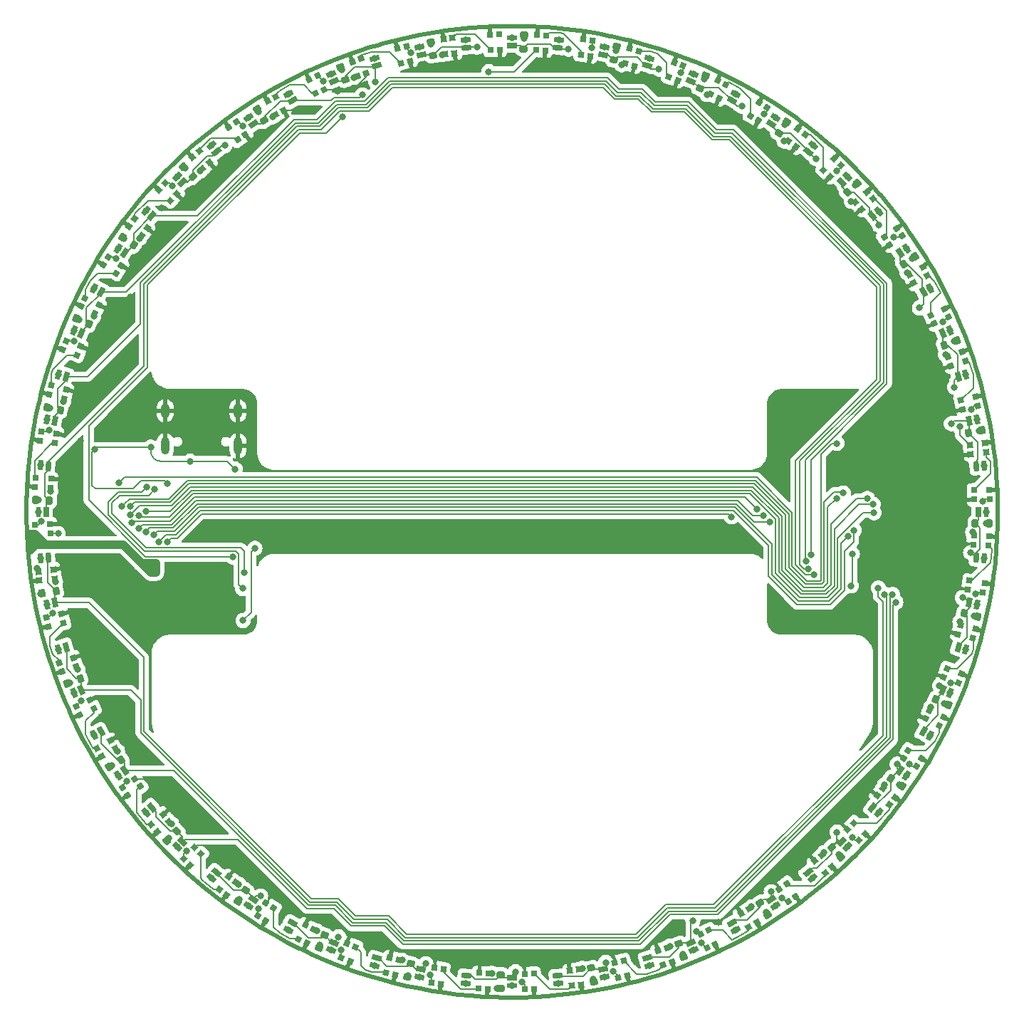
<source format=gbr>
%TF.GenerationSoftware,KiCad,Pcbnew,7.0.11*%
%TF.CreationDate,2025-01-20T01:48:30+09:00*%
%TF.ProjectId,Line,4c696e65-2e6b-4696-9361-645f70636258,rev?*%
%TF.SameCoordinates,Original*%
%TF.FileFunction,Copper,L2,Bot*%
%TF.FilePolarity,Positive*%
%FSLAX46Y46*%
G04 Gerber Fmt 4.6, Leading zero omitted, Abs format (unit mm)*
G04 Created by KiCad (PCBNEW 7.0.11) date 2025-01-20 01:48:30*
%MOMM*%
%LPD*%
G01*
G04 APERTURE LIST*
G04 Aperture macros list*
%AMRoundRect*
0 Rectangle with rounded corners*
0 $1 Rounding radius*
0 $2 $3 $4 $5 $6 $7 $8 $9 X,Y pos of 4 corners*
0 Add a 4 corners polygon primitive as box body*
4,1,4,$2,$3,$4,$5,$6,$7,$8,$9,$2,$3,0*
0 Add four circle primitives for the rounded corners*
1,1,$1+$1,$2,$3*
1,1,$1+$1,$4,$5*
1,1,$1+$1,$6,$7*
1,1,$1+$1,$8,$9*
0 Add four rect primitives between the rounded corners*
20,1,$1+$1,$2,$3,$4,$5,0*
20,1,$1+$1,$4,$5,$6,$7,0*
20,1,$1+$1,$6,$7,$8,$9,0*
20,1,$1+$1,$8,$9,$2,$3,0*%
%AMRotRect*
0 Rectangle, with rotation*
0 The origin of the aperture is its center*
0 $1 length*
0 $2 width*
0 $3 Rotation angle, in degrees counterclockwise*
0 Add horizontal line*
21,1,$1,$2,0,0,$3*%
G04 Aperture macros list end*
%TA.AperFunction,ComponentPad*%
%ADD10O,1.000000X2.100000*%
%TD*%
%TA.AperFunction,ComponentPad*%
%ADD11O,1.000000X1.800000*%
%TD*%
%TA.AperFunction,SMDPad,CuDef*%
%ADD12RotRect,0.700000X0.700000X7.734375*%
%TD*%
%TA.AperFunction,SMDPad,CuDef*%
%ADD13RotRect,0.600000X1.150000X78.750000*%
%TD*%
%TA.AperFunction,SMDPad,CuDef*%
%ADD14RotRect,0.650000X1.150000X78.750000*%
%TD*%
%TA.AperFunction,SMDPad,CuDef*%
%ADD15RotRect,0.700000X0.700000X13.359375*%
%TD*%
%TA.AperFunction,SMDPad,CuDef*%
%ADD16RotRect,0.700000X0.700000X58.359375*%
%TD*%
%TA.AperFunction,SMDPad,CuDef*%
%ADD17RotRect,0.700000X0.700000X187.734375*%
%TD*%
%TA.AperFunction,SMDPad,CuDef*%
%ADD18RotRect,0.600000X1.150000X281.250000*%
%TD*%
%TA.AperFunction,SMDPad,CuDef*%
%ADD19RotRect,0.650000X1.150000X281.250000*%
%TD*%
%TA.AperFunction,SMDPad,CuDef*%
%ADD20R,0.600000X1.150000*%
%TD*%
%TA.AperFunction,SMDPad,CuDef*%
%ADD21R,0.650000X1.150000*%
%TD*%
%TA.AperFunction,SMDPad,CuDef*%
%ADD22R,1.150000X0.600000*%
%TD*%
%TA.AperFunction,SMDPad,CuDef*%
%ADD23R,1.150000X0.650000*%
%TD*%
%TA.AperFunction,SMDPad,CuDef*%
%ADD24RotRect,0.600000X1.150000X168.750000*%
%TD*%
%TA.AperFunction,SMDPad,CuDef*%
%ADD25RotRect,0.650000X1.150000X168.750000*%
%TD*%
%TA.AperFunction,SMDPad,CuDef*%
%ADD26RotRect,0.600000X1.150000X28.125000*%
%TD*%
%TA.AperFunction,SMDPad,CuDef*%
%ADD27RotRect,0.650000X1.150000X28.125000*%
%TD*%
%TA.AperFunction,SMDPad,CuDef*%
%ADD28RoundRect,0.200000X0.339334X-0.021845X0.125334X0.316096X-0.339334X0.021845X-0.125334X-0.316096X0*%
%TD*%
%TA.AperFunction,SMDPad,CuDef*%
%ADD29RotRect,0.700000X0.700000X198.984375*%
%TD*%
%TA.AperFunction,SMDPad,CuDef*%
%ADD30RotRect,0.700000X0.700000X272.109375*%
%TD*%
%TA.AperFunction,SMDPad,CuDef*%
%ADD31RotRect,0.600000X1.150000X106.875000*%
%TD*%
%TA.AperFunction,SMDPad,CuDef*%
%ADD32RotRect,0.650000X1.150000X106.875000*%
%TD*%
%TA.AperFunction,SMDPad,CuDef*%
%ADD33RoundRect,0.200000X-0.224499X0.255392X-0.312138X-0.134889X0.224499X-0.255392X0.312138X0.134889X0*%
%TD*%
%TA.AperFunction,SMDPad,CuDef*%
%ADD34RotRect,0.600000X1.150000X219.375000*%
%TD*%
%TA.AperFunction,SMDPad,CuDef*%
%ADD35RotRect,0.650000X1.150000X219.375000*%
%TD*%
%TA.AperFunction,SMDPad,CuDef*%
%ADD36RotRect,0.600000X1.150000X208.125000*%
%TD*%
%TA.AperFunction,SMDPad,CuDef*%
%ADD37RotRect,0.650000X1.150000X208.125000*%
%TD*%
%TA.AperFunction,SMDPad,CuDef*%
%ADD38RotRect,0.700000X0.700000X47.109375*%
%TD*%
%TA.AperFunction,SMDPad,CuDef*%
%ADD39RotRect,0.600000X1.150000X298.125000*%
%TD*%
%TA.AperFunction,SMDPad,CuDef*%
%ADD40RotRect,0.650000X1.150000X298.125000*%
%TD*%
%TA.AperFunction,SMDPad,CuDef*%
%ADD41RotRect,0.700000X0.700000X24.609375*%
%TD*%
%TA.AperFunction,SMDPad,CuDef*%
%ADD42RotRect,0.700000X0.700000X18.984375*%
%TD*%
%TA.AperFunction,SMDPad,CuDef*%
%ADD43RotRect,0.600000X1.150000X337.500000*%
%TD*%
%TA.AperFunction,SMDPad,CuDef*%
%ADD44RotRect,0.650000X1.150000X337.500000*%
%TD*%
%TA.AperFunction,SMDPad,CuDef*%
%ADD45RotRect,0.600000X1.150000X326.250000*%
%TD*%
%TA.AperFunction,SMDPad,CuDef*%
%ADD46RotRect,0.650000X1.150000X326.250000*%
%TD*%
%TA.AperFunction,SMDPad,CuDef*%
%ADD47RotRect,0.700000X0.700000X75.234375*%
%TD*%
%TA.AperFunction,SMDPad,CuDef*%
%ADD48RotRect,0.700000X0.700000X52.734375*%
%TD*%
%TA.AperFunction,SMDPad,CuDef*%
%ADD49RotRect,0.700000X0.700000X294.609375*%
%TD*%
%TA.AperFunction,SMDPad,CuDef*%
%ADD50RotRect,0.700000X0.700000X120.234375*%
%TD*%
%TA.AperFunction,SMDPad,CuDef*%
%ADD51RotRect,0.700000X0.700000X170.859375*%
%TD*%
%TA.AperFunction,SMDPad,CuDef*%
%ADD52RoundRect,0.200000X-0.328551X0.087632X-0.184598X-0.285567X0.328551X-0.087632X0.184598X0.285567X0*%
%TD*%
%TA.AperFunction,SMDPad,CuDef*%
%ADD53RotRect,0.700000X0.700000X345.234375*%
%TD*%
%TA.AperFunction,SMDPad,CuDef*%
%ADD54RotRect,0.600000X1.150000X101.250000*%
%TD*%
%TA.AperFunction,SMDPad,CuDef*%
%ADD55RotRect,0.650000X1.150000X101.250000*%
%TD*%
%TA.AperFunction,SMDPad,CuDef*%
%ADD56RotRect,0.600000X1.150000X331.875000*%
%TD*%
%TA.AperFunction,SMDPad,CuDef*%
%ADD57RotRect,0.650000X1.150000X331.875000*%
%TD*%
%TA.AperFunction,SMDPad,CuDef*%
%ADD58RotRect,0.700000X0.700000X92.109375*%
%TD*%
%TA.AperFunction,SMDPad,CuDef*%
%ADD59RotRect,0.700000X0.700000X221.484375*%
%TD*%
%TA.AperFunction,SMDPad,CuDef*%
%ADD60RotRect,0.700000X0.700000X333.984375*%
%TD*%
%TA.AperFunction,SMDPad,CuDef*%
%ADD61RoundRect,0.200000X-0.270010X0.206687X-0.279825X-0.193192X0.270010X-0.206687X0.279825X0.193192X0*%
%TD*%
%TA.AperFunction,SMDPad,CuDef*%
%ADD62RotRect,0.600000X1.150000X354.375000*%
%TD*%
%TA.AperFunction,SMDPad,CuDef*%
%ADD63RotRect,0.650000X1.150000X354.375000*%
%TD*%
%TA.AperFunction,SMDPad,CuDef*%
%ADD64RotRect,0.600000X1.150000X196.875000*%
%TD*%
%TA.AperFunction,SMDPad,CuDef*%
%ADD65RotRect,0.650000X1.150000X196.875000*%
%TD*%
%TA.AperFunction,SMDPad,CuDef*%
%ADD66RotRect,0.600000X1.150000X286.875000*%
%TD*%
%TA.AperFunction,SMDPad,CuDef*%
%ADD67RotRect,0.650000X1.150000X286.875000*%
%TD*%
%TA.AperFunction,SMDPad,CuDef*%
%ADD68RotRect,0.700000X0.700000X300.234375*%
%TD*%
%TA.AperFunction,SMDPad,CuDef*%
%ADD69RotRect,0.700000X0.700000X30.234375*%
%TD*%
%TA.AperFunction,SMDPad,CuDef*%
%ADD70RoundRect,0.200000X-0.337077X-0.044770X-0.061264X-0.334472X0.337077X0.044770X0.061264X0.334472X0*%
%TD*%
%TA.AperFunction,SMDPad,CuDef*%
%ADD71RotRect,0.700000X0.700000X125.859375*%
%TD*%
%TA.AperFunction,SMDPad,CuDef*%
%ADD72RotRect,0.600000X1.150000X118.125000*%
%TD*%
%TA.AperFunction,SMDPad,CuDef*%
%ADD73RotRect,0.650000X1.150000X118.125000*%
%TD*%
%TA.AperFunction,SMDPad,CuDef*%
%ADD74RotRect,0.700000X0.700000X2.109375*%
%TD*%
%TA.AperFunction,SMDPad,CuDef*%
%ADD75RotRect,0.600000X1.150000X61.875000*%
%TD*%
%TA.AperFunction,SMDPad,CuDef*%
%ADD76RotRect,0.650000X1.150000X61.875000*%
%TD*%
%TA.AperFunction,SMDPad,CuDef*%
%ADD77RotRect,0.600000X1.150000X275.625000*%
%TD*%
%TA.AperFunction,SMDPad,CuDef*%
%ADD78RotRect,0.650000X1.150000X275.625000*%
%TD*%
%TA.AperFunction,SMDPad,CuDef*%
%ADD79RotRect,0.600000X1.150000X135.000000*%
%TD*%
%TA.AperFunction,SMDPad,CuDef*%
%ADD80RotRect,0.650000X1.150000X135.000000*%
%TD*%
%TA.AperFunction,SMDPad,CuDef*%
%ADD81RoundRect,0.200000X0.170356X-0.294286X0.332457X0.071396X-0.170356X0.294286X-0.332457X-0.071396X0*%
%TD*%
%TA.AperFunction,SMDPad,CuDef*%
%ADD82RotRect,0.700000X0.700000X41.484375*%
%TD*%
%TA.AperFunction,SMDPad,CuDef*%
%ADD83RotRect,0.700000X0.700000X283.359375*%
%TD*%
%TA.AperFunction,SMDPad,CuDef*%
%ADD84RotRect,0.700000X0.700000X153.984375*%
%TD*%
%TA.AperFunction,SMDPad,CuDef*%
%ADD85RoundRect,0.200000X-0.150045X-0.305142X0.244067X-0.236762X0.150045X0.305142X-0.244067X0.236762X0*%
%TD*%
%TA.AperFunction,SMDPad,CuDef*%
%ADD86RotRect,0.600000X1.150000X225.000000*%
%TD*%
%TA.AperFunction,SMDPad,CuDef*%
%ADD87RotRect,0.650000X1.150000X225.000000*%
%TD*%
%TA.AperFunction,SMDPad,CuDef*%
%ADD88RoundRect,0.200000X-0.109676X0.321864X-0.339997X-0.005171X0.109676X-0.321864X0.339997X0.005171X0*%
%TD*%
%TA.AperFunction,SMDPad,CuDef*%
%ADD89RotRect,0.600000X1.150000X123.750000*%
%TD*%
%TA.AperFunction,SMDPad,CuDef*%
%ADD90RotRect,0.650000X1.150000X123.750000*%
%TD*%
%TA.AperFunction,SMDPad,CuDef*%
%ADD91RotRect,0.600000X1.150000X264.375000*%
%TD*%
%TA.AperFunction,SMDPad,CuDef*%
%ADD92RotRect,0.650000X1.150000X264.375000*%
%TD*%
%TA.AperFunction,SMDPad,CuDef*%
%ADD93RotRect,0.700000X0.700000X277.734375*%
%TD*%
%TA.AperFunction,SMDPad,CuDef*%
%ADD94RotRect,0.600000X1.150000X241.875000*%
%TD*%
%TA.AperFunction,SMDPad,CuDef*%
%ADD95RotRect,0.650000X1.150000X241.875000*%
%TD*%
%TA.AperFunction,SMDPad,CuDef*%
%ADD96RotRect,0.700000X0.700000X35.859375*%
%TD*%
%TA.AperFunction,SMDPad,CuDef*%
%ADD97RotRect,0.600000X1.150000X174.375000*%
%TD*%
%TA.AperFunction,SMDPad,CuDef*%
%ADD98RotRect,0.650000X1.150000X174.375000*%
%TD*%
%TA.AperFunction,SMDPad,CuDef*%
%ADD99RotRect,0.600000X1.150000X309.375000*%
%TD*%
%TA.AperFunction,SMDPad,CuDef*%
%ADD100RotRect,0.650000X1.150000X309.375000*%
%TD*%
%TA.AperFunction,SMDPad,CuDef*%
%ADD101RotRect,0.600000X1.150000X45.000000*%
%TD*%
%TA.AperFunction,SMDPad,CuDef*%
%ADD102RotRect,0.650000X1.150000X45.000000*%
%TD*%
%TA.AperFunction,SMDPad,CuDef*%
%ADD103RotRect,0.700000X0.700000X288.984375*%
%TD*%
%TA.AperFunction,SMDPad,CuDef*%
%ADD104RotRect,0.700000X0.700000X322.734375*%
%TD*%
%TA.AperFunction,SMDPad,CuDef*%
%ADD105RotRect,0.700000X0.700000X97.734375*%
%TD*%
%TA.AperFunction,SMDPad,CuDef*%
%ADD106RotRect,0.700000X0.700000X86.484375*%
%TD*%
%TA.AperFunction,SMDPad,CuDef*%
%ADD107RoundRect,0.200000X0.021845X0.339334X-0.316096X0.125334X-0.021845X-0.339334X0.316096X-0.125334X0*%
%TD*%
%TA.AperFunction,SMDPad,CuDef*%
%ADD108RoundRect,0.200000X0.337076X0.044776X0.061258X0.334473X-0.337076X-0.044776X-0.061258X-0.334473X0*%
%TD*%
%TA.AperFunction,SMDPad,CuDef*%
%ADD109RotRect,0.700000X0.700000X350.859375*%
%TD*%
%TA.AperFunction,SMDPad,CuDef*%
%ADD110RotRect,0.600000X1.150000X191.250000*%
%TD*%
%TA.AperFunction,SMDPad,CuDef*%
%ADD111RotRect,0.650000X1.150000X191.250000*%
%TD*%
%TA.AperFunction,SMDPad,CuDef*%
%ADD112RotRect,0.700000X0.700000X255.234375*%
%TD*%
%TA.AperFunction,SMDPad,CuDef*%
%ADD113RotRect,0.600000X1.150000X67.500000*%
%TD*%
%TA.AperFunction,SMDPad,CuDef*%
%ADD114RotRect,0.650000X1.150000X67.500000*%
%TD*%
%TA.AperFunction,SMDPad,CuDef*%
%ADD115RoundRect,0.200000X0.044770X-0.337077X0.334472X-0.061264X-0.044770X0.337077X-0.334472X0.061264X0*%
%TD*%
%TA.AperFunction,SMDPad,CuDef*%
%ADD116RotRect,0.600000X1.150000X185.625000*%
%TD*%
%TA.AperFunction,SMDPad,CuDef*%
%ADD117RotRect,0.650000X1.150000X185.625000*%
%TD*%
%TA.AperFunction,SMDPad,CuDef*%
%ADD118RotRect,0.600000X1.150000X247.500000*%
%TD*%
%TA.AperFunction,SMDPad,CuDef*%
%ADD119RotRect,0.650000X1.150000X247.500000*%
%TD*%
%TA.AperFunction,SMDPad,CuDef*%
%ADD120RotRect,0.600000X1.150000X95.625000*%
%TD*%
%TA.AperFunction,SMDPad,CuDef*%
%ADD121RotRect,0.650000X1.150000X95.625000*%
%TD*%
%TA.AperFunction,SMDPad,CuDef*%
%ADD122RoundRect,0.200000X0.206687X0.270010X-0.193192X0.279825X-0.206687X-0.270010X0.193192X-0.279825X0*%
%TD*%
%TA.AperFunction,SMDPad,CuDef*%
%ADD123RotRect,0.600000X1.150000X140.625000*%
%TD*%
%TA.AperFunction,SMDPad,CuDef*%
%ADD124RotRect,0.650000X1.150000X140.625000*%
%TD*%
%TA.AperFunction,SMDPad,CuDef*%
%ADD125RotRect,0.700000X0.700000X317.109375*%
%TD*%
%TA.AperFunction,SMDPad,CuDef*%
%ADD126RotRect,0.600000X1.150000X236.250000*%
%TD*%
%TA.AperFunction,SMDPad,CuDef*%
%ADD127RotRect,0.650000X1.150000X236.250000*%
%TD*%
%TA.AperFunction,SMDPad,CuDef*%
%ADD128RotRect,0.600000X1.150000X157.500000*%
%TD*%
%TA.AperFunction,SMDPad,CuDef*%
%ADD129RotRect,0.650000X1.150000X157.500000*%
%TD*%
%TA.AperFunction,SMDPad,CuDef*%
%ADD130RotRect,0.700000X0.700000X142.734375*%
%TD*%
%TA.AperFunction,SMDPad,CuDef*%
%ADD131RotRect,0.700000X0.700000X165.234375*%
%TD*%
%TA.AperFunction,SMDPad,CuDef*%
%ADD132RoundRect,0.200000X-0.021851X-0.339334X0.316093X-0.125339X0.021851X0.339334X-0.316093X0.125339X0*%
%TD*%
%TA.AperFunction,SMDPad,CuDef*%
%ADD133RotRect,0.700000X0.700000X215.859375*%
%TD*%
%TA.AperFunction,SMDPad,CuDef*%
%ADD134RotRect,0.700000X0.700000X80.859375*%
%TD*%
%TA.AperFunction,SMDPad,CuDef*%
%ADD135RotRect,0.700000X0.700000X69.609375*%
%TD*%
%TA.AperFunction,SMDPad,CuDef*%
%ADD136RoundRect,0.200000X-0.087632X-0.328551X0.285567X-0.184598X0.087632X0.328551X-0.285567X0.184598X0*%
%TD*%
%TA.AperFunction,SMDPad,CuDef*%
%ADD137RotRect,0.600000X1.150000X253.125000*%
%TD*%
%TA.AperFunction,SMDPad,CuDef*%
%ADD138RotRect,0.650000X1.150000X253.125000*%
%TD*%
%TA.AperFunction,SMDPad,CuDef*%
%ADD139RotRect,0.600000X1.150000X129.375000*%
%TD*%
%TA.AperFunction,SMDPad,CuDef*%
%ADD140RotRect,0.650000X1.150000X129.375000*%
%TD*%
%TA.AperFunction,SMDPad,CuDef*%
%ADD141RotRect,0.700000X0.700000X249.609375*%
%TD*%
%TA.AperFunction,SMDPad,CuDef*%
%ADD142RoundRect,0.200000X0.321864X0.109676X-0.005171X0.339997X-0.321864X-0.109676X0.005171X-0.339997X0*%
%TD*%
%TA.AperFunction,SMDPad,CuDef*%
%ADD143RoundRect,0.200000X0.270009X-0.206689X0.279825X0.193191X-0.270009X0.206689X-0.279825X-0.193191X0*%
%TD*%
%TA.AperFunction,SMDPad,CuDef*%
%ADD144RotRect,0.700000X0.700000X159.609375*%
%TD*%
%TA.AperFunction,SMDPad,CuDef*%
%ADD145RotRect,0.600000X1.150000X16.875000*%
%TD*%
%TA.AperFunction,SMDPad,CuDef*%
%ADD146RotRect,0.650000X1.150000X16.875000*%
%TD*%
%TA.AperFunction,SMDPad,CuDef*%
%ADD147RoundRect,0.200000X0.109670X-0.321866X0.339998X0.005165X-0.109670X0.321866X-0.339998X-0.005165X0*%
%TD*%
%TA.AperFunction,SMDPad,CuDef*%
%ADD148RotRect,0.700000X0.700000X356.484375*%
%TD*%
%TA.AperFunction,SMDPad,CuDef*%
%ADD149RotRect,0.700000X0.700000X339.609375*%
%TD*%
%TA.AperFunction,SMDPad,CuDef*%
%ADD150RotRect,0.600000X1.150000X320.625000*%
%TD*%
%TA.AperFunction,SMDPad,CuDef*%
%ADD151RotRect,0.650000X1.150000X320.625000*%
%TD*%
%TA.AperFunction,SMDPad,CuDef*%
%ADD152RotRect,0.600000X1.150000X163.125000*%
%TD*%
%TA.AperFunction,SMDPad,CuDef*%
%ADD153RotRect,0.650000X1.150000X163.125000*%
%TD*%
%TA.AperFunction,SMDPad,CuDef*%
%ADD154RoundRect,0.200000X0.328552X-0.087626X0.184593X0.285571X-0.328552X0.087626X-0.184593X-0.285571X0*%
%TD*%
%TA.AperFunction,SMDPad,CuDef*%
%ADD155RoundRect,0.200000X-0.044776X0.337076X-0.334473X0.061258X0.044776X-0.337076X0.334473X-0.061258X0*%
%TD*%
%TA.AperFunction,SMDPad,CuDef*%
%ADD156RotRect,0.600000X1.150000X258.750000*%
%TD*%
%TA.AperFunction,SMDPad,CuDef*%
%ADD157RotRect,0.650000X1.150000X258.750000*%
%TD*%
%TA.AperFunction,SMDPad,CuDef*%
%ADD158RotRect,0.700000X0.700000X210.234375*%
%TD*%
%TA.AperFunction,SMDPad,CuDef*%
%ADD159RoundRect,0.200000X0.224494X-0.255396X0.312140X0.134883X-0.224494X0.255396X-0.312140X-0.134883X0*%
%TD*%
%TA.AperFunction,SMDPad,CuDef*%
%ADD160RotRect,0.700000X0.700000X108.984375*%
%TD*%
%TA.AperFunction,SMDPad,CuDef*%
%ADD161RoundRect,0.200000X0.255392X0.224499X-0.134889X0.312138X-0.255392X-0.224499X0.134889X-0.312138X0*%
%TD*%
%TA.AperFunction,SMDPad,CuDef*%
%ADD162RotRect,0.600000X1.150000X5.625000*%
%TD*%
%TA.AperFunction,SMDPad,CuDef*%
%ADD163RotRect,0.650000X1.150000X5.625000*%
%TD*%
%TA.AperFunction,SMDPad,CuDef*%
%ADD164RoundRect,0.200000X0.305144X-0.150040X0.236758X0.244071X-0.305144X0.150040X-0.236758X-0.244071X0*%
%TD*%
%TA.AperFunction,SMDPad,CuDef*%
%ADD165RoundRect,0.200000X-0.255396X-0.224494X0.134883X-0.312140X0.255396X0.224494X-0.134883X0.312140X0*%
%TD*%
%TA.AperFunction,SMDPad,CuDef*%
%ADD166RotRect,0.700000X0.700000X131.484375*%
%TD*%
%TA.AperFunction,SMDPad,CuDef*%
%ADD167RotRect,0.600000X1.150000X33.750000*%
%TD*%
%TA.AperFunction,SMDPad,CuDef*%
%ADD168RotRect,0.650000X1.150000X33.750000*%
%TD*%
%TA.AperFunction,SMDPad,CuDef*%
%ADD169RotRect,0.700000X0.700000X243.984375*%
%TD*%
%TA.AperFunction,SMDPad,CuDef*%
%ADD170RotRect,0.600000X1.150000X146.250000*%
%TD*%
%TA.AperFunction,SMDPad,CuDef*%
%ADD171RotRect,0.650000X1.150000X146.250000*%
%TD*%
%TA.AperFunction,SMDPad,CuDef*%
%ADD172RotRect,0.600000X1.150000X213.750000*%
%TD*%
%TA.AperFunction,SMDPad,CuDef*%
%ADD173RotRect,0.650000X1.150000X213.750000*%
%TD*%
%TA.AperFunction,SMDPad,CuDef*%
%ADD174RoundRect,0.200000X-0.294286X-0.170356X0.071396X-0.332457X0.294286X0.170356X-0.071396X0.332457X0*%
%TD*%
%TA.AperFunction,SMDPad,CuDef*%
%ADD175RotRect,0.600000X1.150000X343.125000*%
%TD*%
%TA.AperFunction,SMDPad,CuDef*%
%ADD176RotRect,0.650000X1.150000X343.125000*%
%TD*%
%TA.AperFunction,SMDPad,CuDef*%
%ADD177RotRect,0.600000X1.150000X39.375000*%
%TD*%
%TA.AperFunction,SMDPad,CuDef*%
%ADD178RotRect,0.650000X1.150000X39.375000*%
%TD*%
%TA.AperFunction,SMDPad,CuDef*%
%ADD179RotRect,0.700000X0.700000X137.109375*%
%TD*%
%TA.AperFunction,SMDPad,CuDef*%
%ADD180RotRect,0.700000X0.700000X176.484375*%
%TD*%
%TA.AperFunction,SMDPad,CuDef*%
%ADD181RoundRect,0.200000X0.294283X0.170361X-0.071402X0.332456X-0.294283X-0.170361X0.071402X-0.332456X0*%
%TD*%
%TA.AperFunction,SMDPad,CuDef*%
%ADD182RotRect,0.600000X1.150000X230.625000*%
%TD*%
%TA.AperFunction,SMDPad,CuDef*%
%ADD183RotRect,0.650000X1.150000X230.625000*%
%TD*%
%TA.AperFunction,SMDPad,CuDef*%
%ADD184RotRect,0.700000X0.700000X182.109375*%
%TD*%
%TA.AperFunction,SMDPad,CuDef*%
%ADD185RotRect,0.700000X0.700000X232.734375*%
%TD*%
%TA.AperFunction,SMDPad,CuDef*%
%ADD186RotRect,0.600000X1.150000X22.500000*%
%TD*%
%TA.AperFunction,SMDPad,CuDef*%
%ADD187RotRect,0.650000X1.150000X22.500000*%
%TD*%
%TA.AperFunction,SMDPad,CuDef*%
%ADD188RotRect,0.700000X0.700000X227.109375*%
%TD*%
%TA.AperFunction,SMDPad,CuDef*%
%ADD189RotRect,0.700000X0.700000X238.359375*%
%TD*%
%TA.AperFunction,SMDPad,CuDef*%
%ADD190RotRect,0.600000X1.150000X84.375000*%
%TD*%
%TA.AperFunction,SMDPad,CuDef*%
%ADD191RotRect,0.650000X1.150000X84.375000*%
%TD*%
%TA.AperFunction,SMDPad,CuDef*%
%ADD192RoundRect,0.200000X0.150040X0.305144X-0.244071X0.236758X-0.150040X-0.305144X0.244071X-0.236758X0*%
%TD*%
%TA.AperFunction,SMDPad,CuDef*%
%ADD193RoundRect,0.200000X-0.170361X0.294283X-0.332456X-0.071402X0.170361X-0.294283X0.332456X0.071402X0*%
%TD*%
%TA.AperFunction,SMDPad,CuDef*%
%ADD194RotRect,0.700000X0.700000X114.609375*%
%TD*%
%TA.AperFunction,SMDPad,CuDef*%
%ADD195RotRect,0.700000X0.700000X305.859375*%
%TD*%
%TA.AperFunction,SMDPad,CuDef*%
%ADD196RotRect,0.600000X1.150000X315.000000*%
%TD*%
%TA.AperFunction,SMDPad,CuDef*%
%ADD197RotRect,0.650000X1.150000X315.000000*%
%TD*%
%TA.AperFunction,SMDPad,CuDef*%
%ADD198RoundRect,0.200000X-0.305142X0.150045X-0.236762X-0.244067X0.305142X-0.150045X0.236762X0.244067X0*%
%TD*%
%TA.AperFunction,SMDPad,CuDef*%
%ADD199RotRect,0.600000X1.150000X56.250000*%
%TD*%
%TA.AperFunction,SMDPad,CuDef*%
%ADD200RotRect,0.650000X1.150000X56.250000*%
%TD*%
%TA.AperFunction,SMDPad,CuDef*%
%ADD201RotRect,0.600000X1.150000X112.500000*%
%TD*%
%TA.AperFunction,SMDPad,CuDef*%
%ADD202RotRect,0.650000X1.150000X112.500000*%
%TD*%
%TA.AperFunction,SMDPad,CuDef*%
%ADD203RoundRect,0.200000X-0.206692X-0.270006X0.193187X-0.279828X0.206692X0.270006X-0.193187X0.279828X0*%
%TD*%
%TA.AperFunction,SMDPad,CuDef*%
%ADD204RotRect,0.600000X1.150000X292.500000*%
%TD*%
%TA.AperFunction,SMDPad,CuDef*%
%ADD205RotRect,0.650000X1.150000X292.500000*%
%TD*%
%TA.AperFunction,SMDPad,CuDef*%
%ADD206RotRect,0.700000X0.700000X103.359375*%
%TD*%
%TA.AperFunction,SMDPad,CuDef*%
%ADD207RotRect,0.700000X0.700000X63.984375*%
%TD*%
%TA.AperFunction,SMDPad,CuDef*%
%ADD208RotRect,0.600000X1.150000X73.125000*%
%TD*%
%TA.AperFunction,SMDPad,CuDef*%
%ADD209RotRect,0.650000X1.150000X73.125000*%
%TD*%
%TA.AperFunction,SMDPad,CuDef*%
%ADD210RotRect,0.700000X0.700000X260.859375*%
%TD*%
%TA.AperFunction,SMDPad,CuDef*%
%ADD211RotRect,0.700000X0.700000X204.609375*%
%TD*%
%TA.AperFunction,SMDPad,CuDef*%
%ADD212RotRect,0.700000X0.700000X148.359375*%
%TD*%
%TA.AperFunction,SMDPad,CuDef*%
%ADD213RoundRect,0.200000X-0.321866X-0.109670X0.005165X-0.339998X0.321866X0.109670X-0.005165X0.339998X0*%
%TD*%
%TA.AperFunction,SMDPad,CuDef*%
%ADD214RotRect,0.700000X0.700000X328.359375*%
%TD*%
%TA.AperFunction,SMDPad,CuDef*%
%ADD215RotRect,0.600000X1.150000X348.750000*%
%TD*%
%TA.AperFunction,SMDPad,CuDef*%
%ADD216RotRect,0.650000X1.150000X348.750000*%
%TD*%
%TA.AperFunction,SMDPad,CuDef*%
%ADD217RotRect,0.700000X0.700000X193.359375*%
%TD*%
%TA.AperFunction,SMDPad,CuDef*%
%ADD218RoundRect,0.200000X0.087626X0.328552X-0.285571X0.184593X-0.087626X-0.328552X0.285571X-0.184593X0*%
%TD*%
%TA.AperFunction,SMDPad,CuDef*%
%ADD219RotRect,0.600000X1.150000X11.250000*%
%TD*%
%TA.AperFunction,SMDPad,CuDef*%
%ADD220RotRect,0.650000X1.150000X11.250000*%
%TD*%
%TA.AperFunction,SMDPad,CuDef*%
%ADD221RotRect,0.700000X0.700000X266.484375*%
%TD*%
%TA.AperFunction,SMDPad,CuDef*%
%ADD222RotRect,0.600000X1.150000X50.625000*%
%TD*%
%TA.AperFunction,SMDPad,CuDef*%
%ADD223RotRect,0.650000X1.150000X50.625000*%
%TD*%
%TA.AperFunction,SMDPad,CuDef*%
%ADD224RotRect,0.600000X1.150000X151.875000*%
%TD*%
%TA.AperFunction,SMDPad,CuDef*%
%ADD225RotRect,0.650000X1.150000X151.875000*%
%TD*%
%TA.AperFunction,SMDPad,CuDef*%
%ADD226RotRect,0.600000X1.150000X202.500000*%
%TD*%
%TA.AperFunction,SMDPad,CuDef*%
%ADD227RotRect,0.650000X1.150000X202.500000*%
%TD*%
%TA.AperFunction,SMDPad,CuDef*%
%ADD228RotRect,0.600000X1.150000X303.750000*%
%TD*%
%TA.AperFunction,SMDPad,CuDef*%
%ADD229RotRect,0.650000X1.150000X303.750000*%
%TD*%
%TA.AperFunction,SMDPad,CuDef*%
%ADD230RotRect,0.700000X0.700000X311.484375*%
%TD*%
%TA.AperFunction,SMDPad,CuDef*%
%ADD231RoundRect,0.200000X-0.339334X0.021851X-0.125339X-0.316093X0.339334X-0.021851X0.125339X0.316093X0*%
%TD*%
%TA.AperFunction,ViaPad*%
%ADD232C,0.800000*%
%TD*%
%TA.AperFunction,Conductor*%
%ADD233C,0.200000*%
%TD*%
%TA.AperFunction,Conductor*%
%ADD234C,0.500000*%
%TD*%
%TA.AperFunction,Conductor*%
%ADD235C,1.000000*%
%TD*%
G04 APERTURE END LIST*
D10*
%TO.P,J2,S1,SHIELD*%
%TO.N,GND*%
X119793562Y-93765800D03*
D11*
X119793562Y-89585800D03*
D10*
X111153562Y-93765800D03*
D11*
X111153562Y-89585800D03*
%TD*%
D12*
%TO.P,D54,1,VDD*%
%TO.N,+5V*%
X96193634Y-109786701D03*
%TO.P,D54,2,DOUT*%
%TO.N,Net-(D54-DOUT)*%
X96045596Y-108696708D03*
%TO.P,D54,3,VSS*%
%TO.N,GND*%
X97858948Y-108450425D03*
%TO.P,D54,4,DIN*%
%TO.N,Net-(D46-DOUT)*%
X98006986Y-109540418D03*
%TD*%
D13*
%TO.P,Q6,1,C*%
%TO.N,+3.3V*%
X163394280Y-46328202D03*
D14*
%TO.P,Q6,2,E*%
%TO.N,/2*%
X163213821Y-47235428D03*
%TD*%
D15*
%TO.P,D46,1,VDD*%
%TO.N,+5V*%
X97266712Y-115256288D03*
%TO.P,D46,2,DOUT*%
%TO.N,Net-(D46-DOUT)*%
X97012548Y-114186054D03*
%TO.P,D46,3,VSS*%
%TO.N,GND*%
X98793028Y-113763218D03*
%TO.P,D46,4,DIN*%
%TO.N,Net-(D38-DOUT)*%
X99047192Y-114833452D03*
%TD*%
D16*
%TO.P,D45,1,VDD*%
%TO.N,+5V*%
X123070797Y-150240286D03*
%TO.P,D45,2,DOUT*%
%TO.N,Net-(D45-DOUT)*%
X122134306Y-149663238D03*
%TO.P,D45,3,VSS*%
%TO.N,GND*%
X123094305Y-148105258D03*
%TO.P,D45,4,DIN*%
%TO.N,Net-(D37-DOUT)*%
X124030796Y-148682306D03*
%TD*%
D17*
%TO.P,D50,1,VDD*%
%TO.N,+5V*%
X208602718Y-93413299D03*
%TO.P,D50,2,DOUT*%
%TO.N,Net-(D50-DOUT)*%
X208750756Y-94503292D03*
%TO.P,D50,3,VSS*%
%TO.N,GND*%
X206937404Y-94749575D03*
%TO.P,D50,4,DIN*%
%TO.N,Net-(D42-DOUT)*%
X206789366Y-93659582D03*
%TD*%
D18*
%TO.P,Q62,1,C*%
%TO.N,+3.3V*%
X163390703Y-156872508D03*
D19*
%TO.P,Q62,2,E*%
%TO.N,/16*%
X163210244Y-155965282D03*
%TD*%
D20*
%TO.P,Q34,1,C*%
%TO.N,+3.3V*%
X208753175Y-101601823D03*
D21*
%TO.P,Q34,2,E*%
%TO.N,/9*%
X207828175Y-101601823D03*
%TD*%
D22*
%TO.P,Q2,1,C*%
%TO.N,+3.3V*%
X152400000Y-45245000D03*
D23*
%TO.P,Q2,2,E*%
%TO.N,/1*%
X152400000Y-46170000D03*
%TD*%
D24*
%TO.P,Q37,1,C*%
%TO.N,+3.3V*%
X97126379Y-90603898D03*
D25*
%TO.P,Q37,2,E*%
%TO.N,/26*%
X98033605Y-90784357D03*
%TD*%
D26*
%TO.P,Q24,1,C*%
%TO.N,+3.3V*%
X202099708Y-75036045D03*
D27*
%TO.P,Q24,2,E*%
%TO.N,/6*%
X201283931Y-75472087D03*
%TD*%
D28*
%TO.P,R33,1*%
%TO.N,/30*%
X122945431Y-55085614D03*
%TO.P,R33,2*%
%TO.N,GND*%
X122062679Y-53691610D03*
%TD*%
D29*
%TO.P,D34,1,VDD*%
%TO.N,+5V*%
X205925617Y-82605641D03*
%TO.P,D34,2,DOUT*%
%TO.N,Net-(D34-DOUT)*%
X206283458Y-83645809D03*
%TO.P,D34,3,VSS*%
%TO.N,GND*%
X204552997Y-84241127D03*
%TO.P,D34,4,DIN*%
%TO.N,Net-(D26-DOUT)*%
X204195156Y-83200959D03*
%TD*%
D30*
%TO.P,D64,1,VDD*%
%TO.N,+5V*%
X149759905Y-44863662D03*
%TO.P,D64,2,DOUT*%
%TO.N,unconnected-(D64-DOUT-Pad2)*%
X150859160Y-44823174D03*
%TO.P,D64,3,VSS*%
%TO.N,GND*%
X150926517Y-46651934D03*
%TO.P,D64,4,DIN*%
%TO.N,Net-(D56-DOUT)*%
X149827262Y-46692422D03*
%TD*%
D31*
%TO.P,Q59,1,C*%
%TO.N,+3.3V*%
X136040926Y-47671101D03*
D32*
%TO.P,Q59,2,E*%
%TO.N,/31*%
X136309439Y-48556271D03*
%TD*%
D33*
%TO.P,R3,1*%
%TO.N,/18*%
X140333775Y-155316876D03*
%TO.P,R3,2*%
%TO.N,GND*%
X139972265Y-156926786D03*
%TD*%
D34*
%TO.P,Q19,1,C*%
%TO.N,+3.3V*%
X108834017Y-137349824D03*
D35*
%TO.P,Q19,2,E*%
%TO.N,/21*%
X109549052Y-136763010D03*
%TD*%
D36*
%TO.P,Q23,1,C*%
%TO.N,+3.3V*%
X102696646Y-128163956D03*
D37*
%TO.P,Q23,2,E*%
%TO.N,/22*%
X103512423Y-127727914D03*
%TD*%
D38*
%TO.P,D61,1,VDD*%
%TO.N,+5V*%
X114145066Y-143584189D03*
%TO.P,D61,2,DOUT*%
%TO.N,/E*%
X113339146Y-142835528D03*
%TO.P,D61,3,VSS*%
%TO.N,GND*%
X114584646Y-141494771D03*
%TO.P,D61,4,DIN*%
%TO.N,Net-(D53-DOUT)*%
X115390566Y-142243432D03*
%TD*%
D39*
%TO.P,Q56,1,C*%
%TO.N,+3.3V*%
X178962131Y-151301531D03*
D40*
%TO.P,Q56,2,E*%
%TO.N,/14*%
X178526089Y-150485754D03*
%TD*%
D41*
%TO.P,D30,1,VDD*%
%TO.N,+5V*%
X100990257Y-125749502D03*
%TO.P,D30,2,DOUT*%
%TO.N,Net-(D30-DOUT)*%
X100532184Y-124749418D03*
%TO.P,D30,3,VSS*%
%TO.N,GND*%
X102195961Y-123987352D03*
%TO.P,D30,4,DIN*%
%TO.N,Net-(D22-DOUT)*%
X102654034Y-124987436D03*
%TD*%
D42*
%TO.P,D38,1,VDD*%
%TO.N,+5V*%
X98870735Y-120594359D03*
%TO.P,D38,2,DOUT*%
%TO.N,Net-(D38-DOUT)*%
X98512894Y-119554191D03*
%TO.P,D38,3,VSS*%
%TO.N,GND*%
X100243355Y-118958873D03*
%TO.P,D38,4,DIN*%
%TO.N,Net-(D30-DOUT)*%
X100601196Y-119999041D03*
%TD*%
D43*
%TO.P,Q42,1,C*%
%TO.N,+3.3V*%
X204462709Y-123167809D03*
D44*
%TO.P,Q42,2,E*%
%TO.N,/11*%
X203608120Y-122813827D03*
%TD*%
D45*
%TO.P,Q46,1,C*%
%TO.N,+3.3V*%
X199254633Y-132910676D03*
D46*
%TO.P,Q46,2,E*%
%TO.N,/12*%
X198485524Y-132396774D03*
%TD*%
D47*
%TO.P,D21,1,VDD*%
%TO.N,+5V*%
X138453154Y-156659141D03*
%TO.P,D21,2,DOUT*%
%TO.N,Net-(D21-DOUT)*%
X137389480Y-156378788D03*
%TO.P,D21,3,VSS*%
%TO.N,GND*%
X137855884Y-154609221D03*
%TO.P,D21,4,DIN*%
%TO.N,Net-(D13-DOUT)*%
X138919558Y-154889574D03*
%TD*%
D48*
%TO.P,D53,1,VDD*%
%TO.N,+5V*%
X118444436Y-147131484D03*
%TO.P,D53,2,DOUT*%
%TO.N,Net-(D53-DOUT)*%
X117569015Y-146465422D03*
%TO.P,D53,3,VSS*%
%TO.N,GND*%
X118677100Y-145009040D03*
%TO.P,D53,4,DIN*%
%TO.N,Net-(D45-DOUT)*%
X119552521Y-145675102D03*
%TD*%
D49*
%TO.P,D32,1,VDD*%
%TO.N,+5V*%
X128248674Y-50192081D03*
%TO.P,D32,2,DOUT*%
%TO.N,Net-(D32-DOUT)*%
X129248758Y-49734008D03*
%TO.P,D32,3,VSS*%
%TO.N,GND*%
X130010824Y-51397785D03*
%TO.P,D32,4,DIN*%
%TO.N,Net-(D24-DOUT)*%
X129010740Y-51855858D03*
%TD*%
D50*
%TO.P,D20,1,VDD*%
%TO.N,+5V*%
X181470249Y-150393311D03*
%TO.P,D20,2,DOUT*%
%TO.N,Net-(D20-DOUT)*%
X180519879Y-150947203D03*
%TO.P,D20,3,VSS*%
%TO.N,GND*%
X179598403Y-149366133D03*
%TO.P,D20,4,DIN*%
%TO.N,Net-(D12-DOUT)*%
X180548773Y-148812241D03*
%TD*%
D51*
%TO.P,D11,1,VDD*%
%TO.N,+5V*%
X208559043Y-110081133D03*
%TO.P,D11,2,DOUT*%
%TO.N,Net-(D11-DOUT)*%
X208384299Y-111167165D03*
%TO.P,D11,3,VSS*%
%TO.N,GND*%
X206577537Y-110876455D03*
%TO.P,D11,4,DIN*%
%TO.N,Net-(D11-DIN)*%
X206752281Y-109790423D03*
%TD*%
D52*
%TO.P,R36,1*%
%TO.N,/15*%
X172210505Y-152966568D03*
%TO.P,R36,2*%
%TO.N,GND*%
X172804311Y-154506014D03*
%TD*%
D53*
%TO.P,D23,1,VDD*%
%TO.N,+5V*%
X97339035Y-87654978D03*
%TO.P,D23,2,DOUT*%
%TO.N,Net-(D23-DOUT)*%
X97619388Y-86591304D03*
%TO.P,D23,3,VSS*%
%TO.N,GND*%
X99388955Y-87057708D03*
%TO.P,D23,4,DIN*%
%TO.N,Net-(D15-DOUT)*%
X99108602Y-88121382D03*
%TD*%
D54*
%TO.P,Q61,1,C*%
%TO.N,+3.3V*%
X141405647Y-46327493D03*
D55*
%TO.P,Q61,2,E*%
%TO.N,/32*%
X141586106Y-47234719D03*
%TD*%
D56*
%TO.P,Q44,1,C*%
%TO.N,+3.3V*%
X202097989Y-128167171D03*
D57*
%TO.P,Q44,2,E*%
%TO.N,/11*%
X201282212Y-127731129D03*
%TD*%
D58*
%TO.P,D60,1,VDD*%
%TO.N,+5V*%
X155036447Y-158336338D03*
%TO.P,D60,2,DOUT*%
%TO.N,/D*%
X153937192Y-158376826D03*
%TO.P,D60,3,VSS*%
%TO.N,GND*%
X153869835Y-156548066D03*
%TO.P,D60,4,DIN*%
%TO.N,Net-(D52-DOUT)*%
X154969090Y-156507578D03*
%TD*%
D59*
%TO.P,D2,1,VDD*%
%TO.N,+5V*%
X194582257Y-63567437D03*
%TO.P,D2,2,DOUT*%
%TO.N,Net-(D10-DIN)*%
X195310914Y-64391487D03*
%TO.P,D2,3,VSS*%
%TO.N,GND*%
X193939995Y-65603707D03*
%TO.P,D2,4,DIN*%
%TO.N,/A*%
X193211338Y-64779657D03*
%TD*%
D60*
%TO.P,D39,1,VDD*%
%TO.N,+5V*%
X101117520Y-77181422D03*
%TO.P,D39,2,DOUT*%
%TO.N,Net-(D39-DOUT)*%
X101599998Y-76192880D03*
%TO.P,D39,3,VSS*%
%TO.N,GND*%
X103244572Y-76995548D03*
%TO.P,D39,4,DIN*%
%TO.N,Net-(D31-DOUT)*%
X102762094Y-77984090D03*
%TD*%
D61*
%TO.P,R1,1*%
%TO.N,/17*%
X151045232Y-156638369D03*
%TO.P,R1,2*%
%TO.N,GND*%
X151004746Y-158287873D03*
%TD*%
D62*
%TO.P,Q36,1,C*%
%TO.N,+3.3V*%
X208481632Y-107125570D03*
D63*
%TO.P,Q36,2,E*%
%TO.N,/9*%
X207561086Y-107034904D03*
%TD*%
D64*
%TO.P,Q27,1,C*%
%TO.N,+3.3V*%
X98469276Y-117957249D03*
D65*
%TO.P,Q27,2,E*%
%TO.N,/23*%
X99354446Y-117688736D03*
%TD*%
D66*
%TO.P,Q60,1,C*%
%TO.N,+3.3V*%
X168755424Y-155528900D03*
D67*
%TO.P,Q60,2,E*%
%TO.N,/15*%
X168486911Y-154643730D03*
%TD*%
D68*
%TO.P,D24,1,VDD*%
%TO.N,+5V*%
X123326103Y-52806689D03*
%TO.P,D24,2,DOUT*%
%TO.N,Net-(D24-DOUT)*%
X124276473Y-52252797D03*
%TO.P,D24,3,VSS*%
%TO.N,GND*%
X125197949Y-53833867D03*
%TO.P,D24,4,DIN*%
%TO.N,Net-(D16-DOUT)*%
X124247579Y-54387759D03*
%TD*%
D69*
%TO.P,D22,1,VDD*%
%TO.N,+5V*%
X103604865Y-130672073D03*
%TO.P,D22,2,DOUT*%
%TO.N,Net-(D22-DOUT)*%
X103050973Y-129721703D03*
%TO.P,D22,3,VSS*%
%TO.N,GND*%
X104632043Y-128800227D03*
%TO.P,D22,4,DIN*%
%TO.N,Net-(D14-DOUT)*%
X105185935Y-129750597D03*
%TD*%
D70*
%TO.P,R29,1*%
%TO.N,/13*%
X190359516Y-141474671D03*
%TO.P,R29,2*%
%TO.N,GND*%
X191497242Y-142669693D03*
%TD*%
D71*
%TO.P,D12,1,VDD*%
%TO.N,+5V*%
X186112839Y-147308797D03*
%TO.P,D12,2,DOUT*%
%TO.N,Net-(D12-DOUT)*%
X185221337Y-147953174D03*
%TO.P,D12,3,VSS*%
%TO.N,GND*%
X184149327Y-146470037D03*
%TO.P,D12,4,DIN*%
%TO.N,Net-(D12-DIN)*%
X185040829Y-145825660D03*
%TD*%
D72*
%TO.P,Q55,1,C*%
%TO.N,+3.3V*%
X125834220Y-51898471D03*
D73*
%TO.P,Q55,2,E*%
%TO.N,/30*%
X126270262Y-52714248D03*
%TD*%
D74*
%TO.P,D62,1,VDD*%
%TO.N,+5V*%
X95661838Y-104238271D03*
%TO.P,D62,2,DOUT*%
%TO.N,/F*%
X95621350Y-103139016D03*
%TO.P,D62,3,VSS*%
%TO.N,GND*%
X97450110Y-103071659D03*
%TO.P,D62,4,DIN*%
%TO.N,Net-(D54-DOUT)*%
X97490598Y-104170914D03*
%TD*%
D75*
%TO.P,Q12,1,C*%
%TO.N,+3.3V*%
X178965348Y-51900187D03*
D76*
%TO.P,Q12,2,E*%
%TO.N,/3*%
X178529306Y-52715964D03*
%TD*%
D77*
%TO.P,Q64,1,C*%
%TO.N,+3.3V*%
X157920118Y-157683812D03*
D78*
%TO.P,Q64,2,E*%
%TO.N,/16*%
X157829452Y-156763266D03*
%TD*%
D79*
%TO.P,Q49,1,C*%
%TO.N,+3.3V*%
X112550463Y-61749711D03*
D80*
%TO.P,Q49,2,E*%
%TO.N,/29*%
X113204537Y-62403785D03*
%TD*%
D81*
%TO.P,R6,1*%
%TO.N,/3*%
X174710393Y-51268918D03*
%TO.P,R6,2*%
%TO.N,GND*%
X175379061Y-49760480D03*
%TD*%
D82*
%TO.P,D6,1,VDD*%
%TO.N,+5V*%
X110214095Y-139632563D03*
%TO.P,D6,2,DOUT*%
%TO.N,Net-(D14-DIN)*%
X109485438Y-138808513D03*
%TO.P,D6,3,VSS*%
%TO.N,GND*%
X110856357Y-137596293D03*
%TO.P,D6,4,DIN*%
%TO.N,/E*%
X111585014Y-138420343D03*
%TD*%
D83*
%TO.P,D48,1,VDD*%
%TO.N,+5V*%
X138741888Y-46468536D03*
%TO.P,D48,2,DOUT*%
%TO.N,Net-(D48-DOUT)*%
X139812122Y-46214372D03*
%TO.P,D48,3,VSS*%
%TO.N,GND*%
X140234958Y-47994852D03*
%TO.P,D48,4,DIN*%
%TO.N,Net-(D40-DOUT)*%
X139164724Y-48249016D03*
%TD*%
D84*
%TO.P,D35,1,VDD*%
%TO.N,+5V*%
X203678832Y-126018578D03*
%TO.P,D35,2,DOUT*%
%TO.N,Net-(D35-DOUT)*%
X203196354Y-127007120D03*
%TO.P,D35,3,VSS*%
%TO.N,GND*%
X201551780Y-126204452D03*
%TO.P,D35,4,DIN*%
%TO.N,Net-(D27-DOUT)*%
X202034258Y-125215910D03*
%TD*%
D85*
%TO.P,R16,1*%
%TO.N,/8*%
X206642945Y-92189480D03*
%TO.P,R16,2*%
%TO.N,GND*%
X208268657Y-91907414D03*
%TD*%
D86*
%TO.P,Q17,1,C*%
%TO.N,+3.3V*%
X112547886Y-141447713D03*
D87*
%TO.P,Q17,2,E*%
%TO.N,/21*%
X113201960Y-140793639D03*
%TD*%
D88*
%TO.P,R7,1*%
%TO.N,/20*%
X120695565Y-146611075D03*
%TO.P,R7,2*%
%TO.N,GND*%
X119745487Y-147960095D03*
%TD*%
D89*
%TO.P,Q53,1,C*%
%TO.N,+3.3V*%
X121090531Y-54741520D03*
D90*
%TO.P,Q53,2,E*%
%TO.N,/30*%
X121604433Y-55510629D03*
%TD*%
D91*
%TO.P,Q3,1,C*%
%TO.N,+3.3V*%
X146872606Y-157683455D03*
D92*
%TO.P,Q3,2,E*%
%TO.N,/17*%
X146963272Y-156762909D03*
%TD*%
D93*
%TO.P,D56,1,VDD*%
%TO.N,+5V*%
X144211475Y-45395458D03*
%TO.P,D56,2,DOUT*%
%TO.N,Net-(D56-DOUT)*%
X145301468Y-45247420D03*
%TO.P,D56,3,VSS*%
%TO.N,GND*%
X145547751Y-47060772D03*
%TO.P,D56,4,DIN*%
%TO.N,Net-(D48-DOUT)*%
X144457758Y-47208810D03*
%TD*%
D94*
%TO.P,Q11,1,C*%
%TO.N,+3.3V*%
X125831006Y-151299812D03*
D95*
%TO.P,Q11,2,E*%
%TO.N,/19*%
X126267048Y-150484035D03*
%TD*%
D96*
%TO.P,D14,1,VDD*%
%TO.N,+5V*%
X106689379Y-135314663D03*
%TO.P,D14,2,DOUT*%
%TO.N,Net-(D14-DOUT)*%
X106045002Y-134423161D03*
%TO.P,D14,3,VSS*%
%TO.N,GND*%
X107528139Y-133351151D03*
%TO.P,D14,4,DIN*%
%TO.N,Net-(D14-DIN)*%
X108172516Y-134242653D03*
%TD*%
D97*
%TO.P,Q35,1,C*%
%TO.N,+3.3V*%
X96314721Y-96074431D03*
D98*
%TO.P,Q35,2,E*%
%TO.N,/25*%
X97235267Y-96165097D03*
%TD*%
D99*
%TO.P,Q52,1,C*%
%TO.N,+3.3V*%
X188148000Y-145164160D03*
D100*
%TO.P,Q52,2,E*%
%TO.N,/13*%
X187561186Y-144449125D03*
%TD*%
D22*
%TO.P,Q1,1,C*%
%TO.N,+3.3V*%
X152396353Y-157954998D03*
D23*
%TO.P,Q1,2,E*%
%TO.N,/17*%
X152396353Y-157029998D03*
%TD*%
D101*
%TO.P,Q18,1,C*%
%TO.N,+3.3V*%
X192248468Y-61752287D03*
D102*
%TO.P,Q18,2,E*%
%TO.N,/5*%
X191594394Y-62406361D03*
%TD*%
D103*
%TO.P,D40,1,VDD*%
%TO.N,+5V*%
X133403817Y-48072559D03*
%TO.P,D40,2,DOUT*%
%TO.N,Net-(D40-DOUT)*%
X134443985Y-47714718D03*
%TO.P,D40,3,VSS*%
%TO.N,GND*%
X135039303Y-49445179D03*
%TO.P,D40,4,DIN*%
%TO.N,Net-(D32-DOUT)*%
X133999135Y-49803020D03*
%TD*%
D104*
%TO.P,D55,1,VDD*%
%TO.N,+5V*%
X106866692Y-67646260D03*
%TO.P,D55,2,DOUT*%
%TO.N,Net-(D55-DOUT)*%
X107532754Y-66770839D03*
%TO.P,D55,3,VSS*%
%TO.N,GND*%
X108989136Y-67878924D03*
%TO.P,D55,4,DIN*%
%TO.N,Net-(D47-DOUT)*%
X108323074Y-68754345D03*
%TD*%
D105*
%TO.P,D52,1,VDD*%
%TO.N,+5V*%
X160584877Y-157804542D03*
%TO.P,D52,2,DOUT*%
%TO.N,Net-(D52-DOUT)*%
X159494884Y-157952580D03*
%TO.P,D52,3,VSS*%
%TO.N,GND*%
X159248601Y-156139228D03*
%TO.P,D52,4,DIN*%
%TO.N,Net-(D44-DOUT)*%
X160338594Y-155991190D03*
%TD*%
D106*
%TO.P,D5,1,VDD*%
%TO.N,+5V*%
X149462609Y-158321733D03*
%TO.P,D5,2,DOUT*%
%TO.N,Net-(D13-DIN)*%
X148364680Y-158254281D03*
%TO.P,D5,3,VSS*%
%TO.N,GND*%
X148476897Y-156427725D03*
%TO.P,D5,4,DIN*%
%TO.N,/D*%
X149574826Y-156495177D03*
%TD*%
D107*
%TO.P,R11,1*%
%TO.N,/22*%
X105883789Y-131052747D03*
%TO.P,R11,2*%
%TO.N,GND*%
X104489785Y-131935499D03*
%TD*%
D108*
%TO.P,R28,1*%
%TO.N,/29*%
X114436851Y-61725320D03*
%TO.P,R28,2*%
%TO.N,GND*%
X113299103Y-60530318D03*
%TD*%
D109*
%TO.P,D15,1,VDD*%
%TO.N,+5V*%
X96237309Y-93118867D03*
%TO.P,D15,2,DOUT*%
%TO.N,Net-(D15-DOUT)*%
X96412053Y-92032835D03*
%TO.P,D15,3,VSS*%
%TO.N,GND*%
X98218815Y-92323545D03*
%TO.P,D15,4,DIN*%
%TO.N,Net-(D15-DIN)*%
X98044071Y-93409577D03*
%TD*%
D110*
%TO.P,Q31,1,C*%
%TO.N,+3.3V*%
X97125668Y-112592528D03*
D111*
%TO.P,Q31,2,E*%
%TO.N,/24*%
X98032894Y-112412069D03*
%TD*%
D112*
%TO.P,D17,1,VDD*%
%TO.N,+5V*%
X166343198Y-46540859D03*
%TO.P,D17,2,DOUT*%
%TO.N,Net-(D17-DOUT)*%
X167406872Y-46821212D03*
%TO.P,D17,3,VSS*%
%TO.N,GND*%
X166940468Y-48590779D03*
%TO.P,D17,4,DIN*%
%TO.N,Net-(D17-DIN)*%
X165876794Y-48310426D03*
%TD*%
D113*
%TO.P,Q10,1,C*%
%TO.N,+3.3V*%
X173965986Y-49535467D03*
D114*
%TO.P,Q10,2,E*%
%TO.N,/3*%
X173612004Y-50390056D03*
%TD*%
D115*
%TO.P,R10,1*%
%TO.N,/5*%
X192272849Y-63638659D03*
%TO.P,R10,2*%
%TO.N,GND*%
X193467871Y-62500933D03*
%TD*%
D116*
%TO.P,Q29,1,C*%
%TO.N,+3.3V*%
X96314364Y-107121943D03*
D117*
%TO.P,Q29,2,E*%
%TO.N,/24*%
X97234910Y-107031277D03*
%TD*%
D118*
%TO.P,Q9,1,C*%
%TO.N,+3.3V*%
X130830368Y-153664532D03*
D119*
%TO.P,Q9,2,E*%
%TO.N,/19*%
X131184350Y-152809943D03*
%TD*%
D120*
%TO.P,Q63,1,C*%
%TO.N,+3.3V*%
X146876232Y-45516189D03*
D121*
%TO.P,Q63,2,E*%
%TO.N,/32*%
X146966898Y-46436735D03*
%TD*%
D122*
%TO.P,R17,1*%
%TO.N,/25*%
X97359808Y-100247055D03*
%TO.P,R17,2*%
%TO.N,GND*%
X95710304Y-100206569D03*
%TD*%
D123*
%TO.P,Q47,1,C*%
%TO.N,+3.3V*%
X108836329Y-65847360D03*
D124*
%TO.P,Q47,2,E*%
%TO.N,/28*%
X109551364Y-66434174D03*
%TD*%
D125*
%TO.P,D63,1,VDD*%
%TO.N,+5V*%
X110413987Y-63346890D03*
%TO.P,D63,2,DOUT*%
%TO.N,/G*%
X111162648Y-62540970D03*
%TO.P,D63,3,VSS*%
%TO.N,GND*%
X112503405Y-63786470D03*
%TO.P,D63,4,DIN*%
%TO.N,Net-(D55-DOUT)*%
X111754744Y-64592390D03*
%TD*%
D126*
%TO.P,Q13,1,C*%
%TO.N,+3.3V*%
X121087501Y-148456456D03*
D127*
%TO.P,Q13,2,E*%
%TO.N,/20*%
X121601403Y-147687347D03*
%TD*%
D128*
%TO.P,Q41,1,C*%
%TO.N,+3.3V*%
X100333644Y-80032193D03*
D129*
%TO.P,Q41,2,E*%
%TO.N,/27*%
X101188233Y-80386175D03*
%TD*%
D130*
%TO.P,D51,1,VDD*%
%TO.N,+5V*%
X197929660Y-135553740D03*
%TO.P,D51,2,DOUT*%
%TO.N,Net-(D51-DOUT)*%
X197263598Y-136429161D03*
%TO.P,D51,3,VSS*%
%TO.N,GND*%
X195807216Y-135321076D03*
%TO.P,D51,4,DIN*%
%TO.N,Net-(D43-DOUT)*%
X196473278Y-134445655D03*
%TD*%
D131*
%TO.P,D19,1,VDD*%
%TO.N,+5V*%
X207457317Y-115545022D03*
%TO.P,D19,2,DOUT*%
%TO.N,Net-(D19-DOUT)*%
X207176964Y-116608696D03*
%TO.P,D19,3,VSS*%
%TO.N,GND*%
X205407397Y-116142292D03*
%TO.P,D19,4,DIN*%
%TO.N,Net-(D11-DOUT)*%
X205687750Y-115078618D03*
%TD*%
D132*
%TO.P,R12,1*%
%TO.N,/6*%
X198912558Y-72147238D03*
%TO.P,R12,2*%
%TO.N,GND*%
X200306578Y-71264510D03*
%TD*%
D133*
%TO.P,D10,1,VDD*%
%TO.N,+5V*%
X198106973Y-67885337D03*
%TO.P,D10,2,DOUT*%
%TO.N,Net-(D10-DOUT)*%
X198751350Y-68776839D03*
%TO.P,D10,3,VSS*%
%TO.N,GND*%
X197268213Y-69848849D03*
%TO.P,D10,4,DIN*%
%TO.N,Net-(D10-DIN)*%
X196623836Y-68957347D03*
%TD*%
D134*
%TO.P,D13,1,VDD*%
%TO.N,+5V*%
X143917043Y-157760867D03*
%TO.P,D13,2,DOUT*%
%TO.N,Net-(D13-DOUT)*%
X142831011Y-157586123D03*
%TO.P,D13,3,VSS*%
%TO.N,GND*%
X143121721Y-155779361D03*
%TO.P,D13,4,DIN*%
%TO.N,Net-(D13-DIN)*%
X144207753Y-155954105D03*
%TD*%
D135*
%TO.P,D29,1,VDD*%
%TO.N,+5V*%
X133123563Y-155027165D03*
%TO.P,D29,2,DOUT*%
%TO.N,Net-(D29-DOUT)*%
X132092490Y-154643905D03*
%TO.P,D29,3,VSS*%
%TO.N,GND*%
X132730097Y-152928575D03*
%TO.P,D29,4,DIN*%
%TO.N,Net-(D21-DOUT)*%
X133761170Y-153311835D03*
%TD*%
D136*
%TO.P,R14,1*%
%TO.N,/7*%
X203764746Y-81787670D03*
%TO.P,R14,2*%
%TO.N,GND*%
X205304192Y-81193864D03*
%TD*%
D137*
%TO.P,Q7,1,C*%
%TO.N,+3.3V*%
X136037439Y-155527842D03*
D138*
%TO.P,Q7,2,E*%
%TO.N,/18*%
X136305952Y-154642672D03*
%TD*%
D139*
%TO.P,Q51,1,C*%
%TO.N,+3.3V*%
X116648352Y-58035842D03*
D140*
%TO.P,Q51,2,E*%
%TO.N,/29*%
X117235166Y-58750877D03*
%TD*%
D141*
%TO.P,D25,1,VDD*%
%TO.N,+5V*%
X171672789Y-48172835D03*
%TO.P,D25,2,DOUT*%
%TO.N,Net-(D25-DOUT)*%
X172703862Y-48556095D03*
%TO.P,D25,3,VSS*%
%TO.N,GND*%
X172066255Y-50271425D03*
%TO.P,D25,4,DIN*%
%TO.N,Net-(D17-DOUT)*%
X171035182Y-49888165D03*
%TD*%
D142*
%TO.P,R23,1*%
%TO.N,/28*%
X107387103Y-69897389D03*
%TO.P,R23,2*%
%TO.N,GND*%
X106038083Y-68947311D03*
%TD*%
D143*
%TO.P,R2,1*%
%TO.N,/1*%
X153751116Y-46561627D03*
%TO.P,R2,2*%
%TO.N,GND*%
X153791610Y-44912123D03*
%TD*%
D144*
%TO.P,D27,1,VDD*%
%TO.N,+5V*%
X205825341Y-120874613D03*
%TO.P,D27,2,DOUT*%
%TO.N,Net-(D27-DOUT)*%
X205442081Y-121905686D03*
%TO.P,D27,3,VSS*%
%TO.N,GND*%
X203726751Y-121268079D03*
%TO.P,D27,4,DIN*%
%TO.N,Net-(D19-DOUT)*%
X204110011Y-120237006D03*
%TD*%
D145*
%TO.P,Q28,1,C*%
%TO.N,+3.3V*%
X206327077Y-85242752D03*
D146*
%TO.P,Q28,2,E*%
%TO.N,/7*%
X205441907Y-85511265D03*
%TD*%
D147*
%TO.P,R8,1*%
%TO.N,/4*%
X184100777Y-56588913D03*
%TO.P,R8,2*%
%TO.N,GND*%
X185050879Y-55239911D03*
%TD*%
D148*
%TO.P,D7,1,VDD*%
%TO.N,+5V*%
X95676443Y-98664433D03*
%TO.P,D7,2,DOUT*%
%TO.N,Net-(D15-DIN)*%
X95743895Y-97566504D03*
%TO.P,D7,3,VSS*%
%TO.N,GND*%
X97570451Y-97678721D03*
%TO.P,D7,4,DIN*%
%TO.N,/F*%
X97502999Y-98776650D03*
%TD*%
D149*
%TO.P,D31,1,VDD*%
%TO.N,+5V*%
X98971011Y-82325387D03*
%TO.P,D31,2,DOUT*%
%TO.N,Net-(D31-DOUT)*%
X99354271Y-81294314D03*
%TO.P,D31,3,VSS*%
%TO.N,GND*%
X101069601Y-81931921D03*
%TO.P,D31,4,DIN*%
%TO.N,Net-(D23-DOUT)*%
X100686341Y-82962994D03*
%TD*%
D150*
%TO.P,Q48,1,C*%
%TO.N,+3.3V*%
X195960023Y-137352642D03*
D151*
%TO.P,Q48,2,E*%
%TO.N,/12*%
X195244988Y-136765828D03*
%TD*%
D152*
%TO.P,Q39,1,C*%
%TO.N,+3.3V*%
X98470334Y-85239264D03*
D153*
%TO.P,Q39,2,E*%
%TO.N,/26*%
X99355504Y-85507777D03*
%TD*%
D154*
%TO.P,R35,1*%
%TO.N,/31*%
X132585864Y-50233429D03*
%TO.P,R35,2*%
%TO.N,GND*%
X131992030Y-48693993D03*
%TD*%
D155*
%TO.P,R9,1*%
%TO.N,/21*%
X112523496Y-139561327D03*
%TO.P,R9,2*%
%TO.N,GND*%
X111328494Y-140699075D03*
%TD*%
D156*
%TO.P,Q5,1,C*%
%TO.N,+3.3V*%
X141402073Y-156871797D03*
D157*
%TO.P,Q5,2,E*%
%TO.N,/18*%
X141582532Y-155964571D03*
%TD*%
D158*
%TO.P,D18,1,VDD*%
%TO.N,+5V*%
X201191487Y-72527927D03*
%TO.P,D18,2,DOUT*%
%TO.N,Net-(D18-DOUT)*%
X201745379Y-73478297D03*
%TO.P,D18,3,VSS*%
%TO.N,GND*%
X200164309Y-74399773D03*
%TO.P,D18,4,DIN*%
%TO.N,Net-(D10-DOUT)*%
X199610417Y-73449403D03*
%TD*%
D159*
%TO.P,R4,1*%
%TO.N,/2*%
X164462563Y-47883117D03*
%TO.P,R4,2*%
%TO.N,GND*%
X164824101Y-46273213D03*
%TD*%
D160*
%TO.P,D36,1,VDD*%
%TO.N,+5V*%
X171392535Y-155127441D03*
%TO.P,D36,2,DOUT*%
%TO.N,Net-(D36-DOUT)*%
X170352367Y-155485282D03*
%TO.P,D36,3,VSS*%
%TO.N,GND*%
X169757049Y-153754821D03*
%TO.P,D36,4,DIN*%
%TO.N,Net-(D28-DOUT)*%
X170797217Y-153396980D03*
%TD*%
D161*
%TO.P,R19,1*%
%TO.N,/26*%
X98681301Y-89535598D03*
%TO.P,R19,2*%
%TO.N,GND*%
X97071391Y-89174088D03*
%TD*%
D162*
%TO.P,Q32,1,C*%
%TO.N,+3.3V*%
X208481989Y-96078058D03*
D163*
%TO.P,Q32,2,E*%
%TO.N,/8*%
X207561443Y-96168724D03*
%TD*%
D164*
%TO.P,R37,1*%
%TO.N,/32*%
X142987672Y-47355232D03*
%TO.P,R37,2*%
%TO.N,GND*%
X142705578Y-45729526D03*
%TD*%
D165*
%TO.P,R20,1*%
%TO.N,/10*%
X206115057Y-113664387D03*
%TO.P,R20,2*%
%TO.N,GND*%
X207724961Y-114025925D03*
%TD*%
D166*
%TO.P,D4,1,VDD*%
%TO.N,+5V*%
X190430739Y-143784081D03*
%TO.P,D4,2,DOUT*%
%TO.N,Net-(D12-DIN)*%
X189606689Y-144512738D03*
%TO.P,D4,3,VSS*%
%TO.N,GND*%
X188394469Y-143141819D03*
%TO.P,D4,4,DIN*%
%TO.N,/C*%
X189218519Y-142413162D03*
%TD*%
D167*
%TO.P,Q22,1,C*%
%TO.N,+3.3V*%
X199256659Y-70292356D03*
D168*
%TO.P,Q22,2,E*%
%TO.N,/6*%
X198487550Y-70806258D03*
%TD*%
D169*
%TO.P,D33,1,VDD*%
%TO.N,+5V*%
X176816754Y-50319344D03*
%TO.P,D33,2,DOUT*%
%TO.N,Net-(D33-DOUT)*%
X177805296Y-50801822D03*
%TO.P,D33,3,VSS*%
%TO.N,GND*%
X177002628Y-52446396D03*
%TO.P,D33,4,DIN*%
%TO.N,Net-(D25-DOUT)*%
X176014086Y-51963918D03*
%TD*%
D170*
%TO.P,Q45,1,C*%
%TO.N,+3.3V*%
X105541720Y-70289326D03*
D171*
%TO.P,Q45,2,E*%
%TO.N,/28*%
X106310829Y-70803228D03*
%TD*%
D172*
%TO.P,Q21,1,C*%
%TO.N,+3.3V*%
X105539695Y-132907645D03*
D173*
%TO.P,Q21,2,E*%
%TO.N,/22*%
X106308804Y-132393743D03*
%TD*%
D174*
%TO.P,R22,1*%
%TO.N,/11*%
X202729257Y-123912216D03*
%TO.P,R22,2*%
%TO.N,GND*%
X204237695Y-124580884D03*
%TD*%
D175*
%TO.P,Q40,1,C*%
%TO.N,+3.3V*%
X206326019Y-117960737D03*
D176*
%TO.P,Q40,2,E*%
%TO.N,/10*%
X205440849Y-117692224D03*
%TD*%
D177*
%TO.P,Q20,1,C*%
%TO.N,+3.3V*%
X195962337Y-65850176D03*
D178*
%TO.P,Q20,2,E*%
%TO.N,/5*%
X195247302Y-66436990D03*
%TD*%
D179*
%TO.P,D59,1,VDD*%
%TO.N,+5V*%
X194382365Y-139853110D03*
%TO.P,D59,2,DOUT*%
%TO.N,/C*%
X193633704Y-140659030D03*
%TO.P,D59,3,VSS*%
%TO.N,GND*%
X192292947Y-139413530D03*
%TO.P,D59,4,DIN*%
%TO.N,Net-(D51-DOUT)*%
X193041608Y-138607610D03*
%TD*%
D180*
%TO.P,D3,1,VDD*%
%TO.N,+5V*%
X209119909Y-104535567D03*
%TO.P,D3,2,DOUT*%
%TO.N,Net-(D11-DIN)*%
X209052457Y-105633496D03*
%TO.P,D3,3,VSS*%
%TO.N,GND*%
X207225901Y-105521279D03*
%TO.P,D3,4,DIN*%
%TO.N,/B*%
X207293353Y-104423350D03*
%TD*%
D181*
%TO.P,R21,1*%
%TO.N,/27*%
X102067105Y-79287770D03*
%TO.P,R21,2*%
%TO.N,GND*%
X100558655Y-78619128D03*
%TD*%
D182*
%TO.P,Q15,1,C*%
%TO.N,+3.3V*%
X116645535Y-145161847D03*
D183*
%TO.P,Q15,2,E*%
%TO.N,/20*%
X117232349Y-144446812D03*
%TD*%
D184*
%TO.P,D58,1,VDD*%
%TO.N,+5V*%
X209134514Y-98961729D03*
%TO.P,D58,2,DOUT*%
%TO.N,/B*%
X209175002Y-100060984D03*
%TO.P,D58,3,VSS*%
%TO.N,GND*%
X207346242Y-100128341D03*
%TO.P,D58,4,DIN*%
%TO.N,Net-(D50-DOUT)*%
X207305754Y-99029086D03*
%TD*%
D185*
%TO.P,D49,1,VDD*%
%TO.N,+5V*%
X186351916Y-56068516D03*
%TO.P,D49,2,DOUT*%
%TO.N,Net-(D49-DOUT)*%
X187227337Y-56734578D03*
%TO.P,D49,3,VSS*%
%TO.N,GND*%
X186119252Y-58190960D03*
%TO.P,D49,4,DIN*%
%TO.N,Net-(D41-DOUT)*%
X185243831Y-57524898D03*
%TD*%
D186*
%TO.P,Q26,1,C*%
%TO.N,+3.3V*%
X204464104Y-80035560D03*
D187*
%TO.P,Q26,2,E*%
%TO.N,/7*%
X203609515Y-80389542D03*
%TD*%
D188*
%TO.P,D57,1,VDD*%
%TO.N,+5V*%
X190651286Y-59615811D03*
%TO.P,D57,2,DOUT*%
%TO.N,/A*%
X191457206Y-60364472D03*
%TO.P,D57,3,VSS*%
%TO.N,GND*%
X190211706Y-61705229D03*
%TO.P,D57,4,DIN*%
%TO.N,Net-(D49-DOUT)*%
X189405786Y-60956568D03*
%TD*%
D189*
%TO.P,D41,1,VDD*%
%TO.N,+5V*%
X181725555Y-52959714D03*
%TO.P,D41,2,DOUT*%
%TO.N,Net-(D41-DOUT)*%
X182662046Y-53536762D03*
%TO.P,D41,3,VSS*%
%TO.N,GND*%
X181702047Y-55094742D03*
%TO.P,D41,4,DIN*%
%TO.N,Net-(D33-DOUT)*%
X180765556Y-54517694D03*
%TD*%
D190*
%TO.P,Q4,1,C*%
%TO.N,+3.3V*%
X157923747Y-45516544D03*
D191*
%TO.P,Q4,2,E*%
%TO.N,/1*%
X157833081Y-46437090D03*
%TD*%
D192*
%TO.P,R15,1*%
%TO.N,/24*%
X98153407Y-111010505D03*
%TO.P,R15,2*%
%TO.N,GND*%
X96527701Y-111292599D03*
%TD*%
D193*
%TO.P,R5,1*%
%TO.N,/19*%
X130085947Y-151931073D03*
%TO.P,R5,2*%
%TO.N,GND*%
X129417305Y-153439523D03*
%TD*%
D194*
%TO.P,D28,1,VDD*%
%TO.N,+5V*%
X176547678Y-153007919D03*
%TO.P,D28,2,DOUT*%
%TO.N,Net-(D28-DOUT)*%
X175547594Y-153465992D03*
%TO.P,D28,3,VSS*%
%TO.N,GND*%
X174785528Y-151802215D03*
%TO.P,D28,4,DIN*%
%TO.N,Net-(D20-DOUT)*%
X175785612Y-151344142D03*
%TD*%
D195*
%TO.P,D16,1,VDD*%
%TO.N,+5V*%
X118683513Y-55891203D03*
%TO.P,D16,2,DOUT*%
%TO.N,Net-(D16-DOUT)*%
X119575015Y-55246826D03*
%TO.P,D16,3,VSS*%
%TO.N,GND*%
X120647025Y-56729963D03*
%TO.P,D16,4,DIN*%
%TO.N,Net-(D16-DIN)*%
X119755523Y-57374340D03*
%TD*%
D196*
%TO.P,Q50,1,C*%
%TO.N,+3.3V*%
X192245889Y-141450291D03*
D197*
%TO.P,Q50,2,E*%
%TO.N,/13*%
X191591815Y-140796217D03*
%TD*%
D198*
%TO.P,R38,1*%
%TO.N,/16*%
X161808696Y-155844767D03*
%TO.P,R38,2*%
%TO.N,GND*%
X162090762Y-157470479D03*
%TD*%
D199*
%TO.P,Q14,1,C*%
%TO.N,+3.3V*%
X183708853Y-54743543D03*
D200*
%TO.P,Q14,2,E*%
%TO.N,/4*%
X183194951Y-55512652D03*
%TD*%
D201*
%TO.P,Q57,1,C*%
%TO.N,+3.3V*%
X130833734Y-49534074D03*
D202*
%TO.P,Q57,2,E*%
%TO.N,/31*%
X131187716Y-50388663D03*
%TD*%
D203*
%TO.P,R18,1*%
%TO.N,/9*%
X207436548Y-102952930D03*
%TO.P,R18,2*%
%TO.N,GND*%
X209086050Y-102993444D03*
%TD*%
D204*
%TO.P,Q58,1,C*%
%TO.N,+3.3V*%
X173962616Y-153665927D03*
D205*
%TO.P,Q58,2,E*%
%TO.N,/15*%
X173608634Y-152811338D03*
%TD*%
D206*
%TO.P,D44,1,VDD*%
%TO.N,+5V*%
X166054464Y-156731464D03*
%TO.P,D44,2,DOUT*%
%TO.N,Net-(D44-DOUT)*%
X164984230Y-156985628D03*
%TO.P,D44,3,VSS*%
%TO.N,GND*%
X164561394Y-155205148D03*
%TO.P,D44,4,DIN*%
%TO.N,Net-(D36-DOUT)*%
X165631628Y-154950984D03*
%TD*%
D207*
%TO.P,D37,1,VDD*%
%TO.N,+5V*%
X127979598Y-152880656D03*
%TO.P,D37,2,DOUT*%
%TO.N,Net-(D37-DOUT)*%
X126991056Y-152398178D03*
%TO.P,D37,3,VSS*%
%TO.N,GND*%
X127793724Y-150753604D03*
%TO.P,D37,4,DIN*%
%TO.N,Net-(D29-DOUT)*%
X128782266Y-151236082D03*
%TD*%
D208*
%TO.P,Q8,1,C*%
%TO.N,+3.3V*%
X168758914Y-47672157D03*
D209*
%TO.P,Q8,2,E*%
%TO.N,/2*%
X168490401Y-48557327D03*
%TD*%
D210*
%TO.P,D9,1,VDD*%
%TO.N,+5V*%
X160879309Y-45439133D03*
%TO.P,D9,2,DOUT*%
%TO.N,Net-(D17-DIN)*%
X161965341Y-45613877D03*
%TO.P,D9,3,VSS*%
%TO.N,GND*%
X161674631Y-47420639D03*
%TO.P,D9,4,DIN*%
%TO.N,Net-(D1-DOUT)*%
X160588599Y-47245895D03*
%TD*%
D211*
%TO.P,D26,1,VDD*%
%TO.N,+5V*%
X203806095Y-77450498D03*
%TO.P,D26,2,DOUT*%
%TO.N,Net-(D26-DOUT)*%
X204264168Y-78450582D03*
%TO.P,D26,3,VSS*%
%TO.N,GND*%
X202600391Y-79212648D03*
%TO.P,D26,4,DIN*%
%TO.N,Net-(D18-DOUT)*%
X202142318Y-78212564D03*
%TD*%
D212*
%TO.P,D43,1,VDD*%
%TO.N,+5V*%
X201038462Y-130927379D03*
%TO.P,D43,2,DOUT*%
%TO.N,Net-(D43-DOUT)*%
X200461414Y-131863870D03*
%TO.P,D43,3,VSS*%
%TO.N,GND*%
X198903434Y-130903871D03*
%TO.P,D43,4,DIN*%
%TO.N,Net-(D35-DOUT)*%
X199480482Y-129967380D03*
%TD*%
D213*
%TO.P,R24,1*%
%TO.N,/12*%
X197409262Y-133302600D03*
%TO.P,R24,2*%
%TO.N,GND*%
X198758264Y-134252702D03*
%TD*%
D214*
%TO.P,D47,1,VDD*%
%TO.N,+5V*%
X103757890Y-72272621D03*
%TO.P,D47,2,DOUT*%
%TO.N,Net-(D47-DOUT)*%
X104334938Y-71336130D03*
%TO.P,D47,3,VSS*%
%TO.N,GND*%
X105892918Y-72296129D03*
%TO.P,D47,4,DIN*%
%TO.N,Net-(D39-DOUT)*%
X105315870Y-73232620D03*
%TD*%
D215*
%TO.P,Q38,1,C*%
%TO.N,+3.3V*%
X207669974Y-112596103D03*
D216*
%TO.P,Q38,2,E*%
%TO.N,/10*%
X206762748Y-112415644D03*
%TD*%
D217*
%TO.P,D42,1,VDD*%
%TO.N,+5V*%
X207529640Y-87943712D03*
%TO.P,D42,2,DOUT*%
%TO.N,Net-(D42-DOUT)*%
X207783804Y-89013946D03*
%TO.P,D42,3,VSS*%
%TO.N,GND*%
X206003324Y-89436782D03*
%TO.P,D42,4,DIN*%
%TO.N,Net-(D34-DOUT)*%
X205749160Y-88366548D03*
%TD*%
D218*
%TO.P,R13,1*%
%TO.N,/23*%
X101031604Y-121412313D03*
%TO.P,R13,2*%
%TO.N,GND*%
X99492168Y-122006147D03*
%TD*%
D219*
%TO.P,Q30,1,C*%
%TO.N,+3.3V*%
X207670685Y-90607473D03*
D220*
%TO.P,Q30,2,E*%
%TO.N,/8*%
X206763459Y-90787932D03*
%TD*%
D221*
%TO.P,D1,1,VDD*%
%TO.N,+5V*%
X155333743Y-44878267D03*
%TO.P,D1,2,DOUT*%
%TO.N,Net-(D1-DOUT)*%
X156431672Y-44945719D03*
%TO.P,D1,3,VSS*%
%TO.N,GND*%
X156319455Y-46772275D03*
%TO.P,D1,4,DIN*%
%TO.N,/PWM*%
X155221526Y-46704823D03*
%TD*%
D222*
%TO.P,Q16,1,C*%
%TO.N,+3.3V*%
X188150819Y-58038153D03*
D223*
%TO.P,Q16,2,E*%
%TO.N,/4*%
X187564005Y-58753188D03*
%TD*%
D224*
%TO.P,Q43,1,C*%
%TO.N,+3.3V*%
X102698364Y-75032831D03*
D225*
%TO.P,Q43,2,E*%
%TO.N,/27*%
X103514141Y-75468873D03*
%TD*%
D226*
%TO.P,Q25,1,C*%
%TO.N,+3.3V*%
X100332249Y-123164441D03*
D227*
%TO.P,Q25,2,E*%
%TO.N,/23*%
X101186838Y-122810459D03*
%TD*%
D228*
%TO.P,Q54,1,C*%
%TO.N,+3.3V*%
X183705820Y-148458482D03*
D229*
%TO.P,Q54,2,E*%
%TO.N,/14*%
X183191918Y-147689373D03*
%TD*%
D20*
%TO.P,Q33,1,C*%
%TO.N,+3.3V*%
X96043178Y-101598178D03*
D21*
%TO.P,Q33,2,E*%
%TO.N,/25*%
X96968178Y-101598178D03*
%TD*%
D230*
%TO.P,D8,1,VDD*%
%TO.N,+5V*%
X114365613Y-59415919D03*
%TO.P,D8,2,DOUT*%
%TO.N,Net-(D16-DIN)*%
X115189663Y-58687262D03*
%TO.P,D8,3,VSS*%
%TO.N,GND*%
X116401883Y-60058181D03*
%TO.P,D8,4,DIN*%
%TO.N,/G*%
X115577833Y-60786838D03*
%TD*%
D231*
%TO.P,R34,1*%
%TO.N,/14*%
X181850937Y-148114380D03*
%TO.P,R34,2*%
%TO.N,GND*%
X182733665Y-149508400D03*
%TD*%
D232*
%TO.N,GND*%
X198410000Y-134040000D03*
X204990000Y-81280000D03*
X205250000Y-107520000D03*
X100010000Y-113540000D03*
X100080000Y-84110000D03*
X137990000Y-153210000D03*
X117470000Y-61250000D03*
X151590000Y-155220000D03*
X106860000Y-124240000D03*
X172680000Y-154160000D03*
X99640000Y-91290000D03*
X201680000Y-122580000D03*
X112000000Y-136690000D03*
X114300000Y-139360000D03*
X171460000Y-104520000D03*
X106270000Y-69150000D03*
X107510000Y-90760000D03*
X116610000Y-141590000D03*
X164730000Y-46740000D03*
X119930000Y-147670000D03*
X175250000Y-50140000D03*
X200440000Y-105810000D03*
X140020000Y-156720000D03*
X144260000Y-154380000D03*
X110730000Y-65490000D03*
X199640000Y-76440000D03*
X104810000Y-76830000D03*
X104780000Y-131760000D03*
X97430000Y-89260000D03*
X109320000Y-133520000D03*
X158810000Y-104520000D03*
X200140000Y-85760000D03*
X99660000Y-111210000D03*
X104480000Y-74290000D03*
X141280000Y-154150000D03*
X198470000Y-90660000D03*
X129550000Y-153120000D03*
X199590000Y-103000000D03*
X100860000Y-78760000D03*
X207900000Y-91970000D03*
X205300000Y-109770000D03*
X135510000Y-104440000D03*
X150590000Y-158250000D03*
X107520000Y-119490000D03*
X148110000Y-48160000D03*
X141870000Y-48700000D03*
X193200000Y-62780000D03*
X131220000Y-150840000D03*
X155910000Y-154180000D03*
X153790000Y-45280000D03*
X123650000Y-146190000D03*
X202760000Y-119980000D03*
X167110000Y-155160000D03*
X99230000Y-116150000D03*
X103890000Y-81100000D03*
X191210000Y-142360000D03*
X194100000Y-111780000D03*
X202790000Y-115050000D03*
X100770000Y-86860000D03*
X115240000Y-112990000D03*
X200950000Y-116640000D03*
X203810000Y-124410000D03*
X106940000Y-78820000D03*
X194160000Y-115680000D03*
X145530000Y-156190000D03*
X200680000Y-87930000D03*
X99770000Y-121930000D03*
X169980000Y-152240000D03*
X122550000Y-56890000D03*
X118230000Y-112990000D03*
X142750000Y-46030000D03*
X207300000Y-113950000D03*
X178070000Y-53950000D03*
X113530000Y-60740000D03*
X127950000Y-53820000D03*
X202200000Y-92670000D03*
X107030000Y-76010000D03*
X120430000Y-144230000D03*
X208740000Y-102960000D03*
X148630000Y-154610000D03*
X96060000Y-100210000D03*
X107060000Y-108890000D03*
X111860000Y-67670000D03*
X182590000Y-149170000D03*
X204790000Y-118990000D03*
X103600000Y-126110000D03*
X118290000Y-109090000D03*
X133900000Y-151910000D03*
X155120000Y-48440000D03*
X184810000Y-55550000D03*
X193590000Y-137290000D03*
X110030000Y-131280000D03*
X146660000Y-104690000D03*
X199690000Y-117880000D03*
X125030000Y-149720000D03*
X129060000Y-149850000D03*
X104400000Y-104050000D03*
X121380000Y-94560000D03*
X111580000Y-140430000D03*
X116530000Y-142960000D03*
X168540000Y-49960000D03*
X119560000Y-59280000D03*
X111710000Y-112990000D03*
X131640000Y-51590000D03*
X192180000Y-95300000D03*
X172510000Y-151470000D03*
X98560000Y-96380000D03*
X132130000Y-49050000D03*
X204370000Y-104990000D03*
X101110000Y-93130000D03*
X103020000Y-88100000D03*
X153350000Y-154100000D03*
X204980000Y-94570000D03*
X135310000Y-153320000D03*
X116260000Y-103030000D03*
X122240000Y-54040000D03*
X112750000Y-91800000D03*
X189410000Y-139850000D03*
X189290000Y-114740000D03*
X107530000Y-71870000D03*
X183410000Y-90420000D03*
X185160000Y-59470000D03*
X170910000Y-51350000D03*
X184230000Y-114940000D03*
X106970000Y-84020000D03*
X99050000Y-102570000D03*
X183350000Y-111350000D03*
X159900000Y-48770000D03*
X101690000Y-113520000D03*
X117330000Y-89070000D03*
X185850000Y-87780000D03*
X99300000Y-107320000D03*
X199450000Y-127400000D03*
X196620000Y-92540000D03*
X96360000Y-111330000D03*
X174310000Y-151520000D03*
X117330000Y-111180000D03*
X187560000Y-141750000D03*
X186070000Y-145020000D03*
X198970000Y-100520000D03*
X113210000Y-87980000D03*
X102570000Y-121700000D03*
X107510000Y-121690000D03*
X199970000Y-94360000D03*
X200750000Y-78990000D03*
X103600000Y-123880000D03*
X200110000Y-121480000D03*
X159190000Y-154590000D03*
X111340000Y-109590000D03*
X192190000Y-97820000D03*
X113830000Y-65250000D03*
X120560000Y-103190000D03*
X205730000Y-104090000D03*
X156290000Y-156410000D03*
X205290000Y-100220000D03*
X103780000Y-112210000D03*
X162380000Y-154220000D03*
X204440000Y-89690000D03*
X185020000Y-144230000D03*
X179910000Y-105510000D03*
X162020000Y-157130000D03*
X187660000Y-62400000D03*
X183370000Y-97630000D03*
X107400000Y-81770000D03*
X124200000Y-104460000D03*
X189400000Y-63000000D03*
X204180000Y-111400000D03*
X119360000Y-141690000D03*
X200610000Y-128970000D03*
X101010000Y-95450000D03*
X195190000Y-69350000D03*
X117700000Y-139480000D03*
X111830000Y-133660000D03*
X203380000Y-85650000D03*
X181850000Y-56680000D03*
X122290000Y-96360000D03*
X151310000Y-48110000D03*
X199950000Y-71460000D03*
X103590000Y-107170000D03*
X107030000Y-129860000D03*
X176910000Y-150390000D03*
%TO.N,+12V*%
X120400000Y-114520000D03*
X121810000Y-105940000D03*
%TO.N,+5V*%
X110020000Y-107756100D03*
X110020000Y-108810000D03*
%TO.N,+3.3V*%
X199256659Y-70292356D03*
X98469276Y-117957249D03*
X207670685Y-90607473D03*
X204464104Y-80035560D03*
X199254633Y-132910676D03*
X208753175Y-101601823D03*
X116645535Y-145161847D03*
X152396353Y-157954998D03*
X157923747Y-45516544D03*
X130833734Y-49534074D03*
X102770000Y-94190000D03*
X96043178Y-101598178D03*
X183705820Y-148458482D03*
X97125668Y-112592528D03*
X98470334Y-85239264D03*
X96314721Y-96074431D03*
X178965348Y-51900187D03*
X102696646Y-128163956D03*
X105541720Y-70289326D03*
X109430000Y-93900000D03*
X121090531Y-54741520D03*
X208481989Y-96078058D03*
X204462709Y-123167809D03*
X152400000Y-45245000D03*
X97126379Y-90603898D03*
X206326019Y-117960737D03*
X136037439Y-155527842D03*
X141402073Y-156871797D03*
X105539695Y-132907645D03*
X112547886Y-141447713D03*
X157920118Y-157683812D03*
X114112613Y-95572923D03*
X141405647Y-46327493D03*
X163390703Y-156872508D03*
X173965986Y-49535467D03*
X136040926Y-47671101D03*
X183708853Y-54743543D03*
X202099708Y-75036045D03*
X192245889Y-141450291D03*
X188150819Y-58038153D03*
X102698364Y-75032831D03*
X195962337Y-65850176D03*
X121087501Y-148456456D03*
X146876232Y-45516189D03*
X108836329Y-65847360D03*
X195960023Y-137352642D03*
X202097989Y-128167171D03*
X146872606Y-157683455D03*
X168758914Y-47672157D03*
X108834017Y-137349824D03*
X116648352Y-58035842D03*
X111370000Y-98204000D03*
X206327077Y-85242752D03*
X192248468Y-61752287D03*
X130830368Y-153664532D03*
X207669974Y-112596103D03*
X125834220Y-51898471D03*
X178962131Y-151301531D03*
X125831006Y-151299812D03*
X112550463Y-61749711D03*
X100333644Y-80032193D03*
X119450000Y-96510000D03*
X100332249Y-123164441D03*
X96314364Y-107121943D03*
X208481632Y-107125570D03*
X163394280Y-46328202D03*
X168755424Y-155528900D03*
X188148000Y-145164160D03*
X173962616Y-153665927D03*
%TO.N,Net-(D17-DIN)*%
X161860000Y-46450000D03*
X165418932Y-48461564D03*
%TO.N,Net-(D10-DOUT)*%
X199360508Y-73135984D03*
X197748231Y-68914190D03*
%TO.N,Net-(D11-DOUT)*%
X205642365Y-114659538D03*
X207465078Y-111340584D03*
%TO.N,Net-(D12-DOUT)*%
X180863687Y-148564693D03*
X184460000Y-147480000D03*
%TO.N,Net-(D13-DOUT)*%
X139319356Y-154917219D03*
X142623861Y-156660947D03*
%TO.N,Net-(D14-DOUT)*%
X106552744Y-133622464D03*
X105472994Y-130040469D03*
%TO.N,Net-(D15-DOUT)*%
X97332052Y-91854583D03*
X99046517Y-88496873D03*
%TO.N,Net-(D16-DOUT)*%
X120375829Y-55754675D03*
X123940669Y-54647910D03*
%TO.N,Net-(D25-DOUT)*%
X175558762Y-51989119D03*
X172470000Y-49390000D03*
%TO.N,Net-(D26-DOUT)*%
X203610000Y-79010000D03*
X203926967Y-82876906D03*
%TO.N,Net-(D27-DOUT)*%
X202170068Y-124840223D03*
X204535323Y-121935966D03*
%TO.N,Net-(D28-DOUT)*%
X171159641Y-153229283D03*
X174877224Y-152834332D03*
%TO.N,Net-(D29-DOUT)*%
X129137398Y-151418221D03*
X132069786Y-153696287D03*
%TO.N,Net-(D30-DOUT)*%
X100752356Y-120367824D03*
X101186458Y-124063102D03*
%TO.N,Net-(D31-DOUT)*%
X102644739Y-78367936D03*
X100299637Y-81276723D03*
%TO.N,Net-(D32-DOUT)*%
X133622956Y-49935002D03*
X129935013Y-50387599D03*
%TO.N,Net-(D41-DOUT)*%
X182320000Y-54310000D03*
X184732465Y-57518371D03*
%TO.N,Net-(D42-DOUT)*%
X206968931Y-89391238D03*
X205610000Y-91487932D03*
%TO.N,Net-(D43-DOUT)*%
X196655381Y-134086503D03*
X199610000Y-131600000D03*
%TO.N,Net-(D44-DOUT)*%
X164438830Y-156210217D03*
X160724959Y-155886979D03*
%TO.N,Net-(D45-DOUT)*%
X122276012Y-148780125D03*
X119896231Y-145879099D03*
%TO.N,Net-(D46-DOUT)*%
X98099617Y-109928774D03*
X97787489Y-113640605D03*
%TO.N,Net-(D47-DOUT)*%
X108094466Y-69080720D03*
X105267295Y-71500512D03*
%TO.N,Net-(D48-DOUT)*%
X140337857Y-46993993D03*
X144099482Y-47233373D03*
%TO.N,Net-(D54-DOUT)*%
X95895881Y-108296243D03*
X98420000Y-104180000D03*
%TO.N,/A*%
X191000000Y-61100000D03*
X192720655Y-64667425D03*
%TO.N,/B*%
X208304652Y-100339189D03*
X207165957Y-104021104D03*
%TO.N,/C*%
X189479053Y-142108898D03*
X192850000Y-140350000D03*
%TO.N,/D*%
X149974209Y-156463139D03*
X153575320Y-157509558D03*
%TO.N,/E*%
X111900923Y-138669763D03*
X113680296Y-141951325D03*
%TO.N,/F*%
X96450633Y-102763479D03*
X97532195Y-99175156D03*
%TO.N,/G*%
X112013613Y-62861141D03*
X115318145Y-61087817D03*
%TO.N,/17*%
X152810000Y-156280000D03*
%TO.N,/1*%
X159100000Y-46580000D03*
%TO.N,/18*%
X142130000Y-155330000D03*
%TO.N,/2*%
X169860000Y-48970000D03*
%TO.N,/19*%
X131740000Y-152130000D03*
%TO.N,/3*%
X179690000Y-53350000D03*
%TO.N,/20*%
X122479321Y-147292945D03*
%TO.N,/4*%
X188540000Y-59610000D03*
%TO.N,/21*%
X198010415Y-112339635D03*
%TO.N,/5*%
X196020000Y-67510000D03*
%TO.N,/22*%
X197619899Y-111420065D03*
%TO.N,/6*%
X200825000Y-77355000D03*
%TO.N,/23*%
X196620000Y-111405657D03*
%TO.N,/7*%
X204980000Y-86770000D03*
%TO.N,/24*%
X195920000Y-110660000D03*
%TO.N,/8*%
X204610000Y-91120000D03*
%TO.N,/25*%
X188300956Y-109096200D03*
%TO.N,/9*%
X206908258Y-106453555D03*
%TO.N,/26*%
X187586411Y-108386461D03*
%TO.N,/10*%
X205940000Y-111810000D03*
%TO.N,/27*%
X187313458Y-107424431D03*
%TO.N,/11*%
X203205669Y-122275669D03*
%TO.N,/28*%
X187959124Y-106659074D03*
%TO.N,/12*%
X198155967Y-131595967D03*
%TO.N,/29*%
X118220000Y-58060000D03*
%TO.N,/13*%
X191018743Y-139685207D03*
%TO.N,/30*%
X134586497Y-52036496D03*
%TO.N,/14*%
X183201785Y-146780824D03*
%TO.N,/31*%
X136156497Y-50466496D03*
%TO.N,/15*%
X173879975Y-150190000D03*
%TO.N,/32*%
X148190000Y-46360000D03*
%TO.N,/16*%
X163531504Y-155186979D03*
%TO.N,/COM1*%
X105678526Y-98131700D03*
X191010000Y-93453800D03*
%TO.N,/1SO*%
X106013263Y-100930805D03*
X191770000Y-99350000D03*
%TO.N,/1S1*%
X190965258Y-99978976D03*
X107013117Y-100913583D03*
%TO.N,/1S3*%
X195330000Y-100703800D03*
X108866868Y-101556818D03*
%TO.N,/1S2*%
X194625245Y-99994346D03*
X106986655Y-101929996D03*
%TO.N,/1E*%
X107982452Y-102021611D03*
X195430000Y-101701308D03*
%TO.N,/COM2*%
X107195702Y-102927826D03*
X181496596Y-101293404D03*
%TO.N,/2SO*%
X107973994Y-103555342D03*
X182246596Y-102043403D03*
%TO.N,/2S1*%
X182986556Y-102783364D03*
X108890514Y-103955337D03*
%TO.N,/2S3*%
X193036213Y-103785046D03*
X110416138Y-105147813D03*
%TO.N,/2S2*%
X192329104Y-104492154D03*
X109806698Y-104356100D03*
%TO.N,/2E*%
X178476496Y-102183504D03*
X192702604Y-110398804D03*
X111416106Y-105156100D03*
X192832225Y-106592225D03*
%TO.N,/LineRX*%
X108930041Y-98700090D03*
X120345200Y-110718600D03*
%TO.N,/LineTX*%
X109900759Y-98938098D03*
X120570000Y-108820000D03*
%TO.N,/PWM*%
X132193503Y-54663503D03*
X119146265Y-106956100D03*
X149610000Y-49260000D03*
%TD*%
D233*
%TO.N,GND*%
X107528139Y-133351151D02*
X109151151Y-133351151D01*
X131447785Y-51397785D02*
X131640000Y-51590000D01*
X133298345Y-51590000D02*
X131640000Y-51590000D01*
X135039303Y-49445179D02*
X135039303Y-49849042D01*
X116267116Y-141247116D02*
X116610000Y-141590000D01*
X109151151Y-133351151D02*
X109320000Y-133520000D01*
X114584646Y-141494771D02*
X114832301Y-141247116D01*
X135039303Y-49849042D02*
X133298345Y-51590000D01*
X114832301Y-141247116D02*
X116267116Y-141247116D01*
X127936133Y-53833867D02*
X127950000Y-53820000D01*
X130010824Y-51397785D02*
X131447785Y-51397785D01*
X125197949Y-53833867D02*
X127936133Y-53833867D01*
%TO.N,+12V*%
X121810000Y-105940000D02*
X121350000Y-106400000D01*
X121350000Y-113570000D02*
X120400000Y-114520000D01*
X121350000Y-106400000D02*
X121350000Y-113570000D01*
D234*
%TO.N,+5V*%
X139971381Y-157994562D02*
X138493277Y-157648422D01*
X121789507Y-52631834D02*
X122830198Y-52000198D01*
X104462112Y-69398983D02*
X105311652Y-68169541D01*
X139971381Y-45205438D02*
X141458098Y-44898268D01*
X106866692Y-67646260D02*
X106220000Y-67140000D01*
D235*
X95079445Y-106130038D02*
X95075747Y-106073857D01*
D234*
X106080000Y-135780000D02*
X105922439Y-135867561D01*
X155370000Y-43932333D02*
X156569448Y-44003365D01*
X124405310Y-51090879D02*
X125742721Y-50372483D01*
D235*
X95717736Y-105520000D02*
X94991493Y-104793757D01*
D234*
X155053991Y-159286381D02*
X153536710Y-159336259D01*
X205713504Y-79413346D02*
X206278292Y-80822491D01*
X118683513Y-55891203D02*
X118226155Y-55260000D01*
X179724698Y-152472715D02*
X178377991Y-153173453D01*
X102074112Y-73275798D02*
X102836059Y-71962719D01*
X188572452Y-56586739D02*
X189743193Y-57553189D01*
X204460000Y-126400000D02*
X204473821Y-126557945D01*
X160850000Y-158722893D02*
X159590671Y-158897817D01*
X168501948Y-46143347D02*
X169954108Y-46585810D01*
X196198596Y-63966304D02*
X197172716Y-65130665D01*
X100990257Y-125749502D02*
X100122004Y-126127996D01*
X201038462Y-130927379D02*
X201865718Y-131385718D01*
X102836059Y-71962719D02*
X102964386Y-71754386D01*
X181725555Y-52959714D02*
X182219410Y-52150590D01*
X103604865Y-130672073D02*
X102830000Y-131150000D01*
X191306160Y-58933840D02*
X192006456Y-59576720D01*
X172821108Y-155615514D02*
X171660000Y-156037163D01*
X186717142Y-148037142D02*
X186156801Y-148452185D01*
X95470000Y-93000000D02*
X95315213Y-92890000D01*
X117575409Y-55539090D02*
X118026611Y-55195611D01*
X148984336Y-159246488D02*
X147470191Y-159136830D01*
X162592019Y-44759368D02*
X164082600Y-45046962D01*
X145959425Y-44212595D02*
X147470191Y-44063170D01*
X190888126Y-58550080D02*
X191306160Y-58933840D01*
X122407033Y-150942967D02*
X121789507Y-150568166D01*
X97740817Y-120237193D02*
X97269792Y-118793986D01*
X205825341Y-120874613D02*
X206699854Y-121240000D01*
X138453154Y-156659141D02*
X138220000Y-157576800D01*
X176970000Y-153840000D02*
X177013347Y-153838541D01*
X186112839Y-147308797D02*
X186600000Y-147960000D01*
X187376700Y-147548610D02*
X186717142Y-148037142D01*
X118026611Y-55195611D02*
X119258314Y-54308126D01*
X194382365Y-139853110D02*
X195060000Y-140460000D01*
X178377991Y-153173453D02*
X177258161Y-153719226D01*
X113852650Y-144593538D02*
X113345675Y-144140264D01*
X209170586Y-112167185D02*
X208873198Y-113655860D01*
X166054464Y-156731464D02*
X166260000Y-157510000D01*
X97339035Y-87654978D02*
X96530000Y-87400000D01*
X206110664Y-122795741D02*
X205713504Y-123786654D01*
X123087314Y-151355855D02*
X122407033Y-150942967D01*
X165565175Y-45373654D02*
X166520000Y-45610533D01*
X107148153Y-65722328D02*
X108106854Y-64545302D01*
X204473821Y-76642055D02*
X204652404Y-77027596D01*
D235*
X106170000Y-105520000D02*
X98080000Y-105520000D01*
D234*
X209538121Y-93280000D02*
X209647483Y-94031072D01*
X114145066Y-143584189D02*
X113588991Y-144140264D01*
X149759905Y-43949087D02*
X149730000Y-43919182D01*
X165565175Y-157826346D02*
X164082600Y-158153038D01*
X209119909Y-104535567D02*
X210010000Y-104600000D01*
X210065854Y-98565069D02*
X210083014Y-99000000D01*
X202694094Y-129964039D02*
X202345578Y-130583252D01*
X109684492Y-62744492D02*
X110115492Y-62268760D01*
X138220000Y-157576800D02*
X138493277Y-157648422D01*
X190950000Y-144400000D02*
X191066328Y-144486328D01*
X144453175Y-158798329D02*
X143830000Y-158703403D01*
X169954108Y-156614190D02*
X168501948Y-157056653D01*
X205713504Y-123786654D02*
X205111890Y-125180420D01*
X149330000Y-159262402D02*
X148984336Y-159246488D01*
X138741888Y-46468536D02*
X138493277Y-45551578D01*
X96086498Y-114397137D02*
X95769567Y-112912493D01*
X122830198Y-52000198D02*
X123087314Y-51844145D01*
X94775372Y-97807328D02*
X94821882Y-97218832D01*
X161094322Y-158688956D02*
X160850000Y-158722893D01*
X210010000Y-104600000D02*
X210065854Y-104634931D01*
X116818719Y-56115123D02*
X117575409Y-55539090D01*
X209966153Y-97050273D02*
X210065854Y-98565069D01*
X128471806Y-49042406D02*
X129861617Y-48431632D01*
X94684344Y-99750944D02*
X94675796Y-100076000D01*
X123070797Y-150240286D02*
X122543939Y-151026061D01*
X179724698Y-50727285D02*
X181052508Y-51463176D01*
X207747806Y-85132145D02*
X208161559Y-86592770D01*
X95054323Y-94784253D02*
X95253303Y-93279226D01*
X157213650Y-159141459D02*
X156569448Y-159196635D01*
X207457317Y-115545022D02*
X208364913Y-115810000D01*
X209485702Y-110280000D02*
X209428743Y-110671182D01*
X100287237Y-76727237D02*
X100655085Y-75959710D01*
X127979598Y-152880656D02*
X127620000Y-153540000D01*
X171660000Y-156037163D02*
X171394178Y-156133694D01*
D235*
X108300000Y-107650000D02*
X106170000Y-105520000D01*
D234*
X132686979Y-47320717D02*
X133100000Y-47176847D01*
X184913568Y-149323381D02*
X183647859Y-150161602D01*
X155036447Y-159103589D02*
X155210000Y-159277142D01*
X194582257Y-63567437D02*
X195230000Y-62970000D01*
X177258161Y-153719226D02*
X177013347Y-153838541D01*
X114477426Y-145152136D02*
X113852650Y-144593538D01*
X128471806Y-154157594D02*
X128055122Y-153961250D01*
X160584877Y-157804542D02*
X160710000Y-158590000D01*
X94790000Y-98590000D02*
X94744092Y-98401692D01*
X132686979Y-155879283D02*
X131267012Y-155342402D01*
X209170586Y-91032815D02*
X209330471Y-91959340D01*
X203806095Y-77450498D02*
X204652404Y-77027596D01*
X210044743Y-98961729D02*
X210083014Y-99000000D01*
X136368844Y-46126925D02*
X137024754Y-45936459D01*
X203090189Y-129260291D02*
X202694094Y-129964039D01*
X208288361Y-116110114D02*
X208161559Y-116607230D01*
X129861617Y-48431632D02*
X131267012Y-47857598D01*
X99509296Y-124776622D02*
X99379079Y-124485523D01*
X209647483Y-94031072D02*
X209826665Y-95538607D01*
X106220000Y-67140000D02*
X106078636Y-67118636D01*
X141458098Y-44898268D02*
X142952390Y-44630281D01*
X153357756Y-159337435D02*
X152018644Y-159346237D01*
X95491772Y-111420030D02*
X95253303Y-109920774D01*
X99998980Y-77328697D02*
X100287237Y-76727237D01*
X208364913Y-115810000D02*
X208288361Y-116110114D01*
X137024754Y-157263541D02*
X135566869Y-156840194D01*
X103632222Y-132529817D02*
X102836059Y-131237281D01*
X120512907Y-149746666D02*
X119258314Y-148891874D01*
X167038575Y-45739185D02*
X168501948Y-46143347D01*
X96342776Y-115460000D02*
X96371711Y-115580000D01*
X96530000Y-87400000D02*
X96442353Y-87327029D01*
X200753356Y-70031846D02*
X201566478Y-71313865D01*
X142952390Y-44630281D02*
X144000000Y-44470702D01*
X155333743Y-44878267D02*
X155390000Y-44110000D01*
X175631642Y-154467550D02*
X174233915Y-155060007D01*
X203090189Y-73939709D02*
X203799771Y-75281797D01*
X133403817Y-48072559D02*
X133100000Y-47176847D01*
X159590671Y-158897817D02*
X158082033Y-159067082D01*
X207747806Y-118067855D02*
X207295792Y-119517132D01*
X118226155Y-55260000D02*
X118026611Y-55195611D01*
X182360522Y-52233719D02*
X183647859Y-53038398D01*
X181052508Y-151736824D02*
X179724698Y-152472715D01*
X155036447Y-158336338D02*
X155036447Y-159103589D01*
X98249596Y-81532535D02*
X98795821Y-80116068D01*
D235*
X98080000Y-105520000D02*
X95717736Y-105520000D01*
D234*
X209428743Y-92528818D02*
X209538121Y-93280000D01*
X161094322Y-44511044D02*
X162592019Y-44759368D01*
X190888126Y-144649920D02*
X189743193Y-145646811D01*
X149410000Y-159129793D02*
X149330000Y-159262402D01*
X96836876Y-117338924D02*
X96622337Y-116541748D01*
X175631642Y-48732450D02*
X177013347Y-49361459D01*
X197929660Y-135553740D02*
X198600000Y-136070000D01*
X195194200Y-62827947D02*
X195204248Y-62839335D01*
X186860763Y-55269237D02*
X187376700Y-55651390D01*
X105325137Y-68150025D02*
X106078636Y-67118636D01*
X131267012Y-47857598D02*
X132686979Y-47320717D01*
X171394178Y-156133694D02*
X169954108Y-156614190D01*
X96237309Y-93118867D02*
X95470000Y-93000000D01*
X210125705Y-103117968D02*
X210065854Y-104634931D01*
X105325137Y-135049975D02*
X104462112Y-133801017D01*
X95769567Y-112912493D02*
X95491772Y-111420030D01*
X95423567Y-104000000D02*
X94923131Y-104000000D01*
X103632222Y-70670183D02*
X104462112Y-69398983D01*
X197425911Y-137749997D02*
X197172716Y-138069335D01*
X207529640Y-87943712D02*
X208451639Y-87730000D01*
X126706843Y-49886812D02*
X127098504Y-49689515D01*
D235*
X110020000Y-107756100D02*
X108406100Y-107756100D01*
D234*
X143917043Y-157760867D02*
X143790000Y-158490000D01*
X110413987Y-63346890D02*
X109811589Y-62744492D01*
X209134514Y-98961729D02*
X210044743Y-98961729D01*
X206805842Y-120954011D02*
X206773974Y-121040000D01*
X189743193Y-145646811D02*
X188572452Y-146613261D01*
X94695587Y-99323373D02*
X94684344Y-99750944D01*
X98079751Y-82010000D02*
X98249596Y-81532535D01*
X176816754Y-50319344D02*
X177140000Y-49550000D01*
X199027468Y-135665833D02*
X198776574Y-135999947D01*
X201191487Y-72527927D02*
X201667332Y-72052082D01*
X137024754Y-45936459D02*
X138493277Y-45551578D01*
X205111890Y-78019580D02*
X205299248Y-78453634D01*
D235*
X96943567Y-105520000D02*
X95661838Y-104238271D01*
D234*
X95559912Y-91413884D02*
X95769567Y-90287507D01*
X95054323Y-108415747D02*
X94894977Y-106906037D01*
X144110000Y-44590000D02*
X144000000Y-44470702D01*
X208559043Y-110081133D02*
X209485702Y-110280000D01*
X209826665Y-107661393D02*
X209674530Y-108941373D01*
X152018644Y-43853763D02*
X153536710Y-43863741D01*
X102830000Y-131150000D02*
X102836059Y-131237281D01*
X166343198Y-46540859D02*
X166520000Y-45610533D01*
X109500399Y-140252309D02*
X109096205Y-139806165D01*
X144453175Y-44401671D02*
X145959425Y-44212595D01*
X205925617Y-82605641D02*
X206805842Y-82245989D01*
X94744092Y-98401692D02*
X94775372Y-97807328D01*
X102964386Y-71754386D02*
X103632222Y-70670183D01*
X125742721Y-50372483D02*
X126706843Y-49886812D01*
X198776574Y-135999947D02*
X198115900Y-136879761D01*
X197172716Y-138069335D02*
X196198596Y-139233696D01*
D235*
X108406100Y-107756100D02*
X108300000Y-107650000D01*
D234*
X94695587Y-99323373D02*
X94775372Y-97807328D01*
X191306160Y-58960937D02*
X191306160Y-58933840D01*
X143830000Y-158703403D02*
X142952390Y-158569719D01*
X144000000Y-44470702D02*
X144453175Y-44401671D01*
X199906830Y-68771664D02*
X200753356Y-70031846D01*
X176547678Y-153007919D02*
X176970000Y-153840000D01*
X143790000Y-158490000D02*
X143830000Y-158703403D01*
X99379079Y-124485523D02*
X98795821Y-123083932D01*
X186351916Y-56068516D02*
X186840000Y-55430000D01*
X138493277Y-157648422D02*
X137024754Y-157263541D01*
X171392535Y-155127441D02*
X171660000Y-156037163D01*
X124405310Y-152109121D02*
X123087314Y-151355855D01*
X149462609Y-158321733D02*
X149410000Y-159129793D01*
X183647859Y-53038398D02*
X184913568Y-53876619D01*
X95491772Y-91779970D02*
X95559912Y-91413884D01*
X149397397Y-43934495D02*
X149730000Y-43919182D01*
X210125705Y-100082032D02*
X210145660Y-101600000D01*
X147470191Y-44063170D02*
X148984336Y-43953512D01*
X206278292Y-122377509D02*
X206110664Y-122795741D01*
X192006456Y-59576720D02*
X193097390Y-60632380D01*
X186840000Y-55430000D02*
X186860763Y-55269237D01*
X108106854Y-138654698D02*
X107148153Y-137477672D01*
X160879309Y-45439133D02*
X161030000Y-44520000D01*
D235*
X98080000Y-105520000D02*
X96943567Y-105520000D01*
D234*
X161030000Y-44520000D02*
X161094322Y-44511044D01*
X193097390Y-60632380D02*
X194160234Y-61716390D01*
X132860000Y-155660000D02*
X132686979Y-155879283D01*
X123326103Y-52806689D02*
X122830198Y-52000198D01*
X174233915Y-155060007D02*
X172821108Y-155615514D01*
X178377991Y-50026547D02*
X179724698Y-50727285D01*
X181470249Y-150393311D02*
X181942522Y-151212522D01*
X96371711Y-115580000D02*
X96086498Y-114397137D01*
D235*
X109460000Y-108810000D02*
X108300000Y-107650000D01*
D234*
X202345578Y-72616748D02*
X202460370Y-72820701D01*
X155210000Y-159277142D02*
X155053991Y-159286381D01*
X200753356Y-133168154D02*
X199906830Y-134428336D01*
X203799771Y-127918203D02*
X203090189Y-129260291D01*
D235*
X96943567Y-105520000D02*
X95770000Y-105520000D01*
D234*
X96836876Y-85861076D02*
X97269792Y-84406014D01*
X209966153Y-106149727D02*
X209826665Y-107661393D01*
X98249596Y-121667465D02*
X98005050Y-120980000D01*
X112240979Y-143099053D02*
X111163959Y-142029088D01*
X207295792Y-119517132D02*
X206805842Y-120954011D01*
X110115492Y-62268760D02*
X111163959Y-61170912D01*
X177013347Y-49361459D02*
X178377991Y-50026547D01*
X113345675Y-59059736D02*
X113617080Y-58817080D01*
X113617080Y-58817080D02*
X114477426Y-58047864D01*
X113345675Y-144140264D02*
X112240979Y-143099053D01*
X209330471Y-91959340D02*
X209428743Y-92528818D01*
X156569448Y-44003365D02*
X158082033Y-44132918D01*
X205299248Y-78453634D02*
X205713504Y-79413346D01*
X106220684Y-66924201D02*
X107148153Y-65722328D01*
X187376700Y-55651390D02*
X187444980Y-55704800D01*
X99379079Y-78714477D02*
X99870979Y-77614841D01*
X122543939Y-151026061D02*
X122407033Y-150942967D01*
X115635333Y-146133866D02*
X114477426Y-145152136D01*
X116818719Y-147084877D02*
X115635333Y-146133866D01*
X113766774Y-58817080D02*
X113617080Y-58817080D01*
X166260000Y-157510000D02*
X166400000Y-157619237D01*
X210065854Y-104634931D02*
X209966153Y-106149727D01*
X95183214Y-109390643D02*
X95054323Y-108415747D01*
X107148153Y-137477672D02*
X106220684Y-136275799D01*
X135566869Y-46359806D02*
X136368844Y-46126925D01*
X94695587Y-103876627D02*
X94655670Y-102358646D01*
X198106973Y-67885337D02*
X198810000Y-67400000D01*
X148984336Y-43953512D02*
X149397397Y-43934495D01*
X209674530Y-108941373D02*
X209647483Y-109168928D01*
X203799771Y-75281797D02*
X204473821Y-76642055D01*
X103757890Y-72272621D02*
X102964386Y-71754386D01*
X198115900Y-136879761D02*
X197425911Y-137749997D01*
X181942522Y-151212522D02*
X181052508Y-151736824D01*
X94655670Y-102358646D02*
X94652828Y-101493539D01*
X166520000Y-45610533D02*
X167038575Y-45739185D01*
X174233915Y-48139993D02*
X175215770Y-48556174D01*
X202345578Y-130583252D02*
X201865718Y-131385718D01*
X106689379Y-135314663D02*
X106080000Y-135780000D01*
X208536769Y-88063744D02*
X208873198Y-89544140D01*
X159590671Y-44302183D02*
X161094322Y-44511044D01*
X108106854Y-64545302D02*
X108964312Y-63547341D01*
X127846877Y-49336877D02*
X128471806Y-49042406D01*
X96086498Y-88802863D02*
X96117825Y-88672941D01*
X204473821Y-126557945D02*
X203799771Y-127918203D01*
X97269792Y-118793986D02*
X96836876Y-117338924D01*
X201667332Y-72052082D02*
X202007918Y-72052082D01*
X206773974Y-121040000D02*
X206278292Y-122377509D01*
X208161559Y-116607230D02*
X207747806Y-118067855D01*
X208873198Y-89544140D02*
X209170586Y-91032815D01*
X127384671Y-153645329D02*
X127098504Y-153510485D01*
X202007918Y-72052082D02*
X202345578Y-72616748D01*
X94821882Y-97218832D02*
X94894977Y-96293963D01*
X129861617Y-154768368D02*
X128471806Y-154157594D01*
X182360522Y-150966281D02*
X181942522Y-151212522D01*
X94713131Y-104210000D02*
X94695587Y-103876627D01*
X149730000Y-43919182D02*
X150500839Y-43883694D01*
X115635333Y-57066134D02*
X116818719Y-56115123D01*
X99998980Y-125871303D02*
X99509296Y-124776622D01*
X155053991Y-43913619D02*
X155370000Y-43932333D01*
X208536769Y-115136256D02*
X208288361Y-116110114D01*
X111163959Y-61170912D02*
X112240979Y-60100947D01*
X153536710Y-43863741D02*
X155053991Y-43913619D01*
X209826665Y-95538607D02*
X209966153Y-97050273D01*
X183647859Y-150161602D02*
X182360522Y-150966281D01*
X95315213Y-92890000D02*
X95491772Y-91779970D01*
D235*
X110020000Y-108810000D02*
X110020000Y-107756100D01*
D234*
X142952390Y-158569719D02*
X141458098Y-158301732D01*
X171672789Y-48172835D02*
X171970000Y-47275412D01*
X182219410Y-52150590D02*
X182360522Y-52233719D01*
D235*
X95770000Y-105520000D02*
X95086247Y-106203753D01*
D234*
X147470191Y-159136830D02*
X145959425Y-158987405D01*
X194160234Y-141483610D02*
X193097390Y-142567620D01*
X198600000Y-136070000D02*
X198776574Y-135999947D01*
X156569448Y-159196635D02*
X155210000Y-159277142D01*
X95676443Y-98664433D02*
X94790000Y-98590000D01*
X187444980Y-55704800D02*
X188572452Y-56586739D01*
X95661838Y-104238271D02*
X95423567Y-104000000D01*
X151106735Y-159328254D02*
X150500839Y-159316306D01*
X128248674Y-50192081D02*
X127846877Y-49336877D01*
X189743193Y-57553189D02*
X190888126Y-58550080D01*
X186156801Y-148452185D02*
X184913568Y-149323381D01*
X164082600Y-158153038D02*
X162592019Y-158440632D01*
X193097390Y-142567620D02*
X192950836Y-142709435D01*
X194160234Y-61716390D02*
X195194200Y-62827947D01*
X196083346Y-63835682D02*
X196198596Y-63966304D01*
X205111890Y-125180420D02*
X204473821Y-126557945D01*
X104462112Y-133801017D02*
X103632222Y-132529817D01*
X150500839Y-43883694D02*
X152018644Y-43853763D01*
X96117825Y-88672941D02*
X96442353Y-87327029D01*
X192950836Y-142709435D02*
X192006456Y-143623280D01*
X209647483Y-109168928D02*
X209485702Y-110280000D01*
X127620000Y-153540000D02*
X127550000Y-153660000D01*
X105922439Y-135867561D02*
X105461301Y-135236357D01*
X210114689Y-99802814D02*
X210125705Y-100082032D01*
X208161559Y-86592770D02*
X208451639Y-87730000D01*
X158082033Y-159067082D02*
X157213650Y-159141459D01*
X108964312Y-63547341D02*
X109096205Y-63393835D01*
X94775372Y-105392672D02*
X94713131Y-104210000D01*
X94965412Y-95626637D02*
X95054323Y-94784253D01*
X131267012Y-155342402D02*
X129861617Y-154768368D01*
X134120653Y-46821318D02*
X135566869Y-46359806D01*
X206278292Y-80822491D02*
X206805842Y-82245989D01*
X168501948Y-157056653D02*
X167038575Y-157460815D01*
X198115900Y-66320239D02*
X199027468Y-67534167D01*
X181052508Y-51463176D02*
X182360522Y-52233719D01*
X96622337Y-116541748D02*
X96442353Y-115872971D01*
X208602718Y-93413299D02*
X209538121Y-93280000D01*
X145959425Y-158987405D02*
X144453175Y-158798329D01*
X167038575Y-157460815D02*
X166400000Y-157619237D01*
X109811589Y-62744492D02*
X109684492Y-62744492D01*
X199906830Y-134428336D02*
X199027468Y-135665833D01*
X94894977Y-106906037D02*
X94775372Y-105392672D01*
X206699854Y-121240000D02*
X206773974Y-121040000D01*
X110115492Y-140931240D02*
X109500399Y-140252309D01*
X96442353Y-115872971D02*
X96371711Y-115580000D01*
X201566478Y-131886135D02*
X200753356Y-133168154D01*
X125742721Y-152827517D02*
X124405310Y-152109121D01*
X98100000Y-120850000D02*
X98005050Y-120980000D01*
X210145660Y-101600000D02*
X210125705Y-103117968D01*
X127098504Y-49689515D02*
X127846877Y-49336877D01*
X101346949Y-74608444D02*
X101409475Y-74493854D01*
X95769567Y-90287507D02*
X96086498Y-88802863D01*
X111163959Y-142029088D02*
X110115492Y-140931240D01*
X172821108Y-47584486D02*
X174233915Y-48139993D01*
X99870979Y-77614841D02*
X99998980Y-77328697D01*
X97740817Y-82962807D02*
X98079751Y-82010000D01*
X155390000Y-44110000D02*
X155370000Y-43932333D01*
X98971011Y-82325387D02*
X98079751Y-82010000D01*
X97322496Y-84244530D02*
X97740817Y-82962807D01*
X207494666Y-84320510D02*
X207747806Y-85132145D01*
X94923131Y-104000000D02*
X94713131Y-104210000D01*
X201566478Y-71313865D02*
X202007918Y-72052082D01*
X106220684Y-136275799D02*
X105922439Y-135867561D01*
X101409475Y-74493854D02*
X102074112Y-73275798D01*
X192006456Y-143623280D02*
X191066328Y-144486328D01*
X98870735Y-120594359D02*
X98100000Y-120850000D01*
X118444436Y-147131484D02*
X117940000Y-147780000D01*
X186156801Y-54747815D02*
X186860763Y-55269237D01*
X94675796Y-100076000D02*
X94655670Y-100841354D01*
X199027468Y-67534167D02*
X199825524Y-68657244D01*
X186600000Y-147960000D02*
X186717142Y-148037142D01*
X184913568Y-53876619D02*
X186156801Y-54747815D01*
X162592019Y-158440632D02*
X161094322Y-158688956D01*
X188572452Y-146613261D02*
X187376700Y-147548610D01*
X197172716Y-65130665D02*
X198115900Y-66320239D01*
D235*
X95086247Y-106203753D02*
X95079445Y-106130038D01*
D234*
X153536710Y-159336259D02*
X153357756Y-159337435D01*
X177140000Y-49550000D02*
X177013347Y-49361459D01*
X202460370Y-72820701D02*
X203090189Y-73939709D01*
X206805842Y-82245989D02*
X207295792Y-83682868D01*
X149759905Y-44863662D02*
X149759905Y-43949087D01*
X109096205Y-63393835D02*
X109684492Y-62744492D01*
X201865718Y-131385718D02*
X201566478Y-131886135D01*
X101117520Y-77181422D02*
X100287237Y-76727237D01*
X105461301Y-135236357D02*
X105325137Y-135049975D01*
X199825524Y-68657244D02*
X199906830Y-68771664D01*
X96193634Y-109786701D02*
X95253303Y-109920774D01*
X138493277Y-45551578D02*
X139971381Y-45205438D01*
X209428743Y-110671182D02*
X209170586Y-112167185D01*
X177013347Y-153838541D02*
X175631642Y-154467550D01*
X120512907Y-53453334D02*
X121789507Y-52631834D01*
X106078636Y-67118636D02*
X106220684Y-66924201D01*
X133123563Y-155027165D02*
X132860000Y-155660000D01*
D235*
X94991493Y-104793757D02*
X94980971Y-104633898D01*
D234*
X114365613Y-59415919D02*
X113766774Y-58817080D01*
X175215770Y-48556174D02*
X175631642Y-48732450D01*
X195204248Y-62839335D02*
X196083346Y-63835682D01*
X203678832Y-126018578D02*
X204460000Y-126400000D01*
X195230000Y-62970000D02*
X195204248Y-62839335D01*
X96442353Y-87327029D02*
X96836876Y-85861076D01*
X95253303Y-109920774D02*
X95183214Y-109390643D01*
X123087314Y-51844145D02*
X124096111Y-51267594D01*
X198810000Y-67400000D02*
X199027468Y-67534167D01*
X121789507Y-150568166D02*
X120512907Y-149746666D01*
X152018644Y-159346237D02*
X151106735Y-159328254D01*
X191066328Y-144486328D02*
X190888126Y-144649920D01*
X100122004Y-126127996D02*
X99998980Y-125871303D01*
X204652404Y-77027596D02*
X205111890Y-78019580D01*
X101346949Y-128591556D02*
X100655085Y-127240290D01*
X98795821Y-123083932D02*
X98249596Y-121667465D01*
X98005050Y-120980000D02*
X97740817Y-120237193D01*
X190651286Y-59615811D02*
X191306160Y-58960937D01*
X158082033Y-44132918D02*
X159590671Y-44302183D01*
X164082600Y-45046962D02*
X164196561Y-45072074D01*
X112240979Y-60100947D02*
X113345675Y-59059736D01*
X208873198Y-113655860D02*
X208536769Y-115136256D01*
X207295792Y-83682868D02*
X207494666Y-84320510D01*
X113588991Y-144140264D02*
X113345675Y-144140264D01*
X166400000Y-157619237D02*
X165565175Y-157826346D01*
X210083014Y-99000000D02*
X210114689Y-99802814D01*
X100655085Y-127240290D02*
X99998980Y-125871303D01*
X117940000Y-147780000D02*
X118026611Y-148004389D01*
X124096111Y-51267594D02*
X124405310Y-51090879D01*
X135566869Y-156840194D02*
X134120653Y-156378682D01*
X128055122Y-153961250D02*
X127384671Y-153645329D01*
X94675796Y-100076000D02*
X94695587Y-99323373D01*
X110214095Y-139632563D02*
X109594349Y-140252309D01*
X169954108Y-46585810D02*
X171394178Y-47066306D01*
X97269792Y-84406014D02*
X97322496Y-84244530D01*
X208451639Y-87730000D02*
X208536769Y-88063744D01*
X171394178Y-47066306D02*
X171970000Y-47275412D01*
X105311652Y-68169541D02*
X105325137Y-68150025D01*
X127098504Y-153510485D02*
X125742721Y-152827517D01*
X114477426Y-58047864D02*
X115635333Y-57066134D01*
X196198596Y-139233696D02*
X195194200Y-140372053D01*
X119258314Y-54308126D02*
X120512907Y-53453334D01*
X100655085Y-75959710D02*
X101346949Y-74608444D01*
X134120653Y-156378682D02*
X133617866Y-156203544D01*
X98795821Y-80116068D02*
X99379079Y-78714477D01*
X102836059Y-131237281D02*
X102074112Y-129924202D01*
X109594349Y-140252309D02*
X109500399Y-140252309D01*
X150500839Y-159316306D02*
X149330000Y-159262402D01*
X190430739Y-143784081D02*
X190950000Y-144400000D01*
X164196561Y-45072074D02*
X165565175Y-45373654D01*
X195194200Y-140372053D02*
X194160234Y-141483610D01*
X119258314Y-148891874D02*
X118026611Y-148004389D01*
X133617866Y-156203544D02*
X132686979Y-155879283D01*
X95253303Y-93279226D02*
X95315213Y-92890000D01*
X94894977Y-96293963D02*
X94965412Y-95626637D01*
D235*
X110020000Y-108810000D02*
X109460000Y-108810000D01*
D234*
X94655670Y-100841354D02*
X94652828Y-101706461D01*
X141458098Y-158301732D02*
X139971381Y-157994562D01*
X144211475Y-45395458D02*
X144110000Y-44590000D01*
X171970000Y-47275412D02*
X172821108Y-47584486D01*
X133100000Y-47176847D02*
X134120653Y-46821318D01*
X97266712Y-115256288D02*
X96342776Y-115460000D01*
X195060000Y-140460000D02*
X195194200Y-140372053D01*
X109096205Y-139806165D02*
X108106854Y-138654698D01*
X118026611Y-148004389D02*
X116818719Y-147084877D01*
X160710000Y-158590000D02*
X160850000Y-158722893D01*
X102074112Y-129924202D02*
X101346949Y-128591556D01*
D233*
%TO.N,+3.3V*%
X102450000Y-94490000D02*
X102750000Y-94190000D01*
X103040000Y-93900000D02*
X109430000Y-93900000D01*
X109430000Y-94408956D02*
X109430000Y-93900000D01*
X111026000Y-97860000D02*
X108300000Y-97860000D01*
X102750000Y-94190000D02*
X102770000Y-94190000D01*
X118512923Y-95572923D02*
X119450000Y-96510000D01*
X102811700Y-98831700D02*
X102450000Y-98470000D01*
X114112613Y-95572923D02*
X110593967Y-95572923D01*
X111370000Y-98204000D02*
X111026000Y-97860000D01*
X107328300Y-98831700D02*
X102811700Y-98831700D01*
X102450000Y-98470000D02*
X102450000Y-94490000D01*
X108300000Y-97860000D02*
X107328300Y-98831700D01*
X102770000Y-94170000D02*
X103040000Y-93900000D01*
X114112613Y-95572923D02*
X118512923Y-95572923D01*
X102770000Y-94190000D02*
X102770000Y-94170000D01*
X109430077Y-94408956D02*
G75*
G03*
X110593967Y-95572923I1163923J-44D01*
G01*
%TO.N,Net-(D1-DOUT)*%
X156431672Y-44945719D02*
X156775846Y-44601545D01*
X156775846Y-44601545D02*
X157108454Y-44601545D01*
X158503677Y-44733677D02*
X160588599Y-46818599D01*
X160588599Y-46818599D02*
X160588599Y-47245895D01*
X157108454Y-44601545D02*
X158027880Y-44680294D01*
X158027880Y-44680294D02*
X158503677Y-44733677D01*
%TO.N,Net-(D10-DIN)*%
X196874506Y-65772395D02*
X196874506Y-68706677D01*
X196874506Y-68706677D02*
X196623836Y-68957347D01*
X195493598Y-64391487D02*
X196874506Y-65772395D01*
X195310914Y-64391487D02*
X195493598Y-64391487D01*
%TO.N,Net-(D11-DIN)*%
X209412627Y-106162624D02*
X209279659Y-107603627D01*
X209412627Y-105993666D02*
X209412627Y-106162624D01*
X207092863Y-109790423D02*
X206752281Y-109790423D01*
X209052457Y-105633496D02*
X209412627Y-105993666D01*
X209279659Y-107603627D02*
X207092863Y-109790423D01*
%TO.N,Net-(D12-DIN)*%
X188366601Y-146070000D02*
X185285169Y-146070000D01*
X189606689Y-144829912D02*
X188366601Y-146070000D01*
X189606689Y-144512738D02*
X189606689Y-144829912D01*
X185285169Y-146070000D02*
X185040829Y-145825660D01*
%TO.N,Net-(D13-DIN)*%
X144207753Y-156287753D02*
X144207753Y-155954105D01*
X146303455Y-158383455D02*
X144207753Y-156287753D01*
X148235506Y-158383455D02*
X146303455Y-158383455D01*
X148364680Y-158254281D02*
X148235506Y-158383455D01*
%TO.N,Net-(D14-DIN)*%
X108964146Y-138808513D02*
X108512666Y-138283052D01*
X108517170Y-138287556D02*
X107747772Y-137342944D01*
X107747772Y-137342944D02*
X107747772Y-134667397D01*
X109485438Y-138808513D02*
X109038127Y-138808513D01*
X107747772Y-134667397D02*
X108172516Y-134242653D01*
X109485438Y-138808513D02*
X108964146Y-138808513D01*
%TO.N,Net-(D15-DIN)*%
X95743895Y-97566504D02*
X95614721Y-97437330D01*
X97710423Y-93409577D02*
X98044071Y-93409577D01*
X95614721Y-97437330D02*
X95614721Y-95505279D01*
X95614721Y-95505279D02*
X97710423Y-93409577D01*
%TO.N,Net-(D16-DIN)*%
X115189663Y-58504581D02*
X116555081Y-57139163D01*
X115189663Y-58687262D02*
X115189663Y-58504581D01*
X116555081Y-57139163D02*
X119520346Y-57139163D01*
X119520346Y-57139163D02*
X119755523Y-57374340D01*
%TO.N,Net-(D17-DIN)*%
X161965341Y-46344659D02*
X161860000Y-46450000D01*
X165725656Y-48461564D02*
X165876794Y-48310426D01*
X161965341Y-45613877D02*
X161965341Y-46344659D01*
X165418932Y-48461564D02*
X165725656Y-48461564D01*
%TO.N,Net-(D10-DOUT)*%
X199360508Y-73135984D02*
X199360508Y-73199494D01*
X198613999Y-68914190D02*
X198751350Y-68776839D01*
X199360508Y-73199494D02*
X199610417Y-73449403D01*
X197748231Y-68914190D02*
X198613999Y-68914190D01*
%TO.N,Net-(D11-DOUT)*%
X208384299Y-111167165D02*
X207638497Y-111167165D01*
X205642365Y-114659538D02*
X205642365Y-115033233D01*
X207638497Y-111167165D02*
X207465078Y-111340584D01*
X205642365Y-115033233D02*
X205687750Y-115078618D01*
%TO.N,Net-(D12-DOUT)*%
X180796321Y-148564693D02*
X180548773Y-148812241D01*
X185221337Y-147953174D02*
X184933174Y-147953174D01*
X180863687Y-148564693D02*
X180796321Y-148564693D01*
X184933174Y-147953174D02*
X184460000Y-147480000D01*
%TO.N,Net-(D13-DOUT)*%
X138947203Y-154917219D02*
X138919558Y-154889574D01*
X142831011Y-156868097D02*
X142623861Y-156660947D01*
X142831011Y-157586123D02*
X142831011Y-156868097D01*
X139319356Y-154917219D02*
X138947203Y-154917219D01*
%TO.N,Net-(D14-DOUT)*%
X105472994Y-130040469D02*
X105472994Y-130037656D01*
X106045002Y-134130206D02*
X106552744Y-133622464D01*
X106045002Y-134423161D02*
X106045002Y-134130206D01*
X105472994Y-130037656D02*
X105185935Y-129750597D01*
%TO.N,Net-(D15-DOUT)*%
X96412053Y-92032835D02*
X97153800Y-92032835D01*
X99046517Y-88496873D02*
X99046517Y-88183467D01*
X99046517Y-88183467D02*
X99108602Y-88121382D01*
X97153800Y-92032835D02*
X97332052Y-91854583D01*
%TO.N,Net-(D16-DOUT)*%
X123987428Y-54647910D02*
X124247579Y-54387759D01*
X119867980Y-55246826D02*
X120375829Y-55754675D01*
X123940669Y-54647910D02*
X123987428Y-54647910D01*
X119575015Y-55246826D02*
X119867980Y-55246826D01*
%TO.N,Net-(D17-DOUT)*%
X167406872Y-46821212D02*
X168839668Y-46821212D01*
X169647287Y-47067287D02*
X170780000Y-48200000D01*
X170780000Y-49632983D02*
X171035182Y-49888165D01*
X168839668Y-46821212D02*
X169647287Y-47067287D01*
X170780000Y-48200000D02*
X170780000Y-49632983D01*
%TO.N,Net-(D18-DOUT)*%
X202607349Y-74203181D02*
X203310167Y-75532476D01*
X201882465Y-73478297D02*
X202607349Y-74203181D01*
X203310167Y-75532476D02*
X202142318Y-76700325D01*
X201745379Y-73478297D02*
X201882465Y-73478297D01*
X202142318Y-76700325D02*
X202142318Y-78212564D01*
%TO.N,Net-(D19-DOUT)*%
X207220600Y-117910993D02*
X207058150Y-118431850D01*
X207220600Y-116652332D02*
X207220600Y-117910993D01*
X205252994Y-120237006D02*
X204110011Y-120237006D01*
X207058150Y-118431850D02*
X205252994Y-120237006D01*
X207176964Y-116608696D02*
X207220600Y-116652332D01*
%TO.N,Net-(D20-DOUT)*%
X180460000Y-151436381D02*
X179464399Y-151988157D01*
X179464399Y-151988157D02*
X178538374Y-152470000D01*
X180519879Y-151376502D02*
X180460000Y-151436381D01*
X177412516Y-151344142D02*
X175785612Y-151344142D01*
X178538374Y-152470000D02*
X177412516Y-151344142D01*
X180519879Y-150947203D02*
X180519879Y-151376502D01*
%TO.N,Net-(D21-DOUT)*%
X137389480Y-156378788D02*
X137324716Y-156314024D01*
X135727173Y-156314024D02*
X134914774Y-156054774D01*
X134914774Y-156054774D02*
X134430000Y-155570000D01*
X134430000Y-155570000D02*
X134430000Y-153980665D01*
X134430000Y-153980665D02*
X133761170Y-153311835D01*
X137324716Y-156314024D02*
X135727173Y-156314024D01*
%TO.N,Net-(D22-DOUT)*%
X102540286Y-129630286D02*
X101833211Y-128334453D01*
X101833211Y-128334453D02*
X101695437Y-128065369D01*
X101695437Y-126455437D02*
X102654034Y-125496840D01*
X102631703Y-129721703D02*
X102540286Y-129630286D01*
X101695437Y-128065369D02*
X101695437Y-126455437D01*
X103050973Y-129721703D02*
X102631703Y-129721703D01*
X102654034Y-125496840D02*
X102654034Y-124987436D01*
%TO.N,Net-(D23-DOUT)*%
X97619388Y-86591304D02*
X97617160Y-86589076D01*
X99497006Y-82962994D02*
X100686341Y-82962994D01*
X97754521Y-84705479D02*
X99497006Y-82962994D01*
X97617160Y-86589076D02*
X97617160Y-85167160D01*
X97617160Y-85167160D02*
X97754521Y-84705479D01*
%TO.N,Net-(D24-DOUT)*%
X124276473Y-52252797D02*
X124276473Y-51967447D01*
X124671933Y-51571987D02*
X125996594Y-50860438D01*
X127630353Y-50860438D02*
X128625773Y-51855858D01*
X125996594Y-50860438D02*
X127630353Y-50860438D01*
X124276473Y-51967447D02*
X124671933Y-51571987D01*
X128625773Y-51855858D02*
X129010740Y-51855858D01*
%TO.N,Net-(D25-DOUT)*%
X175558762Y-51989119D02*
X175988885Y-51989119D01*
X175988885Y-51989119D02*
X176014086Y-51963918D01*
X172703862Y-48556095D02*
X172703862Y-49156138D01*
X172703862Y-49156138D02*
X172470000Y-49390000D01*
%TO.N,Net-(D26-DOUT)*%
X204264168Y-78450582D02*
X204169418Y-78450582D01*
X204169418Y-78450582D02*
X203610000Y-79010000D01*
X203926967Y-82932770D02*
X204195156Y-83200959D01*
X203926967Y-82876906D02*
X203926967Y-82932770D01*
%TO.N,Net-(D27-DOUT)*%
X202170068Y-124840223D02*
X202170068Y-125080100D01*
X202170068Y-125080100D02*
X202034258Y-125215910D01*
X204565603Y-121905686D02*
X204535323Y-121935966D01*
X205442081Y-121905686D02*
X204565603Y-121905686D01*
%TO.N,Net-(D28-DOUT)*%
X170964914Y-153229283D02*
X170797217Y-153396980D01*
X175547594Y-153465992D02*
X175508884Y-153465992D01*
X175508884Y-153465992D02*
X174877224Y-152834332D01*
X171159641Y-153229283D02*
X170964914Y-153229283D01*
%TO.N,Net-(D29-DOUT)*%
X129137398Y-151418221D02*
X128964405Y-151418221D01*
X132092490Y-154643905D02*
X132092490Y-153718991D01*
X128964405Y-151418221D02*
X128782266Y-151236082D01*
X132092490Y-153718991D02*
X132069786Y-153696287D01*
%TO.N,Net-(D30-DOUT)*%
X100532184Y-124717376D02*
X101186458Y-124063102D01*
X100532184Y-124749418D02*
X100532184Y-124717376D01*
X100752356Y-120367824D02*
X100752356Y-120150201D01*
X100752356Y-120150201D02*
X100601196Y-119999041D01*
%TO.N,Net-(D31-DOUT)*%
X102644739Y-78367936D02*
X102644739Y-78101445D01*
X100282046Y-81294314D02*
X100299637Y-81276723D01*
X102644739Y-78101445D02*
X102762094Y-77984090D01*
X99354271Y-81294314D02*
X100282046Y-81294314D01*
%TO.N,Net-(D32-DOUT)*%
X129281422Y-49734008D02*
X129935013Y-50387599D01*
X133622956Y-49935002D02*
X133867153Y-49935002D01*
X133867153Y-49935002D02*
X133999135Y-49803020D01*
X129248758Y-49734008D02*
X129281422Y-49734008D01*
%TO.N,Net-(D33-DOUT)*%
X178130563Y-50517802D02*
X179464398Y-51211843D01*
X180765556Y-52513001D02*
X180765556Y-54517694D01*
X177805296Y-50801822D02*
X178089316Y-50517802D01*
X179464398Y-51211843D02*
X180765556Y-52513001D01*
X178089316Y-50517802D02*
X178130563Y-50517802D01*
%TO.N,Net-(D34-DOUT)*%
X206565161Y-83645809D02*
X206772894Y-83853542D01*
X207220599Y-85289006D02*
X207220599Y-86895109D01*
X206772894Y-83853542D02*
X207220599Y-85289006D01*
X206283458Y-83645809D02*
X206565161Y-83645809D01*
X207220599Y-86895109D02*
X205749160Y-88366548D01*
%TO.N,Net-(D35-DOUT)*%
X201592620Y-129967380D02*
X199480482Y-129967380D01*
X203196354Y-127007120D02*
X203196354Y-127882787D01*
X202656899Y-128903101D02*
X201592620Y-129967380D01*
X203196354Y-127882787D02*
X202656899Y-128903101D01*
%TO.N,Net-(D36-DOUT)*%
X170352367Y-155485282D02*
X170352367Y-155524703D01*
X168348540Y-156528431D02*
X167209075Y-156528431D01*
X167209075Y-156528431D02*
X165631628Y-154950984D01*
X169786895Y-156090175D02*
X168348540Y-156528431D01*
X170352367Y-155524703D02*
X169786895Y-156090175D01*
%TO.N,Net-(D37-DOUT)*%
X125996599Y-152339564D02*
X124736675Y-151662790D01*
X124736675Y-151662790D02*
X124030796Y-150956911D01*
X126932442Y-152339564D02*
X125996599Y-152339564D01*
X124030796Y-150956911D02*
X124030796Y-148682306D01*
X126991056Y-152398178D02*
X126932442Y-152339564D01*
%TO.N,Net-(D38-DOUT)*%
X97459347Y-117502422D02*
X97459347Y-116421297D01*
X97459347Y-116421297D02*
X99047192Y-114833452D01*
X97762992Y-118522992D02*
X97459347Y-117502422D01*
X98512894Y-119272894D02*
X97762992Y-118522992D01*
X98512894Y-119554191D02*
X98512894Y-119272894D01*
%TO.N,Net-(D39-DOUT)*%
X101599998Y-76192880D02*
X101653348Y-76139530D01*
X101833216Y-74865537D02*
X102264065Y-74075935D01*
X102264065Y-74075935D02*
X103107380Y-73232620D01*
X101653348Y-75216834D02*
X101833216Y-74865537D01*
X101653348Y-76139530D02*
X101653348Y-75216834D01*
X103107380Y-73232620D02*
X105315870Y-73232620D01*
%TO.N,Net-(D40-DOUT)*%
X134443985Y-47714718D02*
X134294760Y-47565493D01*
X135727173Y-46885976D02*
X137801684Y-46885976D01*
X134294760Y-47565493D02*
X134294760Y-47343083D01*
X137801684Y-46885976D02*
X139164724Y-48249016D01*
X134294760Y-47343083D02*
X135727173Y-46885976D01*
%TO.N,Net-(D41-DOUT)*%
X182662046Y-53536762D02*
X182662046Y-53967954D01*
X185237304Y-57518371D02*
X185243831Y-57524898D01*
X182662046Y-53967954D02*
X182320000Y-54310000D01*
X184732465Y-57518371D02*
X185237304Y-57518371D01*
%TO.N,Net-(D42-DOUT)*%
X207783804Y-89013946D02*
X207346223Y-89013946D01*
X205610000Y-91487932D02*
X205610000Y-92480216D01*
X205610000Y-92480216D02*
X206789366Y-93659582D01*
X207346223Y-89013946D02*
X206968931Y-89391238D01*
%TO.N,Net-(D43-DOUT)*%
X196655381Y-134263552D02*
X196473278Y-134445655D01*
X200461414Y-131863870D02*
X199873870Y-131863870D01*
X196655381Y-134086503D02*
X196655381Y-134263552D01*
X199873870Y-131863870D02*
X199610000Y-131600000D01*
%TO.N,Net-(D44-DOUT)*%
X160442805Y-155886979D02*
X160338594Y-155991190D01*
X160724959Y-155886979D02*
X160442805Y-155886979D01*
X164984230Y-156755617D02*
X164438830Y-156210217D01*
X164984230Y-156985628D02*
X164984230Y-156755617D01*
%TO.N,Net-(D45-DOUT)*%
X122134306Y-148921831D02*
X122276012Y-148780125D01*
X119896231Y-145879099D02*
X119756518Y-145879099D01*
X122134306Y-149663238D02*
X122134306Y-148921831D01*
X119756518Y-145879099D02*
X119552521Y-145675102D01*
%TO.N,Net-(D46-DOUT)*%
X98099617Y-109633049D02*
X98006986Y-109540418D01*
X98099617Y-109928774D02*
X98099617Y-109633049D01*
X97012548Y-114186054D02*
X97242040Y-114186054D01*
X97242040Y-114186054D02*
X97787489Y-113640605D01*
%TO.N,Net-(D47-DOUT)*%
X105102913Y-71336130D02*
X105267295Y-71500512D01*
X108094466Y-69080720D02*
X108094466Y-68982953D01*
X108094466Y-68982953D02*
X108323074Y-68754345D01*
X104334938Y-71336130D02*
X105102913Y-71336130D01*
%TO.N,Net-(D48-DOUT)*%
X144433195Y-47233373D02*
X144457758Y-47208810D01*
X139812122Y-46214372D02*
X139812122Y-46468258D01*
X144099482Y-47233373D02*
X144433195Y-47233373D01*
X139812122Y-46468258D02*
X140337857Y-46993993D01*
%TO.N,Net-(D49-DOUT)*%
X189405786Y-58303170D02*
X189405786Y-60956568D01*
X187837194Y-56734578D02*
X189405786Y-58303170D01*
X187227337Y-56734578D02*
X187837194Y-56734578D01*
%TO.N,Net-(D50-DOUT)*%
X208750756Y-95067449D02*
X209279657Y-95596351D01*
X209279657Y-97055183D02*
X207305754Y-99029086D01*
X209279657Y-95596351D02*
X209279657Y-97055183D01*
X208750756Y-94503292D02*
X208750756Y-95067449D01*
%TO.N,Net-(D51-DOUT)*%
X197263598Y-137039017D02*
X195695005Y-138607610D01*
X197263598Y-136429161D02*
X197263598Y-137039017D01*
X195695005Y-138607610D02*
X193041608Y-138607610D01*
%TO.N,Net-(D52-DOUT)*%
X159059120Y-158388344D02*
X156849856Y-158388344D01*
X156849856Y-158388344D02*
X154969090Y-156507578D01*
X159494884Y-157952580D02*
X159059120Y-158388344D01*
%TO.N,Net-(D53-DOUT)*%
X115579635Y-145365566D02*
X115390566Y-145176497D01*
X117569015Y-146465422D02*
X116925907Y-146465422D01*
X115390566Y-145176497D02*
X115390566Y-142243432D01*
X116925907Y-146465422D02*
X115985500Y-145709678D01*
X115985500Y-145709678D02*
X115579635Y-145365566D01*
%TO.N,Net-(D54-DOUT)*%
X96045596Y-108445958D02*
X95895881Y-108296243D01*
X97499684Y-104180000D02*
X97490598Y-104170914D01*
X96045596Y-108696708D02*
X96045596Y-108445958D01*
X98420000Y-104180000D02*
X97499684Y-104180000D01*
%TO.N,Net-(D55-DOUT)*%
X107532754Y-66160985D02*
X109101349Y-64592390D01*
X109101349Y-64592390D02*
X111754744Y-64592390D01*
X107532754Y-66770839D02*
X107532754Y-66160985D01*
%TO.N,Net-(D56-DOUT)*%
X145301468Y-45247420D02*
X145732699Y-44816189D01*
X147951029Y-44816189D02*
X149827262Y-46692422D01*
X145732699Y-44816189D02*
X147951029Y-44816189D01*
%TO.N,/A*%
X191457206Y-60364472D02*
X191457206Y-60642794D01*
X192720655Y-64667425D02*
X193099106Y-64667425D01*
X191457206Y-60642794D02*
X191000000Y-61100000D01*
X193099106Y-64667425D02*
X193211338Y-64779657D01*
%TO.N,/B*%
X207165957Y-104021104D02*
X207165957Y-104295954D01*
X207165957Y-104295954D02*
X207293353Y-104423350D01*
X209175002Y-100060984D02*
X208582857Y-100060984D01*
X208582857Y-100060984D02*
X208304652Y-100339189D01*
%TO.N,/C*%
X189479053Y-142152628D02*
X189218519Y-142413162D01*
X193159030Y-140659030D02*
X192850000Y-140350000D01*
X189479053Y-142108898D02*
X189479053Y-142152628D01*
X193633704Y-140659030D02*
X193159030Y-140659030D01*
%TO.N,/D*%
X153937192Y-157871430D02*
X153575320Y-157509558D01*
X149606864Y-156463139D02*
X149574826Y-156495177D01*
X149974209Y-156463139D02*
X149606864Y-156463139D01*
X153937192Y-158376826D02*
X153937192Y-157871430D01*
%TO.N,/E*%
X113339146Y-142835528D02*
X113339146Y-142292475D01*
X111900923Y-138669763D02*
X111834434Y-138669763D01*
X113339146Y-142292475D02*
X113680296Y-141951325D01*
X111834434Y-138669763D02*
X111585014Y-138420343D01*
%TO.N,/F*%
X96075096Y-103139016D02*
X96450633Y-102763479D01*
X95621350Y-103139016D02*
X96075096Y-103139016D01*
X97532195Y-99175156D02*
X97532195Y-98805846D01*
X97532195Y-98805846D02*
X97502999Y-98776650D01*
%TO.N,/G*%
X115318145Y-61087817D02*
X115318145Y-61046526D01*
X111162648Y-62540970D02*
X111693442Y-62540970D01*
X111693442Y-62540970D02*
X112013613Y-62861141D01*
X115318145Y-61046526D02*
X115577833Y-60786838D01*
%TO.N,/17*%
X152396353Y-157029998D02*
X151436861Y-157029998D01*
X152396353Y-156693647D02*
X152396353Y-157029998D01*
X147532909Y-156762909D02*
X146963272Y-156762909D01*
X151436861Y-157029998D02*
X151045232Y-156638369D01*
X147935981Y-157165981D02*
X147532909Y-156762909D01*
X151045232Y-156638369D02*
X150517620Y-157165981D01*
X152810000Y-156280000D02*
X152396353Y-156693647D01*
X150517620Y-157165981D02*
X147935981Y-157165981D01*
%TO.N,/1*%
X156964019Y-46034019D02*
X157367090Y-46437090D01*
X157367090Y-46437090D02*
X157833081Y-46437090D01*
X157975991Y-46580000D02*
X157833081Y-46437090D01*
X154278724Y-46034019D02*
X156964019Y-46034019D01*
X159100000Y-46580000D02*
X157975991Y-46580000D01*
X153751116Y-46561627D02*
X154278724Y-46034019D01*
X152400000Y-46170000D02*
X153359489Y-46170000D01*
X153359489Y-46170000D02*
X153751116Y-46561627D01*
%TO.N,/18*%
X140333775Y-155316876D02*
X140033432Y-155617219D01*
X142130000Y-155330000D02*
X142130000Y-155417103D01*
X140033432Y-155617219D02*
X137497219Y-155617219D01*
X137497219Y-155617219D02*
X136522672Y-154642672D01*
X142130000Y-155417103D02*
X141582532Y-155964571D01*
X136522672Y-154642672D02*
X136305952Y-154642672D01*
X141582532Y-155964571D02*
X140981470Y-155964571D01*
X140981470Y-155964571D02*
X140333775Y-155316876D01*
%TO.N,/2*%
X163213821Y-47235428D02*
X163814874Y-47235428D01*
X168903074Y-48970000D02*
X168490401Y-48557327D01*
X168247327Y-48557327D02*
X168490401Y-48557327D01*
X163814874Y-47235428D02*
X164462563Y-47883117D01*
X167238337Y-47548337D02*
X168247327Y-48557327D01*
X164797343Y-47548337D02*
X167238337Y-47548337D01*
X164462563Y-47883117D02*
X164797343Y-47548337D01*
X169860000Y-48970000D02*
X168903074Y-48970000D01*
%TO.N,/19*%
X129782790Y-152234230D02*
X128154230Y-152234230D01*
X130085947Y-151931073D02*
X129782790Y-152234230D01*
X126404035Y-150484035D02*
X126267048Y-150484035D01*
X131184350Y-152809943D02*
X130964817Y-152809943D01*
X131740000Y-152254293D02*
X131184350Y-152809943D01*
X128154230Y-152234230D02*
X126404035Y-150484035D01*
X131740000Y-152130000D02*
X131740000Y-152254293D01*
X130964817Y-152809943D02*
X130085947Y-151931073D01*
%TO.N,/3*%
X173831531Y-50390056D02*
X174710393Y-51268918D01*
X176973342Y-51160000D02*
X178529306Y-52715964D01*
X174819311Y-51160000D02*
X176973342Y-51160000D01*
X174710393Y-51268918D02*
X174819311Y-51160000D01*
X179163342Y-53350000D02*
X178529306Y-52715964D01*
X173612004Y-50390056D02*
X173831531Y-50390056D01*
X179690000Y-53350000D02*
X179163342Y-53350000D01*
%TO.N,/20*%
X122479321Y-147292945D02*
X121995805Y-147292945D01*
X121995805Y-147292945D02*
X121601403Y-147687347D01*
X121601403Y-147687347D02*
X121601403Y-147516913D01*
X121601403Y-147516913D02*
X120695565Y-146611075D01*
X120695565Y-146611075D02*
X119297783Y-146611075D01*
X117232349Y-144545641D02*
X117232349Y-144446812D01*
X119297783Y-146611075D02*
X117232349Y-144545641D01*
%TO.N,/4*%
X188420817Y-59610000D02*
X187564005Y-58753188D01*
X184100777Y-56588913D02*
X185498557Y-56588913D01*
X185498557Y-56588913D02*
X187564005Y-58654361D01*
X188540000Y-59610000D02*
X188420817Y-59610000D01*
X183194951Y-55683087D02*
X184100777Y-56588913D01*
X187564005Y-58654361D02*
X187564005Y-58753188D01*
X183194951Y-55512652D02*
X183194951Y-55683087D01*
%TO.N,/21*%
X198010415Y-112339635D02*
X197700000Y-112650050D01*
X137222944Y-150850000D02*
X133252942Y-150850000D01*
X133252942Y-150850000D02*
X131192942Y-148790000D01*
X167637055Y-153010000D02*
X139382944Y-153010000D01*
X127991733Y-148790000D02*
X119765560Y-140563829D01*
X119765560Y-140563829D02*
X113431770Y-140563829D01*
X139382944Y-153010000D02*
X137222944Y-150850000D01*
X111777338Y-139561327D02*
X110062314Y-137846303D01*
X113201960Y-140793639D02*
X113201960Y-140239791D01*
X110062314Y-137846303D02*
X110062314Y-137276272D01*
X110062314Y-137276272D02*
X109549052Y-136763010D01*
X113201960Y-140239791D02*
X112523496Y-139561327D01*
X113431770Y-140563829D02*
X113201960Y-140793639D01*
X197700000Y-112650050D02*
X197700000Y-128667058D01*
X171157058Y-149490000D02*
X167637055Y-153010000D01*
X197700000Y-128667058D02*
X176877058Y-149490000D01*
X131192942Y-148790000D02*
X127991733Y-148790000D01*
X176877058Y-149490000D02*
X171157058Y-149490000D01*
X112523496Y-139561327D02*
X111777338Y-139561327D01*
%TO.N,/5*%
X196020000Y-67209688D02*
X195247302Y-66436990D01*
X192272849Y-63638659D02*
X193019000Y-63638659D01*
X194880000Y-66069688D02*
X195247302Y-66436990D01*
X193019000Y-63638659D02*
X194880000Y-65499659D01*
X191594394Y-62406361D02*
X191594394Y-62960204D01*
X191594394Y-62960204D02*
X192272849Y-63638659D01*
X196020000Y-67510000D02*
X196020000Y-67209688D01*
X194880000Y-65499659D02*
X194880000Y-66069688D01*
%TO.N,/22*%
X103532276Y-127747767D02*
X103532276Y-129132276D01*
X103512423Y-127727914D02*
X103532276Y-127747767D01*
X133418628Y-150450000D02*
X131358628Y-148390000D01*
X128157418Y-148390000D02*
X112161159Y-132393743D01*
X137388630Y-150450000D02*
X133418628Y-150450000D01*
X105452747Y-131052747D02*
X105883789Y-131052747D01*
X131358628Y-148390000D02*
X128157418Y-148390000D01*
X170991372Y-149090000D02*
X167471370Y-152610000D01*
X139548630Y-152610000D02*
X137388630Y-150450000D01*
X106308804Y-131477762D02*
X105883789Y-131052747D01*
X167471370Y-152610000D02*
X139548630Y-152610000D01*
X112161159Y-132393743D02*
X106308804Y-132393743D01*
X106308804Y-132393743D02*
X106308804Y-131477762D01*
X176711372Y-149090000D02*
X170991372Y-149090000D01*
X197300000Y-128501372D02*
X176711372Y-149090000D01*
X197619899Y-111420065D02*
X197300000Y-111739964D01*
X103532276Y-129132276D02*
X105452747Y-131052747D01*
X197300000Y-111739964D02*
X197300000Y-128501372D01*
%TO.N,/6*%
X199386009Y-72147238D02*
X201150000Y-73911229D01*
X200825000Y-77355000D02*
X201283931Y-76896069D01*
X201150000Y-75338156D02*
X201283931Y-75472087D01*
X201150000Y-73911229D02*
X201150000Y-75338156D01*
X198487550Y-71722230D02*
X198912558Y-72147238D01*
X198912558Y-72147238D02*
X199386009Y-72147238D01*
X198487550Y-70806258D02*
X198487550Y-71722230D01*
X201283931Y-76896069D02*
X201283931Y-75472087D01*
%TO.N,/23*%
X101186838Y-122810459D02*
X101186838Y-121567547D01*
X137554315Y-150050000D02*
X133584314Y-150050000D01*
X101186838Y-121567547D02*
X101031604Y-121412313D01*
X131524314Y-147990000D02*
X128323103Y-147990000D01*
X133584314Y-150050000D02*
X131524314Y-147990000D01*
X108230000Y-123980000D02*
X107060459Y-122810459D01*
X99480000Y-117814290D02*
X99354446Y-117688736D01*
X196900000Y-111685657D02*
X196900000Y-128335686D01*
X108230000Y-127896898D02*
X108230000Y-123980000D01*
X99480000Y-120289438D02*
X99480000Y-117814290D01*
X139714315Y-152210000D02*
X137554315Y-150050000D01*
X107060459Y-122810459D02*
X101186838Y-122810459D01*
X101031604Y-121412313D02*
X100602875Y-121412313D01*
X128323103Y-147990000D02*
X108230000Y-127896898D01*
X100602875Y-121412313D02*
X99480000Y-120289438D01*
X196620000Y-111405657D02*
X196900000Y-111685657D01*
X170825686Y-148690000D02*
X167305685Y-152210000D01*
X176545686Y-148690000D02*
X170825686Y-148690000D01*
X167305685Y-152210000D02*
X139714315Y-152210000D01*
X196900000Y-128335686D02*
X176545686Y-148690000D01*
%TO.N,/7*%
X203609515Y-80389542D02*
X203609515Y-81632439D01*
X204193472Y-81787670D02*
X205340000Y-82934198D01*
X204980000Y-86770000D02*
X204980000Y-85973172D01*
X203764746Y-81787670D02*
X204193472Y-81787670D01*
X203609515Y-81632439D02*
X203764746Y-81787670D01*
X205340000Y-82934198D02*
X205340000Y-85409358D01*
X204980000Y-85973172D02*
X205441907Y-85511265D01*
X205340000Y-85409358D02*
X205441907Y-85511265D01*
%TO.N,/24*%
X98032894Y-112412069D02*
X98032894Y-111131018D01*
X97165029Y-107101158D02*
X97234910Y-107031277D01*
X102122069Y-112412069D02*
X98032894Y-112412069D01*
X108630000Y-118920000D02*
X102122069Y-112412069D01*
X131690000Y-147590000D02*
X128488788Y-147590000D01*
X170660000Y-148290000D02*
X167140000Y-151810000D01*
X167140000Y-151810000D02*
X139880000Y-151810000D01*
X137720000Y-149650000D02*
X133750000Y-149650000D01*
X133750000Y-149650000D02*
X131690000Y-147590000D01*
X195920000Y-111695607D02*
X196500000Y-112275607D01*
X195920000Y-110660000D02*
X195920000Y-111695607D01*
X108630000Y-127731212D02*
X108630000Y-118920000D01*
X98032894Y-111131018D02*
X98153407Y-111010505D01*
X196500000Y-128170000D02*
X176380000Y-148290000D01*
X176380000Y-148290000D02*
X170660000Y-148290000D01*
X139880000Y-151810000D02*
X137720000Y-149650000D01*
X196500000Y-112275607D02*
X196500000Y-128170000D01*
X128488788Y-147590000D02*
X108630000Y-127731212D01*
X97165029Y-110022127D02*
X97165029Y-107101158D01*
X98153407Y-111010505D02*
X97165029Y-110022127D01*
%TO.N,/8*%
X206763459Y-91039486D02*
X206642945Y-91160000D01*
X206763459Y-92068966D02*
X206642945Y-92189480D01*
X207760000Y-95392385D02*
X207561443Y-95590942D01*
X207561443Y-95590942D02*
X207561443Y-96168724D01*
X207760000Y-93306535D02*
X207760000Y-95392385D01*
X206642945Y-92189480D02*
X207760000Y-93306535D01*
X206763459Y-90787932D02*
X206763459Y-92068966D01*
X204942068Y-90787932D02*
X206763459Y-90787932D01*
X206763459Y-90787932D02*
X206763459Y-91039486D01*
X204610000Y-91120000D02*
X204942068Y-90787932D01*
%TO.N,/25*%
X129697056Y-56170000D02*
X126944314Y-56170000D01*
X131907056Y-53960000D02*
X129697056Y-56170000D01*
X108620000Y-84260000D02*
X97235267Y-95644733D01*
X135349998Y-53960000D02*
X131907056Y-53960000D01*
X195750000Y-74900000D02*
X178220000Y-57370000D01*
X96968178Y-101598178D02*
X96968178Y-100638685D01*
X126944314Y-56170000D02*
X108620000Y-74494314D01*
X108620000Y-74494314D02*
X108620000Y-84260000D01*
X138150000Y-51160000D02*
X135349998Y-53960000D01*
X176140000Y-57370000D02*
X172850000Y-54080000D01*
X178220000Y-57370000D02*
X176140000Y-57370000D01*
X186089920Y-95513022D02*
X195750000Y-85852942D01*
X97235267Y-95644733D02*
X97235267Y-96165097D01*
X187258400Y-109096200D02*
X186089920Y-107927720D01*
X168940000Y-54080000D02*
X167395000Y-52535000D01*
X186089920Y-107927720D02*
X186089920Y-95513022D01*
X97359808Y-100247055D02*
X96832195Y-99719442D01*
X164595000Y-52535000D02*
X164590000Y-52540000D01*
X188300956Y-109096200D02*
X187258400Y-109096200D01*
X172850000Y-54080000D02*
X168940000Y-54080000D01*
X163210000Y-51160000D02*
X138150000Y-51160000D01*
X96968178Y-100638685D02*
X97359808Y-100247055D01*
X164590000Y-52540000D02*
X163210000Y-51160000D01*
X96832195Y-99719442D02*
X96832195Y-97047805D01*
X167395000Y-52535000D02*
X164595000Y-52535000D01*
X96832195Y-97047805D02*
X97235267Y-96644733D01*
X97235267Y-96644733D02*
X97235267Y-96165097D01*
X195750000Y-85852942D02*
X195750000Y-74900000D01*
%TO.N,/9*%
X207964157Y-106054051D02*
X207561086Y-106457122D01*
X206979737Y-106453555D02*
X207561086Y-107034904D01*
X207964157Y-103480539D02*
X207964157Y-106054051D01*
X206908258Y-106453555D02*
X206979737Y-106453555D01*
X207436548Y-102952930D02*
X207964157Y-103480539D01*
X207561086Y-106457122D02*
X207561086Y-107034904D01*
X207828175Y-101601823D02*
X207828175Y-102561303D01*
X207828175Y-102561303D02*
X207436548Y-102952930D01*
%TO.N,/26*%
X163375686Y-50760000D02*
X137984315Y-50760000D01*
X169105686Y-53680000D02*
X167560686Y-52135000D01*
X131741371Y-53560000D02*
X129531371Y-55770000D01*
X176305686Y-56970000D02*
X173015685Y-53680000D01*
X173015685Y-53680000D02*
X169105686Y-53680000D01*
X178385686Y-56970000D02*
X176305686Y-56970000D01*
X137984315Y-50760000D02*
X135184313Y-53560000D01*
X196150000Y-86018628D02*
X196150000Y-74734314D01*
X164750686Y-52135000D02*
X163375686Y-50760000D01*
X98681301Y-89535598D02*
X98346517Y-89200814D01*
X167560686Y-52135000D02*
X164750686Y-52135000D01*
X186613458Y-95555170D02*
X196150000Y-86018628D01*
X98346517Y-89200814D02*
X98346517Y-86998998D01*
X108220000Y-79236020D02*
X101948243Y-85507777D01*
X108220000Y-74328629D02*
X108220000Y-79236020D01*
X186613458Y-107885573D02*
X186613458Y-95555170D01*
X99355504Y-85990011D02*
X99355504Y-85507777D01*
X135184313Y-53560000D02*
X131741371Y-53560000D01*
X98033605Y-90183294D02*
X98681301Y-89535598D01*
X196150000Y-74734314D02*
X178385686Y-56970000D01*
X187114346Y-108386461D02*
X186613458Y-107885573D01*
X98033605Y-90784357D02*
X98033605Y-90183294D01*
X98346517Y-86998998D02*
X99355504Y-85990011D01*
X187586411Y-108386461D02*
X187114346Y-108386461D01*
X126778628Y-55770000D02*
X108220000Y-74328629D01*
X129531371Y-55770000D02*
X126778628Y-55770000D01*
X101948243Y-85507777D02*
X99355504Y-85507777D01*
%TO.N,/10*%
X206157104Y-111810000D02*
X206762748Y-112415644D01*
X205940000Y-111810000D02*
X206157104Y-111810000D01*
X205440849Y-117539151D02*
X205440849Y-117692224D01*
X206449837Y-113999167D02*
X206449837Y-116530163D01*
X206762748Y-112415644D02*
X206762748Y-113016696D01*
X206762748Y-113016696D02*
X206115057Y-113664387D01*
X206115057Y-113664387D02*
X206449837Y-113999167D01*
X206449837Y-116530163D02*
X205440849Y-117539151D01*
%TO.N,/27*%
X176471373Y-56570001D02*
X173181370Y-53280000D01*
X101763948Y-78984613D02*
X101763948Y-77346052D01*
X137818629Y-50360000D02*
X135018628Y-53160000D01*
X187259124Y-95475190D02*
X196550000Y-86184314D01*
X169271372Y-53280000D02*
X167726371Y-51735000D01*
X164916372Y-51735000D02*
X163541371Y-50360000D01*
X167726371Y-51735000D02*
X164916372Y-51735000D01*
X187313458Y-107424431D02*
X187259124Y-107370097D01*
X131575686Y-53160000D02*
X129365686Y-55370000D01*
X196550000Y-74568629D02*
X178551372Y-56570001D01*
X163541371Y-50360000D02*
X137818629Y-50360000D01*
X135018628Y-53160000D02*
X131575686Y-53160000D01*
X126612942Y-55370000D02*
X106514071Y-75468873D01*
X102067105Y-79287770D02*
X101763948Y-78984613D01*
X178551372Y-56570001D02*
X176471373Y-56570001D01*
X101188233Y-80166642D02*
X102067105Y-79287770D01*
X106514071Y-75468873D02*
X103514141Y-75468873D01*
X196550000Y-86184314D02*
X196550000Y-74568629D01*
X173181370Y-53280000D02*
X169271372Y-53280000D01*
X101763948Y-77346052D02*
X103514141Y-75595859D01*
X187259124Y-107370097D02*
X187259124Y-95475190D01*
X129365686Y-55370000D02*
X126612942Y-55370000D01*
X103514141Y-75595859D02*
X103514141Y-75468873D01*
X101188233Y-80386175D02*
X101188233Y-80166642D01*
%TO.N,/11*%
X203032412Y-125777156D02*
X201282212Y-127527356D01*
X203205669Y-122411376D02*
X203608120Y-122813827D01*
X203032412Y-124215371D02*
X203032412Y-125777156D01*
X203608120Y-122813827D02*
X203608120Y-123033353D01*
X203205669Y-122275669D02*
X203205669Y-122411376D01*
X202729257Y-123912216D02*
X203032412Y-124215371D01*
X203608120Y-123033353D02*
X202729257Y-123912216D01*
X201282212Y-127527356D02*
X201282212Y-127731129D01*
%TO.N,/28*%
X114983083Y-66434174D02*
X109551364Y-66434174D01*
X134852943Y-52760000D02*
X131410000Y-52760000D01*
X187896025Y-95403975D02*
X196950000Y-86349999D01*
X163707056Y-49960000D02*
X137652943Y-49960000D01*
X196950000Y-74402943D02*
X178717057Y-56170001D01*
X107387103Y-69897389D02*
X107387103Y-68499605D01*
X107387103Y-68499605D02*
X109452534Y-66434174D01*
X196950000Y-86349999D02*
X196950000Y-74402943D01*
X106481264Y-70803228D02*
X107387103Y-69897389D01*
X176637059Y-56170001D02*
X173347055Y-52880000D01*
X173347055Y-52880000D02*
X169437057Y-52880000D01*
X187959124Y-106659074D02*
X187896025Y-106595975D01*
X129200000Y-54970000D02*
X126447256Y-54970000D01*
X165082058Y-51335000D02*
X163707056Y-49960000D01*
X106310829Y-70803228D02*
X106481264Y-70803228D01*
X167892056Y-51335000D02*
X165082058Y-51335000D01*
X169437057Y-52880000D02*
X167892056Y-51335000D01*
X131410000Y-52760000D02*
X129200000Y-54970000D01*
X109452534Y-66434174D02*
X109551364Y-66434174D01*
X187896025Y-106595975D02*
X187896025Y-95403975D01*
X126447256Y-54970000D02*
X114983083Y-66434174D01*
X137652943Y-49960000D02*
X134852943Y-52760000D01*
X178717057Y-56170001D02*
X176637059Y-56170001D01*
%TO.N,/12*%
X198155967Y-132067217D02*
X198485524Y-132396774D01*
X198155967Y-131595967D02*
X198155967Y-132067217D01*
X197409262Y-134700382D02*
X195343816Y-136765828D01*
X198315088Y-132396774D02*
X197409262Y-133302600D01*
X197409262Y-133302600D02*
X197409262Y-134700382D01*
X195343816Y-136765828D02*
X195244988Y-136765828D01*
X198485524Y-132396774D02*
X198315088Y-132396774D01*
%TO.N,/29*%
X116721905Y-59264138D02*
X117235166Y-58750877D01*
X116151873Y-59264138D02*
X116721905Y-59264138D01*
X118220000Y-58060000D02*
X117926043Y-58060000D01*
X113204537Y-62403785D02*
X113758386Y-62403785D01*
X113758386Y-62403785D02*
X114436851Y-61725320D01*
X114436851Y-60979160D02*
X116151873Y-59264138D01*
X114436851Y-61725320D02*
X114436851Y-60979160D01*
X117926043Y-58060000D02*
X117235166Y-58750877D01*
%TO.N,/13*%
X188644479Y-143935862D02*
X188074449Y-143935862D01*
X190359516Y-141474671D02*
X190359516Y-142220825D01*
X191037970Y-140796217D02*
X190359516Y-141474671D01*
X188074449Y-143935862D02*
X187561186Y-144449125D01*
X191018743Y-140488743D02*
X191326217Y-140796217D01*
X190359516Y-141474671D02*
X191018743Y-140815444D01*
X191018743Y-139685207D02*
X191018743Y-140488743D01*
X191591815Y-140796217D02*
X191037970Y-140796217D01*
X190359516Y-142220825D02*
X188644479Y-143935862D01*
X191326217Y-140796217D02*
X191591815Y-140796217D01*
X191018743Y-140815444D02*
X191018743Y-139685207D01*
%TO.N,/30*%
X122520416Y-55510629D02*
X122945431Y-55085614D01*
X124823488Y-52734101D02*
X126250409Y-52734101D01*
X131244315Y-52360000D02*
X130890067Y-52714248D01*
X134586497Y-52036496D02*
X134262993Y-52360000D01*
X122945431Y-55085614D02*
X122945431Y-54612158D01*
X122945431Y-54612158D02*
X124823488Y-52734101D01*
X130890067Y-52714248D02*
X126270262Y-52714248D01*
X121604433Y-55510629D02*
X122520416Y-55510629D01*
X134262993Y-52360000D02*
X131244315Y-52360000D01*
X126250409Y-52734101D02*
X126270262Y-52714248D01*
%TO.N,/14*%
X180294006Y-150144762D02*
X178867081Y-150144762D01*
X183201785Y-146780824D02*
X183201785Y-147679506D01*
X183201785Y-147679506D02*
X183191918Y-147689373D01*
X183191918Y-147689373D02*
X182275944Y-147689373D01*
X178867081Y-150144762D02*
X178526089Y-150485754D01*
X182275944Y-147689373D02*
X181850937Y-148114380D01*
X181850937Y-148114380D02*
X181850937Y-148587831D01*
X181850937Y-148587831D02*
X180294006Y-150144762D01*
%TO.N,/31*%
X132585864Y-50233429D02*
X132585864Y-49804700D01*
X132430630Y-50388663D02*
X132585864Y-50233429D01*
X131187716Y-50388663D02*
X132430630Y-50388663D01*
X133700564Y-48690000D02*
X136175710Y-48690000D01*
X136156497Y-50466496D02*
X136156497Y-48709213D01*
X136156497Y-48709213D02*
X136309439Y-48556271D01*
X132585864Y-49804700D02*
X133700564Y-48690000D01*
X136175710Y-48690000D02*
X136309439Y-48556271D01*
%TO.N,/15*%
X172365735Y-152811338D02*
X172210505Y-152966568D01*
X168580641Y-154550000D02*
X168486911Y-154643730D01*
X171055799Y-154550000D02*
X168580641Y-154550000D01*
X172210505Y-153395294D02*
X171055799Y-154550000D01*
X172210505Y-152966568D02*
X172210505Y-153395294D01*
X173608634Y-152811338D02*
X172365735Y-152811338D01*
X173879975Y-150190000D02*
X173608634Y-150461341D01*
X173608634Y-150461341D02*
X173608634Y-152811338D01*
%TO.N,/32*%
X142867159Y-47234719D02*
X142987672Y-47355232D01*
X147043633Y-46360000D02*
X146966898Y-46436735D01*
X146897016Y-46366853D02*
X146966898Y-46436735D01*
X148190000Y-46360000D02*
X147043633Y-46360000D01*
X142987672Y-47355232D02*
X143976051Y-46366853D01*
X143976051Y-46366853D02*
X146897016Y-46366853D01*
X141586106Y-47234719D02*
X142867159Y-47234719D01*
%TO.N,/16*%
X157899333Y-156833147D02*
X157829452Y-156763266D01*
X161929211Y-155965282D02*
X161808696Y-155844767D01*
X163210244Y-155965282D02*
X161929211Y-155965282D01*
X163531504Y-155186979D02*
X163531504Y-155644022D01*
X160820316Y-156833147D02*
X157899333Y-156833147D01*
X161808696Y-155844767D02*
X160820316Y-156833147D01*
X163531504Y-155644022D02*
X163210244Y-155965282D01*
%TO.N,/COM1*%
X187392713Y-109796200D02*
X189063998Y-109796200D01*
X185689920Y-101668347D02*
X185689920Y-108093406D01*
X181481573Y-97460000D02*
X185689920Y-101668347D01*
X190411886Y-93453800D02*
X191010000Y-93453800D01*
X185689920Y-108093406D02*
X187392713Y-109796200D01*
X105678526Y-98131700D02*
X106350226Y-97460000D01*
X189100000Y-109760198D02*
X189100000Y-94765686D01*
X189100000Y-94765686D02*
X190411886Y-93453800D01*
X189063998Y-109796200D02*
X189100000Y-109760198D01*
X106350226Y-97460000D02*
X181481573Y-97460000D01*
%TO.N,/1SO*%
X190675308Y-99278976D02*
X191698976Y-99278976D01*
X111573182Y-100056818D02*
X113770000Y-97860000D01*
X187227027Y-110196200D02*
X189229684Y-110196200D01*
X189500000Y-100454284D02*
X190675308Y-99278976D01*
X191698976Y-99278976D02*
X191770000Y-99350000D01*
X113770000Y-97860000D02*
X181315887Y-97860000D01*
X106313117Y-100630951D02*
X106313117Y-100623633D01*
X185289920Y-108259091D02*
X187227027Y-110196200D01*
X106879932Y-100056818D02*
X111573182Y-100056818D01*
X106013263Y-100930805D02*
X106313117Y-100630951D01*
X185289920Y-101834033D02*
X185289920Y-108259091D01*
X189229684Y-110196200D02*
X189500000Y-109925884D01*
X189500000Y-109925884D02*
X189500000Y-100454284D01*
X181315887Y-97860000D02*
X185289920Y-101834033D01*
X106313117Y-100623633D02*
X106879932Y-100056818D01*
%TO.N,/1S1*%
X111738868Y-100456818D02*
X113935686Y-98260000D01*
X181150201Y-98260000D02*
X184889920Y-101999719D01*
X189900000Y-101044234D02*
X190965258Y-99978976D01*
X184889920Y-101999719D02*
X184889920Y-108424776D01*
X187061341Y-110596200D02*
X189395370Y-110596200D01*
X189395370Y-110596200D02*
X189900000Y-110091570D01*
X107469882Y-100456818D02*
X111738868Y-100456818D01*
X189900000Y-110091570D02*
X189900000Y-101044234D01*
X184889920Y-108424776D02*
X187061341Y-110596200D01*
X113935686Y-98260000D02*
X181150201Y-98260000D01*
X107013117Y-100913583D02*
X107469882Y-100456818D01*
%TO.N,/1S3*%
X189726742Y-111396200D02*
X186729970Y-111396200D01*
X190700000Y-103630000D02*
X190700000Y-110422942D01*
X190700000Y-110422942D02*
X189726742Y-111396200D01*
X193626200Y-100703800D02*
X190700000Y-103630000D01*
X180818829Y-99060000D02*
X114267058Y-99060000D01*
X184089920Y-108756148D02*
X184089920Y-102331091D01*
X195330000Y-100703800D02*
X193626200Y-100703800D01*
X186729970Y-111396200D02*
X184089920Y-108756148D01*
X114267058Y-99060000D02*
X111770240Y-101556818D01*
X111770240Y-101556818D02*
X108866868Y-101556818D01*
X184089920Y-102331091D02*
X180818829Y-99060000D01*
%TO.N,/1S2*%
X189561056Y-110996200D02*
X190300000Y-110257256D01*
X193335654Y-99994346D02*
X194625245Y-99994346D01*
X114101372Y-98660000D02*
X180984515Y-98660000D01*
X106986655Y-101929996D02*
X108056651Y-100860000D01*
X109156818Y-100856818D02*
X109160000Y-100860000D01*
X184489920Y-102165405D02*
X184489920Y-108590462D01*
X186895655Y-110996200D02*
X189561056Y-110996200D01*
X190300000Y-103030000D02*
X193335654Y-99994346D01*
X108573736Y-100860000D02*
X108576918Y-100856818D01*
X109160000Y-100860000D02*
X111901372Y-100860000D01*
X111901372Y-100860000D02*
X114101372Y-98660000D01*
X108576918Y-100856818D02*
X109156818Y-100856818D01*
X108056651Y-100860000D02*
X108573736Y-100860000D01*
X180984515Y-98660000D02*
X184489920Y-102165405D01*
X184489920Y-108590462D02*
X186895655Y-110996200D01*
X190300000Y-110257256D02*
X190300000Y-103030000D01*
%TO.N,/1E*%
X189892428Y-111796200D02*
X186564285Y-111796200D01*
X194130000Y-101701308D02*
X191100000Y-104731308D01*
X183689920Y-102496777D02*
X180653143Y-99460000D01*
X186564285Y-111796200D02*
X183689920Y-108921834D01*
X111636644Y-102256100D02*
X108216941Y-102256100D01*
X108216941Y-102256100D02*
X107982452Y-102021611D01*
X183689920Y-108921834D02*
X183689920Y-102496777D01*
X180653143Y-99460000D02*
X114432744Y-99460000D01*
X191100000Y-110588628D02*
X189892428Y-111796200D01*
X191100000Y-104731308D02*
X191100000Y-110588628D01*
X195430000Y-101701308D02*
X194130000Y-101701308D01*
X114432744Y-99460000D02*
X111636644Y-102256100D01*
%TO.N,/COM2*%
X107328576Y-102721611D02*
X111736819Y-102721611D01*
X107195702Y-102854485D02*
X107328576Y-102721611D01*
X107195702Y-102927826D02*
X107195702Y-102854485D01*
X114598430Y-99860000D02*
X180063192Y-99860000D01*
X111736819Y-102721611D02*
X114598430Y-99860000D01*
X180063192Y-99860000D02*
X181496596Y-101293404D01*
%TO.N,/2SO*%
X179240000Y-100260000D02*
X181023403Y-102043403D01*
X181023403Y-102043403D02*
X182246596Y-102043403D01*
X114764116Y-100260000D02*
X179240000Y-100260000D01*
X111902505Y-103121611D02*
X114764116Y-100260000D01*
X108407725Y-103121611D02*
X111902505Y-103121611D01*
X107973994Y-103555342D02*
X108407725Y-103121611D01*
%TO.N,/2S1*%
X181197678Y-102783364D02*
X182986556Y-102783364D01*
X109324240Y-103521611D02*
X112068191Y-103521611D01*
X114929802Y-100660000D02*
X179074314Y-100660000D01*
X108890514Y-103955337D02*
X109324240Y-103521611D01*
X112068191Y-103521611D02*
X114929802Y-100660000D01*
X179074314Y-100660000D02*
X181197678Y-102783364D01*
%TO.N,/2S3*%
X112399563Y-104321611D02*
X115261174Y-101460000D01*
X182889920Y-109253204D02*
X186232913Y-112596200D01*
X193036213Y-105153787D02*
X193036213Y-103785046D01*
X115261174Y-101460000D02*
X178742942Y-101460000D01*
X191900000Y-106290000D02*
X193036213Y-105153787D01*
X182889920Y-105606978D02*
X182889920Y-109253204D01*
X191900000Y-110920000D02*
X191900000Y-106290000D01*
X178742942Y-101460000D02*
X182889920Y-105606978D01*
X190223800Y-112596200D02*
X191900000Y-110920000D01*
X186232913Y-112596200D02*
X190223800Y-112596200D01*
X111242340Y-104321611D02*
X112399563Y-104321611D01*
X110416138Y-105147813D02*
X111242340Y-104321611D01*
%TO.N,/2S2*%
X183289920Y-105441292D02*
X183289920Y-109087519D01*
X191500000Y-110754314D02*
X191500000Y-105321258D01*
X191500000Y-105321258D02*
X192329104Y-104492154D01*
X115095488Y-101060000D02*
X178908628Y-101060000D01*
X110241187Y-103921611D02*
X112233877Y-103921611D01*
X190058114Y-112196200D02*
X191500000Y-110754314D01*
X109806698Y-104356100D02*
X110241187Y-103921611D01*
X183289920Y-109087519D02*
X186398599Y-112196200D01*
X112233877Y-103921611D02*
X115095488Y-101060000D01*
X186398599Y-112196200D02*
X190058114Y-112196200D01*
X178908628Y-101060000D02*
X183289920Y-105441292D01*
%TO.N,/2E*%
X192832225Y-106592225D02*
X192832225Y-110269183D01*
X112565248Y-104721611D02*
X111850595Y-104721611D01*
X192832225Y-110269183D02*
X192702604Y-110398804D01*
X111850595Y-104721611D02*
X111416106Y-105156100D01*
X178476496Y-102183504D02*
X178152992Y-101860000D01*
X178152992Y-101860000D02*
X115426860Y-101860000D01*
X115426860Y-101860000D02*
X112565248Y-104721611D01*
%TO.N,/LineRX*%
X108930041Y-98700090D02*
X108373313Y-99256818D01*
X108680414Y-106256100D02*
X119516200Y-106256100D01*
X119870000Y-106609900D02*
X119870000Y-110243400D01*
X108373313Y-99256818D02*
X105547496Y-99256818D01*
X105547496Y-99256818D02*
X104410000Y-100394314D01*
X119870000Y-110243400D02*
X120345200Y-110718600D01*
X104410000Y-100394314D02*
X104410000Y-101985686D01*
X119516200Y-106256100D02*
X119870000Y-106609900D01*
X104410000Y-101985686D02*
X108680414Y-106256100D01*
%TO.N,/LineTX*%
X120134637Y-105856100D02*
X108846100Y-105856100D01*
X109182039Y-99656818D02*
X109900759Y-98938098D01*
X108846100Y-105856100D02*
X104810000Y-101820000D01*
X105713182Y-99656818D02*
X109182039Y-99656818D01*
X104810000Y-101820000D02*
X104810000Y-100560000D01*
X104810000Y-100560000D02*
X105713182Y-99656818D01*
X120570000Y-106291463D02*
X120134637Y-105856100D01*
X120570000Y-108820000D02*
X120570000Y-106291463D01*
%TO.N,/PWM*%
X109030000Y-74650000D02*
X127110000Y-56570000D01*
X109030000Y-84415686D02*
X109030000Y-74650000D01*
X130287006Y-56570000D02*
X132193503Y-54663503D01*
X119146265Y-106956100D02*
X108814729Y-106956100D01*
X102050000Y-100191371D02*
X102050000Y-91395686D01*
X102050000Y-91395686D02*
X109030000Y-84415686D01*
X149610000Y-49260000D02*
X152666349Y-49260000D01*
X152666349Y-49260000D02*
X155221526Y-46704823D01*
X127110000Y-56570000D02*
X130287006Y-56570000D01*
X108814729Y-106956100D02*
X102050000Y-100191371D01*
%TD*%
%TA.AperFunction,Conductor*%
%TO.N,GND*%
G36*
X119532502Y-141184014D02*
G01*
X119553144Y-141200648D01*
X127533532Y-149181034D01*
X127544226Y-149193228D01*
X127563451Y-149218282D01*
X127684480Y-149311150D01*
X127684482Y-149311153D01*
X127688889Y-149314535D01*
X127688892Y-149314537D01*
X127797648Y-149359584D01*
X127834971Y-149375044D01*
X127913352Y-149385363D01*
X127991732Y-149395682D01*
X127991733Y-149395682D01*
X128023035Y-149391560D01*
X128039220Y-149390500D01*
X130892845Y-149390500D01*
X130959884Y-149410185D01*
X130980526Y-149426819D01*
X132794741Y-151241034D01*
X132805435Y-151253228D01*
X132824659Y-151278281D01*
X132824660Y-151278282D01*
X132912715Y-151345848D01*
X132922941Y-151353695D01*
X132922942Y-151353696D01*
X132950101Y-151374536D01*
X132950105Y-151374538D01*
X133023140Y-151404790D01*
X133096180Y-151435044D01*
X133174561Y-151445363D01*
X133252941Y-151455682D01*
X133252942Y-151455682D01*
X133284244Y-151451560D01*
X133300429Y-151450500D01*
X136922847Y-151450500D01*
X136989886Y-151470185D01*
X137010528Y-151486819D01*
X138924743Y-153401034D01*
X138935437Y-153413228D01*
X138954659Y-153438279D01*
X138954660Y-153438280D01*
X138954662Y-153438282D01*
X139053874Y-153514410D01*
X139080103Y-153534536D01*
X139226182Y-153595044D01*
X139304563Y-153605363D01*
X139382943Y-153615682D01*
X139382944Y-153615682D01*
X139414246Y-153611560D01*
X139430431Y-153610500D01*
X167589568Y-153610500D01*
X167605752Y-153611560D01*
X167637055Y-153615682D01*
X167637056Y-153615682D01*
X167689309Y-153608802D01*
X167793817Y-153595044D01*
X167939896Y-153534536D01*
X167966125Y-153514410D01*
X168065337Y-153438282D01*
X168084565Y-153413222D01*
X168095244Y-153401044D01*
X171369474Y-150126819D01*
X171430797Y-150093334D01*
X171457155Y-150090500D01*
X172852407Y-150090500D01*
X172919446Y-150110185D01*
X172965201Y-150162989D01*
X172975728Y-150201539D01*
X172994300Y-150378258D01*
X172999571Y-150394478D01*
X173004579Y-150448978D01*
X173002952Y-150461337D01*
X173002952Y-150461341D01*
X173007073Y-150492642D01*
X173008134Y-150508828D01*
X173008134Y-152016886D01*
X172988449Y-152083925D01*
X172935645Y-152129680D01*
X172866487Y-152139624D01*
X172808214Y-152114927D01*
X172756745Y-152075071D01*
X172756738Y-152075067D01*
X172601226Y-152006131D01*
X172601222Y-152006130D01*
X172433727Y-151976412D01*
X172433726Y-151976412D01*
X172263991Y-151987644D01*
X172263985Y-151987645D01*
X172195829Y-152007060D01*
X172195823Y-152007062D01*
X171577043Y-152245742D01*
X171543805Y-152262158D01*
X171513491Y-152277131D01*
X171488177Y-152297195D01*
X171453018Y-152325061D01*
X171388253Y-152351275D01*
X171350217Y-152349172D01*
X171254292Y-152328783D01*
X171254287Y-152328783D01*
X171064995Y-152328783D01*
X171032538Y-152335681D01*
X170879838Y-152368138D01*
X170879833Y-152368140D01*
X170706911Y-152445131D01*
X170706906Y-152445134D01*
X170553771Y-152556393D01*
X170553769Y-152556395D01*
X170542732Y-152568652D01*
X170490927Y-152602928D01*
X170144312Y-152722173D01*
X170090025Y-152747625D01*
X170090024Y-152747626D01*
X170048892Y-152781457D01*
X169984612Y-152808840D01*
X169966945Y-152809648D01*
X169915117Y-152808318D01*
X169915113Y-152808319D01*
X169856731Y-152821634D01*
X169856711Y-152821640D01*
X169716936Y-152869725D01*
X169860344Y-153286584D01*
X169862540Y-153294275D01*
X169862640Y-153294247D01*
X169863548Y-153297434D01*
X170031338Y-153785161D01*
X170034533Y-153854958D01*
X169999486Y-153915402D01*
X169937324Y-153947303D01*
X169914083Y-153949500D01*
X169648117Y-153949500D01*
X169581078Y-153929815D01*
X169535323Y-153877011D01*
X169530862Y-153865839D01*
X169244133Y-153032382D01*
X169244132Y-153032382D01*
X169104347Y-153080471D01*
X169050118Y-153105898D01*
X168939079Y-153197232D01*
X168858270Y-153316153D01*
X168858269Y-153316155D01*
X168814236Y-153453019D01*
X168814235Y-153453026D01*
X168810615Y-153594092D01*
X168789217Y-153660605D01*
X168735257Y-153704990D01*
X168722652Y-153709572D01*
X167651225Y-154034588D01*
X167596044Y-154058024D01*
X167596043Y-154058024D01*
X167481607Y-154145294D01*
X167481603Y-154145298D01*
X167396386Y-154261278D01*
X167347297Y-154396568D01*
X167338312Y-154540210D01*
X167349281Y-154598057D01*
X167349482Y-154599114D01*
X167544863Y-155243195D01*
X167565963Y-155312750D01*
X167589399Y-155367934D01*
X167593296Y-155374638D01*
X167591996Y-155375393D01*
X167613870Y-155432494D01*
X167614010Y-155448159D01*
X167614081Y-155449301D01*
X167625251Y-155508203D01*
X167625253Y-155508213D01*
X167704040Y-155767936D01*
X167704663Y-155837803D01*
X167667415Y-155896915D01*
X167604121Y-155926506D01*
X167585379Y-155927931D01*
X167509172Y-155927931D01*
X167442133Y-155908246D01*
X167421491Y-155891612D01*
X166538388Y-155008509D01*
X166505425Y-154949480D01*
X166367181Y-154367364D01*
X166364518Y-154359841D01*
X166347174Y-154310848D01*
X166347174Y-154310847D01*
X166267082Y-154191270D01*
X166267081Y-154191269D01*
X166211944Y-154145294D01*
X166156544Y-154099100D01*
X166024517Y-154041805D01*
X165881697Y-154024029D01*
X165822218Y-154031567D01*
X165047994Y-154215434D01*
X164991496Y-154235435D01*
X164991488Y-154235439D01*
X164947242Y-154265075D01*
X164880587Y-154286027D01*
X164862923Y-154285100D01*
X164811475Y-154278697D01*
X164752054Y-154286228D01*
X164608229Y-154320384D01*
X164710088Y-154749291D01*
X164711516Y-154757151D01*
X164711619Y-154757133D01*
X164712208Y-154760382D01*
X164813818Y-155188240D01*
X164810156Y-155258014D01*
X164769353Y-155314731D01*
X164704363Y-155340385D01*
X164667393Y-155338181D01*
X164535184Y-155310080D01*
X164473702Y-155276888D01*
X164439925Y-155215725D01*
X164436964Y-155188790D01*
X164436964Y-155186981D01*
X164436964Y-155186979D01*
X164417178Y-154998723D01*
X164358683Y-154818695D01*
X164264037Y-154654763D01*
X164212979Y-154598057D01*
X164162563Y-154542064D01*
X164134069Y-154487744D01*
X164121759Y-154435912D01*
X164121758Y-154435912D01*
X164107868Y-154439211D01*
X164038095Y-154435548D01*
X164006334Y-154418884D01*
X163984234Y-154402827D01*
X163811311Y-154325836D01*
X163811306Y-154325834D01*
X163665505Y-154294844D01*
X163626150Y-154286479D01*
X163436858Y-154286479D01*
X163404401Y-154293377D01*
X163251701Y-154325834D01*
X163251696Y-154325836D01*
X163078774Y-154402827D01*
X163078769Y-154402830D01*
X162925633Y-154514090D01*
X162798970Y-154654764D01*
X162704325Y-154818694D01*
X162704323Y-154818698D01*
X162653336Y-154975621D01*
X162613898Y-155033296D01*
X162549539Y-155060494D01*
X162480693Y-155048579D01*
X162464003Y-155038681D01*
X162455363Y-155032596D01*
X162432821Y-155016719D01*
X162379282Y-154979011D01*
X162379278Y-154979009D01*
X162220797Y-154917185D01*
X162052134Y-154895087D01*
X162052129Y-154895086D01*
X161991376Y-154900028D01*
X161981491Y-154900833D01*
X161328022Y-155014212D01*
X161328017Y-155014213D01*
X161328013Y-155014214D01*
X161328009Y-155014215D01*
X161259578Y-155032596D01*
X161259571Y-155032599D01*
X161201021Y-155062625D01*
X161132386Y-155075701D01*
X161094002Y-155065567D01*
X161004766Y-155025836D01*
X161004761Y-155025834D01*
X160858960Y-154994844D01*
X160819605Y-154986479D01*
X160630313Y-154986479D01*
X160597856Y-154993377D01*
X160445156Y-155025834D01*
X160445151Y-155025836D01*
X160272227Y-155102828D01*
X160231350Y-155132526D01*
X160175157Y-155155078D01*
X159829885Y-155201973D01*
X159771672Y-155216346D01*
X159724733Y-155241503D01*
X159656346Y-155255820D01*
X159638858Y-155253166D01*
X159588286Y-155241751D01*
X159528417Y-155243421D01*
X159528403Y-155243422D01*
X159381932Y-155263314D01*
X159441260Y-155700137D01*
X159441909Y-155708083D01*
X159442013Y-155708075D01*
X159442283Y-155711384D01*
X159493972Y-156091959D01*
X159483489Y-156161038D01*
X159437323Y-156213483D01*
X159371100Y-156232647D01*
X159117291Y-156232647D01*
X159050252Y-156212962D01*
X159004497Y-156160158D01*
X158994419Y-156125335D01*
X158886482Y-155330606D01*
X158740002Y-155350500D01*
X158681853Y-155364859D01*
X158555128Y-155432775D01*
X158555124Y-155432778D01*
X158452672Y-155533646D01*
X158452671Y-155533648D01*
X158382782Y-155659294D01*
X158382781Y-155659297D01*
X158351709Y-155796951D01*
X158317746Y-155858011D01*
X158256163Y-155891015D01*
X158242906Y-155893050D01*
X157748656Y-155941730D01*
X157128666Y-156002794D01*
X157128662Y-156002794D01*
X157128660Y-156002795D01*
X157069970Y-156015013D01*
X157069969Y-156015014D01*
X156940704Y-156078282D01*
X156940700Y-156078285D01*
X156834497Y-156175408D01*
X156759953Y-156298527D01*
X156723117Y-156437657D01*
X156722582Y-156497597D01*
X156722582Y-156497598D01*
X156788497Y-157166831D01*
X156775478Y-157235477D01*
X156727413Y-157286187D01*
X156659562Y-157302862D01*
X156593468Y-157280206D01*
X156577413Y-157266666D01*
X155854678Y-156543931D01*
X155821193Y-156482608D01*
X155818443Y-156460814D01*
X155817378Y-156431896D01*
X155804368Y-156078671D01*
X155795770Y-156019336D01*
X155794350Y-156015919D01*
X155764827Y-155944866D01*
X155740546Y-155886431D01*
X155650114Y-155774469D01*
X155531802Y-155692518D01*
X155531800Y-155692517D01*
X155395199Y-155647221D01*
X155395194Y-155647220D01*
X155335389Y-155643010D01*
X155335388Y-155643010D01*
X154540191Y-155672299D01*
X154540180Y-155672300D01*
X154480850Y-155680897D01*
X154431665Y-155701333D01*
X154362204Y-155708877D01*
X154345062Y-155704522D01*
X154295851Y-155688205D01*
X154236106Y-155683999D01*
X154088378Y-155689439D01*
X154104605Y-156129979D01*
X154104472Y-156137956D01*
X154104578Y-156137958D01*
X154104522Y-156141284D01*
X154120350Y-156571031D01*
X154103146Y-156638750D01*
X154052062Y-156686417D01*
X153983316Y-156698899D01*
X153945998Y-156688874D01*
X153855127Y-156648415D01*
X153855122Y-156648413D01*
X153785925Y-156633705D01*
X153724443Y-156600512D01*
X153690667Y-156539349D01*
X153693777Y-156474091D01*
X153695674Y-156468256D01*
X153715460Y-156280000D01*
X153695674Y-156091744D01*
X153637179Y-155911716D01*
X153608831Y-155862616D01*
X153592303Y-155805181D01*
X153588717Y-155707843D01*
X153588717Y-155707842D01*
X153567134Y-155708638D01*
X153499415Y-155691435D01*
X153470419Y-155667694D01*
X153462858Y-155659297D01*
X153415871Y-155607112D01*
X153415870Y-155607111D01*
X153262734Y-155495851D01*
X153262729Y-155495848D01*
X153089807Y-155418857D01*
X153089802Y-155418855D01*
X152931947Y-155385303D01*
X152904646Y-155379500D01*
X152715354Y-155379500D01*
X152688053Y-155385303D01*
X152530197Y-155418855D01*
X152530192Y-155418857D01*
X152357270Y-155495848D01*
X152357265Y-155495851D01*
X152204129Y-155607111D01*
X152077465Y-155747785D01*
X151990793Y-155897906D01*
X151940226Y-155946122D01*
X151871619Y-155959344D01*
X151806754Y-155933376D01*
X151793603Y-155921412D01*
X151773740Y-155900550D01*
X151773739Y-155900549D01*
X151630366Y-155809000D01*
X151630365Y-155808999D01*
X151630364Y-155808999D01*
X151568680Y-155788104D01*
X151469244Y-155754420D01*
X151398836Y-155746276D01*
X150735807Y-155730002D01*
X150665101Y-155734683D01*
X150665093Y-155734684D01*
X150607121Y-155751199D01*
X150537253Y-155750634D01*
X150500264Y-155732261D01*
X150426943Y-155678990D01*
X150426938Y-155678987D01*
X150254016Y-155601996D01*
X150254011Y-155601994D01*
X150108210Y-155571004D01*
X150068855Y-155562639D01*
X149879563Y-155562639D01*
X149840208Y-155571004D01*
X149694407Y-155601994D01*
X149694402Y-155601996D01*
X149626564Y-155632199D01*
X149568527Y-155642686D01*
X149414374Y-155633216D01*
X149229856Y-155621881D01*
X149229851Y-155621881D01*
X149229848Y-155621881D01*
X149169969Y-155624620D01*
X149169959Y-155624622D01*
X149119018Y-155640137D01*
X149049152Y-155640839D01*
X149032514Y-155634823D01*
X148985143Y-155613761D01*
X148926102Y-155603720D01*
X148778549Y-155594654D01*
X148751517Y-156034648D01*
X148750601Y-156042589D01*
X148750705Y-156042601D01*
X148750324Y-156045898D01*
X148748790Y-156070868D01*
X148733437Y-156320789D01*
X148725555Y-156449085D01*
X148701796Y-156514791D01*
X148646286Y-156557222D01*
X148601788Y-156565481D01*
X148349814Y-156565481D01*
X148282775Y-156545796D01*
X148237020Y-156492992D01*
X148226047Y-156433877D01*
X148279489Y-155563994D01*
X148131932Y-155554929D01*
X148072119Y-155557666D01*
X148072116Y-155557667D01*
X147934571Y-155599558D01*
X147814407Y-155678497D01*
X147814401Y-155678503D01*
X147721346Y-155788097D01*
X147721342Y-155788104D01*
X147664014Y-155917047D01*
X147618792Y-155970308D01*
X147551953Y-155990665D01*
X147538554Y-155990074D01*
X146424304Y-155880332D01*
X146364362Y-155880866D01*
X146225233Y-155917702D01*
X146225228Y-155917704D01*
X146102115Y-155992245D01*
X146004991Y-156098449D01*
X146004988Y-156098453D01*
X145941721Y-156227715D01*
X145941721Y-156227716D01*
X145941720Y-156227719D01*
X145929499Y-156286414D01*
X145913339Y-156450488D01*
X145876847Y-156821001D01*
X145850686Y-156885788D01*
X145793652Y-156926147D01*
X145723851Y-156929264D01*
X145665763Y-156896528D01*
X145066067Y-156296832D01*
X145032582Y-156235509D01*
X145031323Y-156189452D01*
X145033640Y-156175055D01*
X145110657Y-155696394D01*
X145113800Y-155636522D01*
X145085566Y-155495397D01*
X145066693Y-155459416D01*
X145018715Y-155367944D01*
X144918663Y-155264486D01*
X144918662Y-155264485D01*
X144793518Y-155193408D01*
X144735675Y-155177609D01*
X143950046Y-155051201D01*
X143890173Y-155048057D01*
X143890167Y-155048058D01*
X143837943Y-155058505D01*
X143768345Y-155052353D01*
X143752382Y-155044737D01*
X143707300Y-155019132D01*
X143649518Y-155003351D01*
X143503576Y-154979868D01*
X143503575Y-154979869D01*
X143433544Y-155415111D01*
X143431858Y-155422909D01*
X143431960Y-155422931D01*
X143431258Y-155426173D01*
X143361276Y-155861111D01*
X143331192Y-155924172D01*
X143271790Y-155960957D01*
X143201930Y-155959788D01*
X143165966Y-155941730D01*
X143076595Y-155876798D01*
X143076593Y-155876797D01*
X143023594Y-155853200D01*
X142970358Y-155807949D01*
X142950037Y-155741100D01*
X142956100Y-155701602D01*
X142957176Y-155698287D01*
X142957179Y-155698284D01*
X143015674Y-155518256D01*
X143035460Y-155330000D01*
X143015674Y-155141744D01*
X142995109Y-155078454D01*
X142990616Y-155020439D01*
X143009924Y-154900440D01*
X143009923Y-154900439D01*
X142970986Y-154894174D01*
X142907925Y-154864090D01*
X142883298Y-154833750D01*
X142875143Y-154819625D01*
X142862533Y-154797784D01*
X142735871Y-154657112D01*
X142735867Y-154657109D01*
X142582734Y-154545851D01*
X142582729Y-154545848D01*
X142409807Y-154468857D01*
X142409802Y-154468855D01*
X142253100Y-154435548D01*
X142224646Y-154429500D01*
X142035354Y-154429500D01*
X142006900Y-154435548D01*
X141850197Y-154468855D01*
X141850192Y-154468857D01*
X141677270Y-154545848D01*
X141677265Y-154545851D01*
X141524132Y-154657109D01*
X141524129Y-154657111D01*
X141524129Y-154657112D01*
X141434053Y-154757151D01*
X141409601Y-154784308D01*
X141350114Y-154820956D01*
X141280257Y-154819625D01*
X141222209Y-154780738D01*
X141212694Y-154767681D01*
X141192226Y-154735359D01*
X141121326Y-154667344D01*
X141069469Y-154617597D01*
X141069466Y-154617595D01*
X140922090Y-154532633D01*
X140922087Y-154532632D01*
X140854623Y-154510908D01*
X140207520Y-154365600D01*
X140207514Y-154365599D01*
X140207513Y-154365599D01*
X140196919Y-154364211D01*
X140137241Y-154356393D01*
X140094862Y-154359841D01*
X140026447Y-154345656D01*
X139992661Y-154319223D01*
X139925227Y-154244331D01*
X139925225Y-154244329D01*
X139925222Y-154244326D01*
X139925220Y-154244325D01*
X139772090Y-154133070D01*
X139772085Y-154133067D01*
X139599163Y-154056076D01*
X139599158Y-154056074D01*
X139429560Y-154020026D01*
X139414002Y-154016719D01*
X139224710Y-154016719D01*
X139098692Y-154043504D01*
X139041309Y-154042119D01*
X138751590Y-153965758D01*
X138751576Y-153965755D01*
X138692311Y-153956760D01*
X138639318Y-153962039D01*
X138570657Y-153949096D01*
X138555515Y-153939951D01*
X138513163Y-153910053D01*
X138513157Y-153910049D01*
X138457209Y-153888683D01*
X138457210Y-153888683D01*
X138314263Y-153851006D01*
X138314262Y-153851007D01*
X138201907Y-154277290D01*
X138199465Y-154284892D01*
X138199563Y-154284924D01*
X138198548Y-154288077D01*
X138065032Y-154794648D01*
X138028912Y-154854457D01*
X137966190Y-154885243D01*
X137913524Y-154882950D01*
X137670328Y-154818852D01*
X137610519Y-154782732D01*
X137579733Y-154720010D01*
X137582026Y-154667344D01*
X137830775Y-153723574D01*
X137830774Y-153723573D01*
X137687836Y-153685899D01*
X137687830Y-153685897D01*
X137628617Y-153676912D01*
X137628614Y-153676911D01*
X137485548Y-153691163D01*
X137485545Y-153691164D01*
X137352285Y-153745148D01*
X137239635Y-153834483D01*
X137239632Y-153834486D01*
X137158246Y-153949772D01*
X137103502Y-153993186D01*
X137033976Y-154000112D01*
X137020951Y-153996919D01*
X136182420Y-153742555D01*
X135949530Y-153671909D01*
X135949528Y-153671908D01*
X135949526Y-153671908D01*
X135926627Y-153667564D01*
X135890626Y-153660736D01*
X135890624Y-153660736D01*
X135794865Y-153666726D01*
X135746985Y-153669721D01*
X135746982Y-153669721D01*
X135611694Y-153718812D01*
X135495714Y-153804028D01*
X135495710Y-153804032D01*
X135408438Y-153918471D01*
X135385003Y-153973649D01*
X135385000Y-153973657D01*
X135273161Y-154342345D01*
X135234863Y-154400784D01*
X135171051Y-154429240D01*
X135101984Y-154418680D01*
X135049590Y-154372456D01*
X135030500Y-154306350D01*
X135030500Y-154028152D01*
X135031561Y-154011966D01*
X135033542Y-153996919D01*
X135035682Y-153980665D01*
X135034759Y-153973657D01*
X135015044Y-153823904D01*
X135015044Y-153823903D01*
X134954536Y-153677824D01*
X134954535Y-153677823D01*
X134954535Y-153677822D01*
X134879987Y-153580668D01*
X134879970Y-153580648D01*
X134858281Y-153552382D01*
X134833233Y-153533162D01*
X134821039Y-153522468D01*
X134709055Y-153410484D01*
X134675570Y-153349161D01*
X134680506Y-153279599D01*
X134697002Y-153235224D01*
X134711765Y-153177115D01*
X134711605Y-153033193D01*
X134670903Y-152895147D01*
X134592958Y-152774158D01*
X134592956Y-152774156D01*
X134484085Y-152680031D01*
X134430440Y-152653254D01*
X133684563Y-152376004D01*
X133626450Y-152361240D01*
X133573192Y-152361299D01*
X133506131Y-152341688D01*
X133491958Y-152331103D01*
X133452738Y-152297195D01*
X133399155Y-152270449D01*
X133399147Y-152270445D01*
X133260587Y-152218941D01*
X133106991Y-152632154D01*
X133103816Y-152639475D01*
X133103911Y-152639517D01*
X133102593Y-152642554D01*
X132948994Y-153055773D01*
X132907185Y-153111753D01*
X132841748Y-153136243D01*
X132773458Y-153121467D01*
X132740614Y-153095541D01*
X132675658Y-153023400D01*
X132556901Y-152937118D01*
X132514236Y-152881788D01*
X132508257Y-152812175D01*
X132513557Y-152793596D01*
X132791917Y-152044732D01*
X132697095Y-152009485D01*
X132641115Y-151967675D01*
X132622369Y-151931573D01*
X132567181Y-151761721D01*
X132567178Y-151761715D01*
X132527430Y-151692869D01*
X132472533Y-151597784D01*
X132345871Y-151457112D01*
X132338165Y-151451513D01*
X132192734Y-151345851D01*
X132192729Y-151345848D01*
X132019807Y-151268857D01*
X132019802Y-151268855D01*
X131874001Y-151237865D01*
X131834646Y-151229500D01*
X131645354Y-151229500D01*
X131612897Y-151236398D01*
X131460197Y-151268855D01*
X131460192Y-151268857D01*
X131287270Y-151345848D01*
X131287266Y-151345851D01*
X131141832Y-151451513D01*
X131076026Y-151474992D01*
X131007972Y-151459166D01*
X130967299Y-151422211D01*
X130943924Y-151388753D01*
X130815959Y-151276676D01*
X130815957Y-151276674D01*
X130815956Y-151276674D01*
X130754030Y-151242209D01*
X130754027Y-151242207D01*
X130754024Y-151242206D01*
X130147697Y-150973442D01*
X130080574Y-150950704D01*
X129955996Y-150936293D01*
X129891662Y-150909035D01*
X129874392Y-150890732D01*
X129874279Y-150890834D01*
X129809794Y-150819216D01*
X129743269Y-150745333D01*
X129739491Y-150742588D01*
X129590132Y-150634072D01*
X129590127Y-150634069D01*
X129417205Y-150557078D01*
X129417200Y-150557076D01*
X129277839Y-150527454D01*
X129249232Y-150517600D01*
X128797745Y-150297244D01*
X128741367Y-150276858D01*
X128741366Y-150276857D01*
X128688363Y-150271697D01*
X128623547Y-150245609D01*
X128610479Y-150233684D01*
X128574777Y-150196101D01*
X128574772Y-150196098D01*
X128524065Y-150164224D01*
X128391216Y-150099385D01*
X128197858Y-150495554D01*
X128193978Y-150502533D01*
X128194069Y-150502584D01*
X128192453Y-150505487D01*
X127967674Y-150966031D01*
X127920580Y-151017643D01*
X127853057Y-151035601D01*
X127786545Y-151014203D01*
X127768558Y-150999323D01*
X127580491Y-150811256D01*
X127547006Y-150749933D01*
X127551990Y-150680241D01*
X127556736Y-150669186D01*
X127941878Y-149880075D01*
X127809032Y-149815238D01*
X127752700Y-149794869D01*
X127752703Y-149794869D01*
X127609606Y-149780937D01*
X127609605Y-149780937D01*
X127468379Y-149807886D01*
X127340457Y-149873532D01*
X127238145Y-149970724D01*
X127175983Y-150002625D01*
X127106442Y-149995854D01*
X127094289Y-149990180D01*
X127090845Y-149988339D01*
X126106861Y-149462390D01*
X126089383Y-149455332D01*
X126051272Y-149439942D01*
X126051262Y-149439939D01*
X125908635Y-149420729D01*
X125908631Y-149420729D01*
X125766368Y-149442483D01*
X125766366Y-149442483D01*
X125635987Y-149503437D01*
X125528064Y-149598654D01*
X125494318Y-149648194D01*
X125494306Y-149648213D01*
X125142775Y-150305884D01*
X125120323Y-150361482D01*
X125118340Y-150368976D01*
X125116888Y-150368591D01*
X125091974Y-150424443D01*
X125080997Y-150435617D01*
X125080233Y-150436482D01*
X125046494Y-150486014D01*
X125046484Y-150486031D01*
X124903298Y-150753912D01*
X124854336Y-150803756D01*
X124786198Y-150819216D01*
X124720518Y-150795384D01*
X124706259Y-150783139D01*
X124667615Y-150744495D01*
X124634130Y-150683172D01*
X124631296Y-150656814D01*
X124631296Y-149364158D01*
X124649728Y-149299109D01*
X124660472Y-149281674D01*
X124963592Y-148789739D01*
X124989408Y-148735627D01*
X125017329Y-148594439D01*
X125004340Y-148451104D01*
X124973395Y-148372710D01*
X124951499Y-148317238D01*
X124951498Y-148317236D01*
X124951497Y-148317235D01*
X124951497Y-148317234D01*
X124863078Y-148203676D01*
X124863076Y-148203674D01*
X124863075Y-148203673D01*
X124815695Y-148166950D01*
X124815684Y-148166943D01*
X124138230Y-147749510D01*
X124084117Y-147723694D01*
X124084118Y-147723694D01*
X124031868Y-147713361D01*
X123969922Y-147681044D01*
X123958086Y-147667896D01*
X123926237Y-147626991D01*
X123878903Y-147590306D01*
X123878901Y-147590304D01*
X123753044Y-147512753D01*
X123753043Y-147512753D01*
X123521790Y-147888054D01*
X123517244Y-147894620D01*
X123517330Y-147894679D01*
X123515440Y-147897407D01*
X123258307Y-148314709D01*
X123206380Y-148361457D01*
X123137423Y-148372710D01*
X123073328Y-148344896D01*
X123045352Y-148311660D01*
X123025461Y-148277209D01*
X123008545Y-148247909D01*
X122977466Y-148213392D01*
X122947237Y-148150403D01*
X122955861Y-148081067D01*
X122996728Y-148030105D01*
X123085192Y-147965833D01*
X123211854Y-147825161D01*
X123306500Y-147661229D01*
X123364995Y-147481201D01*
X123384781Y-147292945D01*
X123364995Y-147104689D01*
X123306500Y-146924661D01*
X123211854Y-146760729D01*
X123085192Y-146620057D01*
X123083539Y-146618856D01*
X122932055Y-146508796D01*
X122932050Y-146508793D01*
X122759128Y-146431802D01*
X122759123Y-146431800D01*
X122613322Y-146400810D01*
X122573967Y-146392445D01*
X122384675Y-146392445D01*
X122352218Y-146399343D01*
X122199518Y-146431800D01*
X122199513Y-146431802D01*
X122026591Y-146508793D01*
X122026587Y-146508795D01*
X121923949Y-146583366D01*
X121858143Y-146606845D01*
X121790089Y-146591019D01*
X121741395Y-146540913D01*
X121728891Y-146504246D01*
X121721132Y-146459531D01*
X121711208Y-146402338D01*
X121642858Y-146246561D01*
X121539214Y-146111668D01*
X121485202Y-146065784D01*
X121380382Y-145991962D01*
X120942952Y-145683891D01*
X120881556Y-145648496D01*
X120881552Y-145648494D01*
X120815229Y-145627138D01*
X120757450Y-145587852D01*
X120735305Y-145547423D01*
X120723413Y-145510823D01*
X120723411Y-145510819D01*
X120723410Y-145510815D01*
X120628764Y-145346883D01*
X120502102Y-145206211D01*
X120502101Y-145206210D01*
X120348965Y-145094950D01*
X120348960Y-145094947D01*
X120176038Y-145017956D01*
X120176033Y-145017954D01*
X120088570Y-144999364D01*
X120039269Y-144976758D01*
X119750866Y-144757328D01*
X119699546Y-144726332D01*
X119699545Y-144726331D01*
X119699544Y-144726331D01*
X119648562Y-144710927D01*
X119590082Y-144672694D01*
X119579591Y-144658450D01*
X119551903Y-144614618D01*
X119508391Y-144573468D01*
X119390743Y-144483956D01*
X119123812Y-144834790D01*
X119118646Y-144840875D01*
X119118726Y-144840943D01*
X119116573Y-144843478D01*
X118884027Y-145149121D01*
X118827768Y-145190555D01*
X118758040Y-145194995D01*
X118697662Y-145161719D01*
X118518190Y-144982247D01*
X118484705Y-144920924D01*
X118489689Y-144851232D01*
X118507187Y-144819483D01*
X118992824Y-144181200D01*
X118875175Y-144091686D01*
X118823911Y-144060727D01*
X118686278Y-144019144D01*
X118686275Y-144019143D01*
X118542505Y-144018022D01*
X118542500Y-144018022D01*
X118404238Y-144057449D01*
X118404234Y-144057451D01*
X118284927Y-144132815D01*
X118217736Y-144151975D01*
X118150853Y-144131768D01*
X118140040Y-144123832D01*
X118032337Y-144035443D01*
X117540202Y-143631559D01*
X117274558Y-143413551D01*
X117274557Y-143413550D01*
X117274553Y-143413547D01*
X117248880Y-143396721D01*
X117224406Y-143380681D01*
X117088264Y-143334015D01*
X117054956Y-143332528D01*
X116944484Y-143327596D01*
X116944483Y-143327596D01*
X116944480Y-143327596D01*
X116804723Y-143361940D01*
X116804718Y-143361942D01*
X116680298Y-143434271D01*
X116637521Y-143476290D01*
X116210919Y-143996109D01*
X116153174Y-144035443D01*
X116083329Y-144037314D01*
X116023561Y-144001127D01*
X115992845Y-143938371D01*
X115991066Y-143917444D01*
X115991066Y-142895342D01*
X116010751Y-142828303D01*
X116024209Y-142810956D01*
X116284480Y-142530780D01*
X116320356Y-142482744D01*
X116375285Y-142349717D01*
X116390509Y-142206602D01*
X116390509Y-142206600D01*
X116390509Y-142206599D01*
X116375082Y-142121637D01*
X116364798Y-142064995D01*
X116300232Y-141936369D01*
X116300231Y-141936367D01*
X116260917Y-141891097D01*
X115865097Y-141523401D01*
X115709841Y-141379176D01*
X115674122Y-141319129D01*
X115676538Y-141249302D01*
X115716322Y-141191865D01*
X115780843Y-141165054D01*
X115794236Y-141164329D01*
X119465463Y-141164329D01*
X119532502Y-141184014D01*
G37*
%TD.AperFunction*%
%TA.AperFunction,Conductor*%
G36*
X156513577Y-46654204D02*
G01*
X156559332Y-46707008D01*
X156570305Y-46766123D01*
X156516861Y-47636004D01*
X156664419Y-47645070D01*
X156724232Y-47642333D01*
X156724235Y-47642332D01*
X156861780Y-47600441D01*
X156981944Y-47521502D01*
X156981950Y-47521496D01*
X157075005Y-47411902D01*
X157075011Y-47411893D01*
X157132338Y-47282951D01*
X157177560Y-47229690D01*
X157244398Y-47209332D01*
X157257781Y-47209922D01*
X158372041Y-47319666D01*
X158372047Y-47319665D01*
X158372048Y-47319666D01*
X158431994Y-47319132D01*
X158487401Y-47304462D01*
X158557246Y-47306331D01*
X158592024Y-47324013D01*
X158647265Y-47364148D01*
X158647270Y-47364151D01*
X158820192Y-47441142D01*
X158820197Y-47441144D01*
X159005354Y-47480500D01*
X159005355Y-47480500D01*
X159194644Y-47480500D01*
X159194646Y-47480500D01*
X159379803Y-47441144D01*
X159511500Y-47382507D01*
X159580748Y-47373222D01*
X159644025Y-47402850D01*
X159681239Y-47461985D01*
X159685764Y-47502288D01*
X159682551Y-47563474D01*
X159710786Y-47704604D01*
X159777636Y-47832055D01*
X159877688Y-47935513D01*
X159877689Y-47935514D01*
X159973343Y-47989842D01*
X160002835Y-48006592D01*
X160060670Y-48022389D01*
X160846310Y-48148799D01*
X160895643Y-48151388D01*
X160906179Y-48151942D01*
X160906179Y-48151941D01*
X160906182Y-48151942D01*
X160958404Y-48141494D01*
X161028000Y-48147643D01*
X161043969Y-48155261D01*
X161089055Y-48180868D01*
X161146834Y-48196649D01*
X161292774Y-48220130D01*
X161292775Y-48220129D01*
X161362804Y-47784900D01*
X161364494Y-47777100D01*
X161364389Y-47777078D01*
X161365093Y-47773824D01*
X161368814Y-47750697D01*
X161423520Y-47410695D01*
X161453603Y-47347637D01*
X161513004Y-47310851D01*
X161573400Y-47311861D01*
X161573840Y-47309793D01*
X161640741Y-47324013D01*
X161765354Y-47350500D01*
X161765355Y-47350500D01*
X161793586Y-47350500D01*
X161860625Y-47370185D01*
X161906380Y-47422989D01*
X161916324Y-47492147D01*
X161916011Y-47494199D01*
X161786426Y-48299558D01*
X161786427Y-48299559D01*
X161932367Y-48323041D01*
X161932382Y-48323043D01*
X161992186Y-48326181D01*
X162133167Y-48297976D01*
X162260501Y-48231186D01*
X162363850Y-48131240D01*
X162433545Y-48008531D01*
X162483770Y-47959959D01*
X162552282Y-47946251D01*
X162565552Y-47948152D01*
X163376481Y-48109455D01*
X163438390Y-48141839D01*
X163469882Y-48191731D01*
X163513091Y-48320892D01*
X163513092Y-48320894D01*
X163513093Y-48320896D01*
X163513094Y-48320898D01*
X163604102Y-48464619D01*
X163726859Y-48582385D01*
X163874234Y-48667349D01*
X163941693Y-48689072D01*
X164542171Y-48823922D01*
X164603267Y-48857818D01*
X164622387Y-48882909D01*
X164686398Y-48993778D01*
X164686397Y-48993778D01*
X164813061Y-49134452D01*
X164966197Y-49245712D01*
X164966202Y-49245715D01*
X165139124Y-49322706D01*
X165139129Y-49322708D01*
X165324286Y-49362064D01*
X165324287Y-49362064D01*
X165513576Y-49362064D01*
X165513578Y-49362064D01*
X165698735Y-49322708D01*
X165871662Y-49245715D01*
X165881728Y-49238401D01*
X165947531Y-49214919D01*
X165986215Y-49218810D01*
X166044764Y-49234242D01*
X166044770Y-49234242D01*
X166044775Y-49234244D01*
X166057769Y-49236216D01*
X166104039Y-49243239D01*
X166157033Y-49237960D01*
X166225689Y-49250900D01*
X166240836Y-49260048D01*
X166283187Y-49289946D01*
X166283194Y-49289950D01*
X166339138Y-49311314D01*
X166339145Y-49311317D01*
X166482087Y-49348992D01*
X166482088Y-49348991D01*
X166594438Y-48922725D01*
X166596887Y-48915118D01*
X166596785Y-48915086D01*
X166597797Y-48911937D01*
X166597803Y-48911923D01*
X166731320Y-48405345D01*
X166767438Y-48345541D01*
X166830159Y-48314755D01*
X166882826Y-48317048D01*
X167126023Y-48381147D01*
X167185832Y-48417267D01*
X167216618Y-48479989D01*
X167214325Y-48532655D01*
X166965575Y-49476424D01*
X167108530Y-49514103D01*
X167167734Y-49523087D01*
X167167737Y-49523088D01*
X167310803Y-49508836D01*
X167310806Y-49508835D01*
X167444066Y-49454851D01*
X167556716Y-49365516D01*
X167556717Y-49365515D01*
X167638105Y-49250227D01*
X167692849Y-49206812D01*
X167762375Y-49199886D01*
X167775396Y-49203077D01*
X168489740Y-49419770D01*
X168529231Y-49440055D01*
X168577894Y-49477395D01*
X168600231Y-49494535D01*
X168600232Y-49494535D01*
X168600233Y-49494536D01*
X168746312Y-49555044D01*
X168808385Y-49563216D01*
X168903073Y-49575682D01*
X168903074Y-49575682D01*
X168934376Y-49571560D01*
X168950561Y-49570500D01*
X169133742Y-49570500D01*
X169200781Y-49590185D01*
X169225891Y-49611527D01*
X169254128Y-49642887D01*
X169254135Y-49642893D01*
X169407265Y-49754148D01*
X169407270Y-49754151D01*
X169580192Y-49831142D01*
X169580197Y-49831144D01*
X169765354Y-49870500D01*
X169765355Y-49870500D01*
X169961145Y-49870500D01*
X169961145Y-49872754D01*
X170019663Y-49883435D01*
X170070703Y-49931150D01*
X170087845Y-49998884D01*
X170085494Y-50015184D01*
X170085545Y-50015191D01*
X170084586Y-50022887D01*
X170084675Y-50102011D01*
X170084747Y-50166807D01*
X170101534Y-50223741D01*
X170125449Y-50304853D01*
X170203392Y-50425839D01*
X170203395Y-50425843D01*
X170312266Y-50519968D01*
X170312267Y-50519968D01*
X170312268Y-50519969D01*
X170365910Y-50546745D01*
X171111793Y-50823997D01*
X171169902Y-50838760D01*
X171223157Y-50838700D01*
X171290216Y-50858309D01*
X171304393Y-50868897D01*
X171343611Y-50902803D01*
X171397200Y-50929552D01*
X171535763Y-50981057D01*
X171689353Y-50567860D01*
X171692535Y-50560532D01*
X171692437Y-50560490D01*
X171693753Y-50557454D01*
X171693762Y-50557437D01*
X171817800Y-50223739D01*
X171859608Y-50167761D01*
X171925045Y-50143271D01*
X171993334Y-50158046D01*
X172006912Y-50166625D01*
X172007162Y-50166807D01*
X172017269Y-50174150D01*
X172017270Y-50174151D01*
X172190191Y-50251142D01*
X172196372Y-50253150D01*
X172195896Y-50254614D01*
X172250476Y-50284072D01*
X172284260Y-50345231D01*
X172279616Y-50414946D01*
X172279454Y-50415384D01*
X172004432Y-51155265D01*
X172004433Y-51155266D01*
X172143000Y-51206774D01*
X172201049Y-51221521D01*
X172201050Y-51221521D01*
X172344824Y-51221360D01*
X172482733Y-51180699D01*
X172603598Y-51102833D01*
X172695894Y-50996078D01*
X172754630Y-50958238D01*
X172824500Y-50958160D01*
X172837140Y-50962611D01*
X173558411Y-51261370D01*
X173601022Y-51279020D01*
X173655425Y-51322861D01*
X173676578Y-51377938D01*
X173693760Y-51513053D01*
X173693761Y-51513055D01*
X173754981Y-51671769D01*
X173816272Y-51759500D01*
X173827069Y-51774956D01*
X173852405Y-51811221D01*
X173980372Y-51923304D01*
X173980373Y-51923305D01*
X173980375Y-51923306D01*
X174042280Y-51957762D01*
X174042312Y-51957778D01*
X174645286Y-52225067D01*
X174698597Y-52270230D01*
X174712965Y-52300108D01*
X174731579Y-52357393D01*
X174731583Y-52357403D01*
X174826229Y-52521335D01*
X174952891Y-52662007D01*
X175106027Y-52773267D01*
X175106032Y-52773270D01*
X175278954Y-52850261D01*
X175278959Y-52850263D01*
X175464116Y-52889619D01*
X175464117Y-52889619D01*
X175653406Y-52889619D01*
X175653408Y-52889619D01*
X175833347Y-52851372D01*
X175903014Y-52856688D01*
X175913516Y-52861226D01*
X175960598Y-52884204D01*
X175998601Y-52902753D01*
X176054982Y-52923141D01*
X176107987Y-52928301D01*
X176172800Y-52954387D01*
X176185871Y-52966314D01*
X176221574Y-53003898D01*
X176221579Y-53003901D01*
X176272286Y-53035775D01*
X176405134Y-53100613D01*
X176598482Y-52704466D01*
X176602364Y-52697490D01*
X176602271Y-52697438D01*
X176603885Y-52694534D01*
X176603895Y-52694519D01*
X176833675Y-52223722D01*
X176880767Y-52172114D01*
X176948289Y-52154156D01*
X176999496Y-52166679D01*
X177225514Y-52276991D01*
X177277127Y-52324086D01*
X177295085Y-52391608D01*
X177282562Y-52442815D01*
X176854472Y-53319922D01*
X176987319Y-53384761D01*
X177043651Y-53405130D01*
X177043648Y-53405130D01*
X177186745Y-53419062D01*
X177186746Y-53419062D01*
X177327972Y-53392113D01*
X177455894Y-53326468D01*
X177558206Y-53229275D01*
X177620368Y-53197374D01*
X177689909Y-53204144D01*
X177702060Y-53209816D01*
X177743980Y-53232223D01*
X178690215Y-53737996D01*
X178730135Y-53771865D01*
X178735056Y-53778278D01*
X178735058Y-53778279D01*
X178735060Y-53778282D01*
X178832819Y-53853295D01*
X178860501Y-53874536D01*
X178978191Y-53923284D01*
X179022886Y-53954872D01*
X179084128Y-54022887D01*
X179084135Y-54022893D01*
X179237265Y-54134148D01*
X179237270Y-54134151D01*
X179410192Y-54211142D01*
X179410197Y-54211144D01*
X179595354Y-54250500D01*
X179595355Y-54250500D01*
X179712432Y-54250500D01*
X179779471Y-54270185D01*
X179825226Y-54322989D01*
X179835170Y-54392147D01*
X179824348Y-54427893D01*
X179806944Y-54464372D01*
X179806943Y-54464373D01*
X179779023Y-54605556D01*
X179779023Y-54605560D01*
X179792011Y-54748895D01*
X179844852Y-54882761D01*
X179844853Y-54882763D01*
X179844854Y-54882765D01*
X179844855Y-54882766D01*
X179922812Y-54982888D01*
X179933276Y-54996326D01*
X179980656Y-55033049D01*
X179980667Y-55033056D01*
X180628214Y-55432061D01*
X180658123Y-55450490D01*
X180712235Y-55476306D01*
X180764481Y-55486638D01*
X180826426Y-55518952D01*
X180838264Y-55532101D01*
X180870116Y-55573010D01*
X180917448Y-55609693D01*
X180917450Y-55609695D01*
X181043306Y-55687245D01*
X181043307Y-55687245D01*
X181274548Y-55311963D01*
X181279100Y-55305397D01*
X181279011Y-55305336D01*
X181280899Y-55302607D01*
X181280914Y-55302589D01*
X181486994Y-54968138D01*
X181538919Y-54921391D01*
X181607876Y-54910137D01*
X181671971Y-54937951D01*
X181684710Y-54950215D01*
X181714129Y-54982888D01*
X181732625Y-54996326D01*
X181863271Y-55091246D01*
X181905936Y-55146576D01*
X181911915Y-55216190D01*
X181895953Y-55256613D01*
X181468984Y-55949539D01*
X181468984Y-55949540D01*
X181594840Y-56027090D01*
X181648894Y-56052877D01*
X181789937Y-56080770D01*
X181933127Y-56067795D01*
X182066870Y-56015003D01*
X182178215Y-55928307D01*
X182243205Y-55902652D01*
X182311747Y-55916206D01*
X182323281Y-55923040D01*
X182867823Y-56286891D01*
X183010752Y-56382393D01*
X183055557Y-56436005D01*
X183065558Y-56494151D01*
X183056049Y-56630021D01*
X183056050Y-56630024D01*
X183085131Y-56797632D01*
X183090756Y-56810452D01*
X183153476Y-56953409D01*
X183153482Y-56953419D01*
X183257113Y-57088298D01*
X183257118Y-57088303D01*
X183257119Y-57088305D01*
X183311130Y-57134191D01*
X183778604Y-57463432D01*
X183822080Y-57518127D01*
X183830523Y-57551846D01*
X183846791Y-57706627D01*
X183846792Y-57706630D01*
X183905283Y-57886648D01*
X183905286Y-57886655D01*
X183999932Y-58050587D01*
X184089934Y-58150544D01*
X184126594Y-58191259D01*
X184279730Y-58302519D01*
X184279735Y-58302522D01*
X184452657Y-58379513D01*
X184452662Y-58379515D01*
X184637819Y-58418871D01*
X184637820Y-58418871D01*
X184827110Y-58418871D01*
X184827111Y-58418871D01*
X184917735Y-58399608D01*
X184987401Y-58404924D01*
X185018593Y-58422210D01*
X185045486Y-58442672D01*
X185096806Y-58473668D01*
X185147787Y-58489071D01*
X185206267Y-58527302D01*
X185216758Y-58541547D01*
X185244447Y-58585380D01*
X185287960Y-58626531D01*
X185405607Y-58716042D01*
X185672527Y-58365223D01*
X185677699Y-58359136D01*
X185677617Y-58359066D01*
X185679755Y-58356547D01*
X185679774Y-58356527D01*
X185912324Y-58050877D01*
X185968583Y-58009445D01*
X186038311Y-58005004D01*
X186098689Y-58038280D01*
X186278160Y-58217751D01*
X186311645Y-58279074D01*
X186306661Y-58348766D01*
X186289163Y-58380515D01*
X185803526Y-59018798D01*
X185921181Y-59108316D01*
X185972440Y-59139272D01*
X186110073Y-59180855D01*
X186110076Y-59180856D01*
X186253846Y-59181977D01*
X186253851Y-59181977D01*
X186392113Y-59142550D01*
X186392118Y-59142548D01*
X186511425Y-59067184D01*
X186578616Y-59048023D01*
X186645500Y-59068230D01*
X186656298Y-59076155D01*
X187521801Y-59786453D01*
X187571946Y-59819317D01*
X187571947Y-59819317D01*
X187571950Y-59819319D01*
X187613765Y-59833652D01*
X187670800Y-59874010D01*
X187691489Y-59912633D01*
X187712819Y-59978280D01*
X187712821Y-59978284D01*
X187807467Y-60142216D01*
X187929154Y-60277363D01*
X187934129Y-60282888D01*
X188087265Y-60394148D01*
X188087270Y-60394151D01*
X188260192Y-60471142D01*
X188260197Y-60471144D01*
X188415569Y-60504169D01*
X188477051Y-60537361D01*
X188510827Y-60598524D01*
X188506175Y-60668239D01*
X188489140Y-60699656D01*
X188475995Y-60717256D01*
X188475995Y-60717257D01*
X188421067Y-60850280D01*
X188421066Y-60850281D01*
X188405842Y-60993399D01*
X188405842Y-60993400D01*
X188428127Y-61116133D01*
X188431554Y-61135005D01*
X188447521Y-61166813D01*
X188496120Y-61263632D01*
X188535434Y-61308902D01*
X189000647Y-61741060D01*
X189118438Y-61850482D01*
X189166474Y-61886358D01*
X189215701Y-61906684D01*
X189270151Y-61950464D01*
X189279194Y-61965668D01*
X189302450Y-62011998D01*
X189302453Y-62012002D01*
X189341729Y-62057227D01*
X189341729Y-62057228D01*
X189450029Y-62157833D01*
X189450030Y-62157833D01*
X189750050Y-61834869D01*
X189755794Y-61829317D01*
X189755720Y-61829240D01*
X189758107Y-61826930D01*
X189758116Y-61826923D01*
X190027287Y-61537163D01*
X190087331Y-61501447D01*
X190157159Y-61503863D01*
X190214596Y-61543647D01*
X190225519Y-61559561D01*
X190267466Y-61632214D01*
X190267465Y-61632214D01*
X190365470Y-61741060D01*
X190395700Y-61804052D01*
X190387074Y-61873387D01*
X190364169Y-61908426D01*
X189816359Y-62498133D01*
X189816359Y-62498135D01*
X189924667Y-62598748D01*
X189972651Y-62634584D01*
X190105546Y-62689459D01*
X190248520Y-62704668D01*
X190389981Y-62678982D01*
X190516104Y-62615673D01*
X190584850Y-62603191D01*
X190649431Y-62629856D01*
X190659414Y-62638814D01*
X190960146Y-62939546D01*
X190993631Y-63000869D01*
X190995404Y-63011040D01*
X191001790Y-63059542D01*
X191009350Y-63116966D01*
X191069858Y-63263045D01*
X191127958Y-63338762D01*
X191166113Y-63388487D01*
X191190870Y-63407483D01*
X191232073Y-63463911D01*
X191239347Y-63508903D01*
X191235999Y-63645226D01*
X191236014Y-63645292D01*
X191261608Y-63761324D01*
X191272643Y-63811347D01*
X191347975Y-63963866D01*
X191391986Y-64019394D01*
X191391994Y-64019403D01*
X191391997Y-64019407D01*
X191794956Y-64442660D01*
X191826925Y-64504786D01*
X191828469Y-64541121D01*
X191815195Y-64667424D01*
X191815195Y-64667425D01*
X191834981Y-64855681D01*
X191834982Y-64855684D01*
X191893473Y-65035702D01*
X191893476Y-65035709D01*
X191988122Y-65199641D01*
X192065118Y-65285153D01*
X192114784Y-65340313D01*
X192267920Y-65451573D01*
X192267925Y-65451576D01*
X192440847Y-65528567D01*
X192440852Y-65528569D01*
X192626009Y-65567925D01*
X192717172Y-65567925D01*
X192784211Y-65587610D01*
X192810061Y-65609782D01*
X192837755Y-65641101D01*
X192882043Y-65681513D01*
X192882046Y-65681515D01*
X192882049Y-65681517D01*
X192929038Y-65706567D01*
X192978936Y-65755474D01*
X192986445Y-65771490D01*
X193005048Y-65819876D01*
X193005049Y-65819877D01*
X193039700Y-65868730D01*
X193137624Y-65979473D01*
X193467858Y-65687469D01*
X193474122Y-65682504D01*
X193474056Y-65682420D01*
X193476642Y-65680368D01*
X193476661Y-65680355D01*
X193779271Y-65412773D01*
X193842531Y-65383113D01*
X193911786Y-65392361D01*
X193949091Y-65417986D01*
X194059674Y-65528569D01*
X194127264Y-65596158D01*
X194160749Y-65657481D01*
X194155765Y-65727172D01*
X194121723Y-65776732D01*
X193468832Y-66354043D01*
X193566763Y-66464793D01*
X193610995Y-66505154D01*
X193611001Y-66505159D01*
X193737873Y-66572792D01*
X193878665Y-66601940D01*
X194021965Y-66590246D01*
X194153689Y-66539604D01*
X194223327Y-66533920D01*
X194284983Y-66566788D01*
X194294037Y-66576677D01*
X195004328Y-67442168D01*
X195047099Y-67484182D01*
X195061616Y-67492621D01*
X195109680Y-67543329D01*
X195122618Y-67586861D01*
X195134326Y-67698257D01*
X195134327Y-67698260D01*
X195192818Y-67878277D01*
X195192821Y-67878284D01*
X195287467Y-68042216D01*
X195334255Y-68094179D01*
X195414129Y-68182888D01*
X195495360Y-68241906D01*
X195567270Y-68294151D01*
X195707571Y-68356618D01*
X195760805Y-68401866D01*
X195781126Y-68468715D01*
X195762081Y-68535939D01*
X195760311Y-68538671D01*
X195678775Y-68660993D01*
X195678772Y-68660997D01*
X195635921Y-68798387D01*
X195634320Y-68894043D01*
X195633512Y-68942292D01*
X195668688Y-69069953D01*
X195671745Y-69081045D01*
X195701463Y-69133100D01*
X195701464Y-69133101D01*
X195701469Y-69133109D01*
X196167616Y-69778026D01*
X196207729Y-69822584D01*
X196236161Y-69841536D01*
X196252041Y-69852121D01*
X196296906Y-69905684D01*
X196302809Y-69922358D01*
X196316582Y-69972340D01*
X196346276Y-70024351D01*
X196346284Y-70024364D01*
X196432874Y-70144162D01*
X196790130Y-69885937D01*
X196796855Y-69881609D01*
X196796797Y-69881518D01*
X196799589Y-69879719D01*
X196799598Y-69879714D01*
X197100504Y-69662217D01*
X197166366Y-69638899D01*
X197234381Y-69654891D01*
X197246016Y-69662388D01*
X197291614Y-69695517D01*
X197295501Y-69698341D01*
X197474365Y-69777978D01*
X197473174Y-69780652D01*
X197520322Y-69812816D01*
X197547590Y-69877144D01*
X197535751Y-69946004D01*
X197497053Y-69991911D01*
X196725772Y-70549391D01*
X196812364Y-70669191D01*
X196812370Y-70669198D01*
X196852446Y-70713713D01*
X196852446Y-70713714D01*
X196972072Y-70793452D01*
X196972080Y-70793456D01*
X197109335Y-70836264D01*
X197109331Y-70836264D01*
X197253095Y-70838671D01*
X197389143Y-70801184D01*
X197459003Y-70802353D01*
X197517141Y-70841105D01*
X197525185Y-70851838D01*
X197866152Y-71362129D01*
X197887030Y-71428806D01*
X197887050Y-71431020D01*
X197887050Y-71674742D01*
X197885989Y-71690927D01*
X197881868Y-71722228D01*
X197881868Y-71722231D01*
X197892548Y-71803353D01*
X197902624Y-71879890D01*
X197900672Y-71923243D01*
X197894349Y-71951398D01*
X197897879Y-72121470D01*
X197942011Y-72285763D01*
X197974349Y-72348821D01*
X198329165Y-72909155D01*
X198329170Y-72909161D01*
X198329171Y-72909163D01*
X198372349Y-72965362D01*
X198372351Y-72965363D01*
X198372352Y-72965365D01*
X198414853Y-73001472D01*
X198453199Y-73059878D01*
X198457890Y-73108929D01*
X198455048Y-73135980D01*
X198455048Y-73135984D01*
X198474834Y-73324240D01*
X198474835Y-73324243D01*
X198533326Y-73504261D01*
X198533329Y-73504268D01*
X198627975Y-73668200D01*
X198754637Y-73808872D01*
X198754641Y-73808876D01*
X198873804Y-73895451D01*
X198908052Y-73933331D01*
X199075948Y-74221405D01*
X199075962Y-74221426D01*
X199111504Y-74269686D01*
X199111505Y-74269687D01*
X199111506Y-74269688D01*
X199140954Y-74293801D01*
X199152711Y-74303428D01*
X199192109Y-74361130D01*
X199196350Y-74378303D01*
X199205157Y-74429398D01*
X199229610Y-74484069D01*
X199304046Y-74611786D01*
X199684909Y-74389813D01*
X199692026Y-74386164D01*
X199691977Y-74386068D01*
X199694912Y-74384561D01*
X199694925Y-74384556D01*
X200147539Y-74120762D01*
X200215367Y-74104013D01*
X200281487Y-74126595D01*
X200317107Y-74165457D01*
X200443748Y-74382748D01*
X200460498Y-74450580D01*
X200437916Y-74516700D01*
X200399054Y-74552320D01*
X199555815Y-75043773D01*
X199630249Y-75171485D01*
X199630256Y-75171496D01*
X199665770Y-75219717D01*
X199665774Y-75219721D01*
X199777009Y-75310803D01*
X199777016Y-75310807D01*
X199909414Y-75366861D01*
X200052239Y-75383347D01*
X200052243Y-75383347D01*
X200191311Y-75359376D01*
X200260720Y-75367387D01*
X200314780Y-75411651D01*
X200321733Y-75423121D01*
X200519028Y-75792231D01*
X200658902Y-76053917D01*
X200668789Y-76072413D01*
X200683431Y-76130866D01*
X200683431Y-76364060D01*
X200663746Y-76431099D01*
X200610942Y-76476854D01*
X200585213Y-76485350D01*
X200545196Y-76493856D01*
X200545192Y-76493857D01*
X200372270Y-76570848D01*
X200372265Y-76570851D01*
X200219129Y-76682111D01*
X200092466Y-76822785D01*
X199997821Y-76986715D01*
X199997818Y-76986722D01*
X199939327Y-77166740D01*
X199939326Y-77166744D01*
X199919540Y-77355000D01*
X199939326Y-77543256D01*
X199939327Y-77543259D01*
X199997818Y-77723277D01*
X199997821Y-77723284D01*
X200092467Y-77887216D01*
X200142870Y-77943194D01*
X200219129Y-78027888D01*
X200372265Y-78139148D01*
X200372270Y-78139151D01*
X200545192Y-78216142D01*
X200545197Y-78216144D01*
X200730354Y-78255500D01*
X200730355Y-78255500D01*
X200919644Y-78255500D01*
X200919646Y-78255500D01*
X201102134Y-78216711D01*
X201171799Y-78222027D01*
X201227533Y-78264164D01*
X201240650Y-78286364D01*
X201534755Y-78928465D01*
X201534757Y-78928469D01*
X201565407Y-78979997D01*
X201603108Y-79017615D01*
X201636660Y-79078898D01*
X201639197Y-79096406D01*
X201642953Y-79148112D01*
X201661931Y-79204921D01*
X201661934Y-79204927D01*
X201723491Y-79339320D01*
X202124280Y-79155746D01*
X202131707Y-79152814D01*
X202131669Y-79152716D01*
X202134749Y-79151500D01*
X202134748Y-79151500D01*
X202134758Y-79151497D01*
X202535645Y-78967876D01*
X202604788Y-78957856D01*
X202668376Y-78986810D01*
X202706216Y-79045546D01*
X202710599Y-79067652D01*
X202724326Y-79198256D01*
X202724327Y-79198259D01*
X202755977Y-79295669D01*
X202757972Y-79365510D01*
X202721891Y-79425343D01*
X202689683Y-79446724D01*
X201931704Y-79793904D01*
X201993267Y-79928309D01*
X202023881Y-79979775D01*
X202023886Y-79979781D01*
X202125659Y-80081328D01*
X202125664Y-80081331D01*
X202251936Y-80150097D01*
X202392454Y-80180502D01*
X202392460Y-80180503D01*
X202533202Y-80170277D01*
X202601492Y-80185052D01*
X202650953Y-80234401D01*
X202656749Y-80246498D01*
X202973157Y-81010372D01*
X202980626Y-81079841D01*
X202956637Y-81133745D01*
X202873249Y-81241429D01*
X202873245Y-81241436D01*
X202804309Y-81396948D01*
X202804308Y-81396952D01*
X202774590Y-81564447D01*
X202774590Y-81564448D01*
X202785822Y-81734183D01*
X202785823Y-81734189D01*
X202805238Y-81802345D01*
X202805240Y-81802351D01*
X203043920Y-82421131D01*
X203043925Y-82421141D01*
X203072421Y-82478837D01*
X203084459Y-82547660D01*
X203079173Y-82572064D01*
X203041295Y-82688643D01*
X203041293Y-82688650D01*
X203021507Y-82876906D01*
X203041293Y-83065162D01*
X203041294Y-83065165D01*
X203099785Y-83245183D01*
X203099788Y-83245190D01*
X203194434Y-83409122D01*
X203297585Y-83523682D01*
X203321096Y-83549794D01*
X203321100Y-83549798D01*
X203415634Y-83618479D01*
X203458301Y-83673809D01*
X203460005Y-83678459D01*
X203520350Y-83853867D01*
X203545799Y-83908148D01*
X203579632Y-83949281D01*
X203607015Y-84013561D01*
X203607824Y-84031230D01*
X203606494Y-84083058D01*
X203606495Y-84083062D01*
X203619810Y-84141444D01*
X203619816Y-84141464D01*
X203667901Y-84281238D01*
X204084747Y-84137834D01*
X204092450Y-84135639D01*
X204092421Y-84135536D01*
X204095583Y-84134634D01*
X204095601Y-84134630D01*
X204575163Y-83969648D01*
X204644958Y-83966454D01*
X204705402Y-84001501D01*
X204737302Y-84063663D01*
X204739500Y-84086904D01*
X204739500Y-84352871D01*
X204719815Y-84419910D01*
X204667011Y-84465665D01*
X204655838Y-84470126D01*
X203830558Y-84754040D01*
X203830557Y-84754043D01*
X203878645Y-84893825D01*
X203904074Y-84948057D01*
X203995408Y-85059096D01*
X204114329Y-85139905D01*
X204114331Y-85139906D01*
X204251195Y-85183939D01*
X204251201Y-85183940D01*
X204392268Y-85187560D01*
X204458781Y-85208957D01*
X204503166Y-85262918D01*
X204507748Y-85275523D01*
X204560277Y-85448686D01*
X204560901Y-85518553D01*
X204539995Y-85560166D01*
X204503641Y-85607546D01*
X204503639Y-85607548D01*
X204455464Y-85670331D01*
X204455462Y-85670334D01*
X204394956Y-85816409D01*
X204394955Y-85816411D01*
X204374318Y-85973170D01*
X204374318Y-85973171D01*
X204378439Y-86004473D01*
X204379500Y-86020659D01*
X204379500Y-86043547D01*
X204359815Y-86110586D01*
X204347650Y-86126519D01*
X204247466Y-86237785D01*
X204152821Y-86401715D01*
X204152818Y-86401722D01*
X204103305Y-86554109D01*
X204094326Y-86581744D01*
X204074540Y-86770000D01*
X204094326Y-86958256D01*
X204094327Y-86958259D01*
X204152818Y-87138277D01*
X204152821Y-87138284D01*
X204247467Y-87302216D01*
X204335848Y-87400373D01*
X204374129Y-87442888D01*
X204527265Y-87554148D01*
X204527270Y-87554151D01*
X204700192Y-87631142D01*
X204700193Y-87631142D01*
X204700197Y-87631144D01*
X204817062Y-87655984D01*
X204878544Y-87689176D01*
X204912321Y-87750339D01*
X204907669Y-87820053D01*
X204898030Y-87839894D01*
X204839981Y-87973659D01*
X204822205Y-88116478D01*
X204829743Y-88175957D01*
X205013610Y-88950181D01*
X205033612Y-89006680D01*
X205033613Y-89006682D01*
X205033615Y-89006686D01*
X205063251Y-89050932D01*
X205084203Y-89117586D01*
X205083276Y-89135251D01*
X205076873Y-89186700D01*
X205084404Y-89246121D01*
X205118560Y-89389946D01*
X205547457Y-89288089D01*
X205555315Y-89286665D01*
X205555296Y-89286558D01*
X205558538Y-89285968D01*
X205558568Y-89285965D01*
X205917480Y-89200728D01*
X205987253Y-89204389D01*
X206043971Y-89245192D01*
X206069625Y-89310182D01*
X206069452Y-89334331D01*
X206067358Y-89354258D01*
X206063471Y-89391238D01*
X206081630Y-89564014D01*
X206069060Y-89632744D01*
X206021328Y-89683767D01*
X205986960Y-89697620D01*
X205234089Y-89876415D01*
X205268248Y-90020250D01*
X205268886Y-90022052D01*
X205268910Y-90022498D01*
X205269187Y-90023437D01*
X205268965Y-90023502D01*
X205272701Y-90091817D01*
X205238193Y-90152571D01*
X205176317Y-90185023D01*
X205151994Y-90187432D01*
X204989555Y-90187432D01*
X204973370Y-90186371D01*
X204942068Y-90182250D01*
X204902707Y-90187432D01*
X204785303Y-90202888D01*
X204785301Y-90202889D01*
X204766083Y-90210849D01*
X204711144Y-90218815D01*
X204711144Y-90219500D01*
X204706421Y-90219500D01*
X204705676Y-90219608D01*
X204704648Y-90219500D01*
X204704646Y-90219500D01*
X204515354Y-90219500D01*
X204488556Y-90225196D01*
X204330197Y-90258855D01*
X204330192Y-90258857D01*
X204157270Y-90335848D01*
X204157265Y-90335851D01*
X204004129Y-90447111D01*
X203877466Y-90587785D01*
X203782821Y-90751715D01*
X203782818Y-90751722D01*
X203725416Y-90928389D01*
X203724326Y-90931744D01*
X203704540Y-91120000D01*
X203724326Y-91308256D01*
X203724327Y-91308259D01*
X203782818Y-91488277D01*
X203782821Y-91488284D01*
X203877467Y-91652216D01*
X203947661Y-91730174D01*
X204004129Y-91792888D01*
X204157265Y-91904148D01*
X204157270Y-91904151D01*
X204330192Y-91981142D01*
X204330197Y-91981144D01*
X204515354Y-92020500D01*
X204515355Y-92020500D01*
X204704644Y-92020500D01*
X204704646Y-92020500D01*
X204779945Y-92004494D01*
X204849609Y-92009809D01*
X204897874Y-92042812D01*
X204977650Y-92131412D01*
X205007880Y-92194403D01*
X205009500Y-92214384D01*
X205009500Y-92432728D01*
X205008439Y-92448913D01*
X205004318Y-92480214D01*
X205004318Y-92480216D01*
X205009500Y-92519576D01*
X205009500Y-92519577D01*
X205024955Y-92636976D01*
X205024956Y-92636978D01*
X205084575Y-92780912D01*
X205085464Y-92783057D01*
X205181718Y-92908498D01*
X205181719Y-92908499D01*
X205206769Y-92927720D01*
X205218964Y-92938415D01*
X205900066Y-93619517D01*
X205933551Y-93680840D01*
X205935257Y-93690509D01*
X206000149Y-94168290D01*
X206014522Y-94226503D01*
X206039678Y-94273440D01*
X206053996Y-94341827D01*
X206051342Y-94359315D01*
X206039927Y-94409885D01*
X206039927Y-94409891D01*
X206041597Y-94469758D01*
X206041598Y-94469772D01*
X206061490Y-94616242D01*
X206498301Y-94556916D01*
X206506258Y-94556268D01*
X206506250Y-94556162D01*
X206509551Y-94555891D01*
X206509573Y-94555891D01*
X207018815Y-94486726D01*
X207087890Y-94497209D01*
X207140336Y-94543375D01*
X207159500Y-94609598D01*
X207159500Y-94863407D01*
X207139815Y-94930446D01*
X207087011Y-94976201D01*
X207052188Y-94986279D01*
X206128782Y-95111692D01*
X206148676Y-95258173D01*
X206163035Y-95316322D01*
X206230951Y-95443047D01*
X206230954Y-95443051D01*
X206331822Y-95545503D01*
X206331824Y-95545504D01*
X206457470Y-95615393D01*
X206457474Y-95615394D01*
X206595127Y-95646466D01*
X206656187Y-95680429D01*
X206689192Y-95742011D01*
X206691227Y-95755269D01*
X206698102Y-95825067D01*
X206800971Y-96869510D01*
X206800971Y-96869514D01*
X206800972Y-96869515D01*
X206813190Y-96928205D01*
X206813191Y-96928206D01*
X206876461Y-97057475D01*
X206895734Y-97078549D01*
X206973585Y-97163678D01*
X206973587Y-97163679D01*
X206973589Y-97163681D01*
X207096703Y-97238222D01*
X207235832Y-97275058D01*
X207295774Y-97275593D01*
X207295775Y-97275593D01*
X207295775Y-97275592D01*
X207295783Y-97275593D01*
X207965010Y-97209678D01*
X208033652Y-97222697D01*
X208084362Y-97270762D01*
X208101037Y-97338612D01*
X208078381Y-97404707D01*
X208064841Y-97420762D01*
X207342107Y-98143496D01*
X207280784Y-98176981D01*
X207258991Y-98179731D01*
X206876858Y-98193807D01*
X206876849Y-98193807D01*
X206876847Y-98193808D01*
X206876843Y-98193808D01*
X206876839Y-98193809D01*
X206817512Y-98202405D01*
X206817511Y-98202405D01*
X206684608Y-98257629D01*
X206684607Y-98257629D01*
X206572645Y-98348062D01*
X206490693Y-98466375D01*
X206445397Y-98602976D01*
X206445396Y-98602981D01*
X206441186Y-98662782D01*
X206441186Y-98662791D01*
X206470475Y-99457984D01*
X206470476Y-99457995D01*
X206479073Y-99517325D01*
X206499508Y-99566506D01*
X206507053Y-99635967D01*
X206502698Y-99653109D01*
X206486381Y-99702320D01*
X206486381Y-99702321D01*
X206482175Y-99762064D01*
X206482175Y-99762073D01*
X206487615Y-99909796D01*
X206928143Y-99893569D01*
X206936126Y-99893706D01*
X206936128Y-99893598D01*
X206939439Y-99893652D01*
X206939455Y-99893654D01*
X207332066Y-99879192D01*
X207399781Y-99896396D01*
X207447449Y-99947480D01*
X207459931Y-100016225D01*
X207454558Y-100041425D01*
X207418979Y-100150927D01*
X207418978Y-100150931D01*
X207418978Y-100150933D01*
X207416775Y-100171893D01*
X207406494Y-100269711D01*
X207379909Y-100334326D01*
X207322611Y-100374310D01*
X207287737Y-100380665D01*
X206506018Y-100409457D01*
X206511460Y-100557178D01*
X206511461Y-100557189D01*
X206520049Y-100616456D01*
X206575219Y-100749229D01*
X206665562Y-100861079D01*
X206783755Y-100942949D01*
X206783759Y-100942952D01*
X206917702Y-100987365D01*
X206975139Y-101027148D01*
X207001950Y-101091669D01*
X207002675Y-101105063D01*
X207002675Y-101931872D01*
X206982990Y-101998911D01*
X206940201Y-102039531D01*
X206821942Y-102107114D01*
X206698742Y-102224407D01*
X206607188Y-102367782D01*
X206552606Y-102528902D01*
X206544462Y-102599301D01*
X206528176Y-103262340D01*
X206532197Y-103323102D01*
X206516982Y-103391294D01*
X206500618Y-103414260D01*
X206433427Y-103488882D01*
X206433422Y-103488889D01*
X206338778Y-103652819D01*
X206338775Y-103652826D01*
X206282781Y-103825159D01*
X206280283Y-103832848D01*
X206260497Y-104021104D01*
X206280283Y-104209360D01*
X206280284Y-104209363D01*
X206338775Y-104389381D01*
X206338780Y-104389393D01*
X206414610Y-104520735D01*
X206431083Y-104588635D01*
X206430990Y-104590336D01*
X206423984Y-104704390D01*
X206420459Y-104761788D01*
X206420057Y-104768327D01*
X206422796Y-104828207D01*
X206422798Y-104828218D01*
X206438312Y-104879156D01*
X206439014Y-104949022D01*
X206432999Y-104965658D01*
X206411938Y-105013028D01*
X206401896Y-105072073D01*
X206392830Y-105219625D01*
X206832808Y-105246656D01*
X206840754Y-105247576D01*
X206840767Y-105247470D01*
X206844058Y-105247849D01*
X206844075Y-105247852D01*
X207247260Y-105272621D01*
X207312967Y-105296380D01*
X207355398Y-105351890D01*
X207363657Y-105396388D01*
X207363657Y-105479647D01*
X207343972Y-105546686D01*
X207291168Y-105592441D01*
X207222010Y-105602385D01*
X207194257Y-105594380D01*
X207194245Y-105594420D01*
X207193062Y-105594035D01*
X207189232Y-105592931D01*
X207188070Y-105592413D01*
X207188060Y-105592410D01*
X207042259Y-105561420D01*
X207002904Y-105553055D01*
X206813612Y-105553055D01*
X206781155Y-105559953D01*
X206628455Y-105592410D01*
X206628450Y-105592412D01*
X206455528Y-105669403D01*
X206455523Y-105669406D01*
X206421737Y-105693953D01*
X206368768Y-105712850D01*
X206344988Y-105733877D01*
X206340801Y-105745457D01*
X206313686Y-105772456D01*
X206302392Y-105780661D01*
X206302386Y-105780667D01*
X206175724Y-105921340D01*
X206081079Y-106085270D01*
X206081076Y-106085277D01*
X206022585Y-106265295D01*
X206022584Y-106265299D01*
X206002798Y-106453555D01*
X206022584Y-106641811D01*
X206022585Y-106641814D01*
X206081076Y-106821832D01*
X206081079Y-106821839D01*
X206175725Y-106985771D01*
X206272021Y-107092718D01*
X206302387Y-107126443D01*
X206455523Y-107237703D01*
X206455524Y-107237703D01*
X206455528Y-107237706D01*
X206619123Y-107310544D01*
X206672360Y-107355794D01*
X206692681Y-107422643D01*
X206692090Y-107435976D01*
X206678509Y-107573867D01*
X206678509Y-107573873D01*
X206679043Y-107633813D01*
X206715879Y-107772942D01*
X206715881Y-107772947D01*
X206790422Y-107896060D01*
X206826539Y-107929089D01*
X206896627Y-107993186D01*
X207025896Y-108056456D01*
X207084591Y-108068677D01*
X207625493Y-108121950D01*
X207690276Y-108148110D01*
X207730635Y-108205144D01*
X207733752Y-108274944D01*
X207701016Y-108333033D01*
X207100981Y-108933068D01*
X207039658Y-108966553D01*
X206993602Y-108967812D01*
X206494574Y-108887519D01*
X206434701Y-108884375D01*
X206293571Y-108912610D01*
X206166120Y-108979460D01*
X206062662Y-109079512D01*
X206062661Y-109079513D01*
X205991584Y-109204657D01*
X205975785Y-109262500D01*
X205975785Y-109262501D01*
X205849377Y-110048126D01*
X205849377Y-110048131D01*
X205846233Y-110108002D01*
X205846234Y-110108006D01*
X205856681Y-110160230D01*
X205850529Y-110229828D01*
X205842914Y-110245790D01*
X205817308Y-110290874D01*
X205801527Y-110348657D01*
X205778044Y-110494598D01*
X205778045Y-110494599D01*
X206213279Y-110564629D01*
X206221095Y-110566321D01*
X206221118Y-110566217D01*
X206224341Y-110566914D01*
X206224352Y-110566917D01*
X206639239Y-110633672D01*
X206702299Y-110663756D01*
X206739085Y-110723158D01*
X206737916Y-110793017D01*
X206726928Y-110818096D01*
X206637898Y-110972302D01*
X206637895Y-110972307D01*
X206629738Y-110997413D01*
X206590299Y-111055088D01*
X206525940Y-111082284D01*
X206457094Y-111070368D01*
X206438927Y-111059413D01*
X206392730Y-111025849D01*
X206392729Y-111025848D01*
X206219807Y-110948857D01*
X206219802Y-110948855D01*
X206074001Y-110917865D01*
X206034646Y-110909500D01*
X205845354Y-110909500D01*
X205812897Y-110916398D01*
X205660197Y-110948855D01*
X205660192Y-110948857D01*
X205487270Y-111025848D01*
X205487265Y-111025851D01*
X205334129Y-111137111D01*
X205207466Y-111277785D01*
X205112824Y-111441711D01*
X205112818Y-111441722D01*
X205065332Y-111587871D01*
X205054326Y-111621744D01*
X205034540Y-111810000D01*
X205054326Y-111998256D01*
X205054327Y-111998259D01*
X205112818Y-112178277D01*
X205112821Y-112178284D01*
X205207467Y-112342216D01*
X205250884Y-112390435D01*
X205334129Y-112482888D01*
X205487265Y-112594148D01*
X205487267Y-112594149D01*
X205487270Y-112594151D01*
X205501052Y-112600287D01*
X205554288Y-112645536D01*
X205574610Y-112712385D01*
X205555565Y-112779609D01*
X205537856Y-112799657D01*
X205538748Y-112800513D01*
X205415789Y-112928683D01*
X205330826Y-113076055D01*
X205330825Y-113076058D01*
X205309105Y-113143505D01*
X205309103Y-113143512D01*
X205163778Y-113790632D01*
X205163777Y-113790637D01*
X205155710Y-113852200D01*
X205127481Y-113916113D01*
X205105648Y-113936405D01*
X205036493Y-113986650D01*
X205036488Y-113986654D01*
X204909831Y-114127323D01*
X204815186Y-114291253D01*
X204815183Y-114291260D01*
X204770931Y-114427455D01*
X204756691Y-114471282D01*
X204736905Y-114659538D01*
X204756691Y-114847794D01*
X204756692Y-114847797D01*
X204807458Y-115004040D01*
X204809453Y-115073881D01*
X204809432Y-115073961D01*
X204763936Y-115246580D01*
X204763932Y-115246598D01*
X204754936Y-115305864D01*
X204760215Y-115358857D01*
X204747272Y-115427518D01*
X204738128Y-115442658D01*
X204708228Y-115485013D01*
X204708226Y-115485017D01*
X204686859Y-115540965D01*
X204649182Y-115683911D01*
X204649183Y-115683912D01*
X205075456Y-115796264D01*
X205083057Y-115798710D01*
X205083090Y-115798609D01*
X205086237Y-115799620D01*
X205086253Y-115799627D01*
X205592825Y-115933142D01*
X205652633Y-115969262D01*
X205683419Y-116031984D01*
X205681126Y-116084650D01*
X205617028Y-116327847D01*
X205580908Y-116387656D01*
X205518187Y-116418442D01*
X205465520Y-116416149D01*
X204521750Y-116167399D01*
X204521749Y-116167399D01*
X204484075Y-116310339D01*
X204484073Y-116310345D01*
X204475088Y-116369558D01*
X204475087Y-116369561D01*
X204489339Y-116512627D01*
X204489340Y-116512630D01*
X204543324Y-116645890D01*
X204632659Y-116758540D01*
X204632660Y-116758541D01*
X204747948Y-116839928D01*
X204791363Y-116894672D01*
X204798289Y-116964197D01*
X204795096Y-116977224D01*
X204470085Y-118048649D01*
X204466206Y-118069098D01*
X204458913Y-118107550D01*
X204458913Y-118107551D01*
X204467898Y-118251189D01*
X204467898Y-118251193D01*
X204487846Y-118306166D01*
X204516989Y-118386482D01*
X204602206Y-118502463D01*
X204716648Y-118589737D01*
X204771831Y-118613174D01*
X205485464Y-118829651D01*
X205528810Y-118837872D01*
X205591007Y-118869705D01*
X205626120Y-118930110D01*
X205623001Y-118999910D01*
X205593383Y-119047381D01*
X205040578Y-119600187D01*
X204979255Y-119633672D01*
X204952897Y-119636506D01*
X204915304Y-119636506D01*
X204848265Y-119616821D01*
X204834204Y-119606307D01*
X204832926Y-119605202D01*
X204779281Y-119578425D01*
X204033404Y-119301175D01*
X203975288Y-119286410D01*
X203831369Y-119286571D01*
X203693322Y-119327273D01*
X203572336Y-119405216D01*
X203572332Y-119405219D01*
X203478207Y-119514090D01*
X203451430Y-119567735D01*
X203174180Y-120313612D01*
X203159416Y-120371723D01*
X203159416Y-120371726D01*
X203159475Y-120424984D01*
X203139864Y-120492045D01*
X203129280Y-120506217D01*
X203095370Y-120545440D01*
X203068625Y-120599020D01*
X203068624Y-120599022D01*
X203017117Y-120737587D01*
X203430322Y-120891180D01*
X203437654Y-120894361D01*
X203437697Y-120894265D01*
X203440729Y-120895581D01*
X203440739Y-120895586D01*
X203883763Y-121060262D01*
X203939740Y-121102069D01*
X203964230Y-121167506D01*
X203949455Y-121235795D01*
X203932706Y-121259462D01*
X203802792Y-121403747D01*
X203802788Y-121403752D01*
X203788775Y-121428023D01*
X203738206Y-121476237D01*
X203669599Y-121489457D01*
X203630954Y-121479298D01*
X203485476Y-121414526D01*
X203485471Y-121414524D01*
X203302232Y-121375576D01*
X203284809Y-121370516D01*
X202842908Y-121206256D01*
X202842907Y-121206257D01*
X202791404Y-121344816D01*
X202791397Y-121344838D01*
X202776656Y-121402863D01*
X202776655Y-121402871D01*
X202776664Y-121410966D01*
X202757051Y-121478027D01*
X202725550Y-121511417D01*
X202599796Y-121602782D01*
X202473135Y-121743454D01*
X202378490Y-121907384D01*
X202378487Y-121907391D01*
X202345135Y-122010040D01*
X202319995Y-122087413D01*
X202300209Y-122275669D01*
X202319995Y-122463925D01*
X202319996Y-122463928D01*
X202378487Y-122643946D01*
X202378490Y-122643953D01*
X202444256Y-122757863D01*
X202460729Y-122825763D01*
X202437876Y-122891790D01*
X202382955Y-122934981D01*
X202381496Y-122935554D01*
X202326408Y-122956803D01*
X202326406Y-122956804D01*
X202186954Y-123054227D01*
X202186954Y-123054228D01*
X202074873Y-123182192D01*
X202074868Y-123182198D01*
X202040412Y-123244103D01*
X202040396Y-123244135D01*
X201771628Y-123850445D01*
X201771623Y-123850457D01*
X201748888Y-123917571D01*
X201748888Y-123917573D01*
X201740544Y-123989686D01*
X201713284Y-124054018D01*
X201690251Y-124075751D01*
X201564197Y-124167334D01*
X201437534Y-124308008D01*
X201342889Y-124471938D01*
X201342886Y-124471945D01*
X201284395Y-124651963D01*
X201284394Y-124651967D01*
X201270625Y-124782973D01*
X201265079Y-124835741D01*
X201253194Y-124877167D01*
X201095420Y-125200430D01*
X201075034Y-125256808D01*
X201075033Y-125256809D01*
X201069873Y-125309812D01*
X201043785Y-125374628D01*
X201031861Y-125387695D01*
X200994278Y-125423397D01*
X200994269Y-125423409D01*
X200962402Y-125474107D01*
X200962401Y-125474109D01*
X200897561Y-125606958D01*
X201293715Y-125800309D01*
X201300700Y-125804195D01*
X201300752Y-125804103D01*
X201303652Y-125805716D01*
X201303657Y-125805719D01*
X201719327Y-126008594D01*
X201770940Y-126055689D01*
X201788898Y-126123211D01*
X201767500Y-126189724D01*
X201752620Y-126207711D01*
X201564552Y-126395778D01*
X201503229Y-126429263D01*
X201433537Y-126424279D01*
X201422483Y-126419533D01*
X200678251Y-126056296D01*
X200613416Y-126189139D01*
X200593045Y-126245474D01*
X200579113Y-126388569D01*
X200579113Y-126388570D01*
X200606062Y-126529796D01*
X200671707Y-126657718D01*
X200768900Y-126760030D01*
X200800800Y-126822192D01*
X200794030Y-126891733D01*
X200788356Y-126903886D01*
X200260569Y-127891312D01*
X200260565Y-127891320D01*
X200238119Y-127946904D01*
X200238116Y-127946914D01*
X200218906Y-128089541D01*
X200218906Y-128089545D01*
X200240660Y-128231808D01*
X200240660Y-128231810D01*
X200253967Y-128260273D01*
X200301614Y-128362189D01*
X200396830Y-128470112D01*
X200438404Y-128498431D01*
X200446371Y-128503858D01*
X200446390Y-128503870D01*
X201104064Y-128855403D01*
X201104063Y-128855403D01*
X201126339Y-128864398D01*
X201159662Y-128877854D01*
X201159670Y-128877855D01*
X201167161Y-128879839D01*
X201166775Y-128881295D01*
X201222610Y-128906195D01*
X201233783Y-128917170D01*
X201234654Y-128917937D01*
X201234655Y-128917939D01*
X201252821Y-128930313D01*
X201284196Y-128951685D01*
X201284215Y-128951697D01*
X201446211Y-129038285D01*
X201496055Y-129087247D01*
X201511516Y-129155384D01*
X201487685Y-129221064D01*
X201475440Y-129235323D01*
X201380205Y-129330560D01*
X201318882Y-129364046D01*
X201292523Y-129366880D01*
X200162336Y-129366880D01*
X200097287Y-129348448D01*
X199587916Y-129034584D01*
X199533803Y-129008768D01*
X199533802Y-129008767D01*
X199392617Y-128980847D01*
X199392615Y-128980847D01*
X199370624Y-128982839D01*
X199249280Y-128993835D01*
X199115414Y-129046676D01*
X199115412Y-129046677D01*
X199001849Y-129135100D01*
X198965126Y-129182480D01*
X198965119Y-129182491D01*
X198547686Y-129859945D01*
X198521870Y-129914058D01*
X198511537Y-129966306D01*
X198479219Y-130028253D01*
X198466074Y-130040087D01*
X198425168Y-130071937D01*
X198388473Y-130119284D01*
X198310929Y-130245130D01*
X198310929Y-130245131D01*
X198686219Y-130476377D01*
X198692791Y-130480931D01*
X198692852Y-130480844D01*
X198695583Y-130482736D01*
X199035912Y-130692439D01*
X199082660Y-130744365D01*
X199093914Y-130813323D01*
X199066099Y-130877418D01*
X199043750Y-130898324D01*
X199004133Y-130927107D01*
X199004127Y-130927113D01*
X198976947Y-130957299D01*
X198917460Y-130993946D01*
X198847603Y-130992615D01*
X198792650Y-130957299D01*
X198765469Y-130927112D01*
X198761838Y-130923079D01*
X198761836Y-130923078D01*
X198761834Y-130923075D01*
X198761831Y-130923073D01*
X198608701Y-130811818D01*
X198608696Y-130811815D01*
X198435774Y-130734824D01*
X198435769Y-130734822D01*
X198289968Y-130703832D01*
X198250613Y-130695467D01*
X198123789Y-130695467D01*
X198058739Y-130677034D01*
X198048635Y-130670808D01*
X198039413Y-130672998D01*
X198005162Y-130703832D01*
X197977305Y-130713324D01*
X197876163Y-130734823D01*
X197876159Y-130734824D01*
X197703237Y-130811815D01*
X197703232Y-130811818D01*
X197550096Y-130923078D01*
X197423433Y-131063752D01*
X197328788Y-131227682D01*
X197328785Y-131227689D01*
X197298467Y-131321000D01*
X197270293Y-131407711D01*
X197250507Y-131595967D01*
X197270293Y-131784223D01*
X197270294Y-131784226D01*
X197328785Y-131964244D01*
X197328790Y-131964256D01*
X197397655Y-132083534D01*
X197414128Y-132151434D01*
X197391275Y-132217461D01*
X197336354Y-132260651D01*
X197311467Y-132267707D01*
X197200544Y-132286953D01*
X197044765Y-132355299D01*
X197044755Y-132355305D01*
X196909876Y-132458936D01*
X196909868Y-132458943D01*
X196863993Y-132512941D01*
X196863991Y-132512944D01*
X196863987Y-132512948D01*
X196863984Y-132512953D01*
X196727917Y-132706149D01*
X196482082Y-133055198D01*
X196446686Y-133116592D01*
X196446684Y-133116597D01*
X196434681Y-133153871D01*
X196395394Y-133211649D01*
X196367087Y-133229139D01*
X196202651Y-133302351D01*
X196202646Y-133302354D01*
X196049510Y-133413614D01*
X195922847Y-133554288D01*
X195828202Y-133718218D01*
X195828199Y-133718225D01*
X195769708Y-133898242D01*
X195769706Y-133898252D01*
X195765097Y-133942095D01*
X195740461Y-134004213D01*
X195555505Y-134247307D01*
X195555502Y-134247312D01*
X195524506Y-134298632D01*
X195509104Y-134349611D01*
X195470872Y-134408092D01*
X195456629Y-134418582D01*
X195412794Y-134446272D01*
X195371644Y-134489784D01*
X195282131Y-134607432D01*
X195632962Y-134874360D01*
X195639060Y-134879538D01*
X195639129Y-134879458D01*
X195641649Y-134881598D01*
X195938981Y-135107821D01*
X195947296Y-135114147D01*
X195988729Y-135170405D01*
X195993170Y-135240134D01*
X195959894Y-135300512D01*
X195780422Y-135479984D01*
X195719099Y-135513469D01*
X195649407Y-135508485D01*
X195617658Y-135490987D01*
X194979375Y-135005350D01*
X194889862Y-135123000D01*
X194858903Y-135174264D01*
X194817320Y-135311897D01*
X194817319Y-135311900D01*
X194816198Y-135455670D01*
X194816198Y-135455675D01*
X194855625Y-135593937D01*
X194855627Y-135593941D01*
X194930990Y-135713248D01*
X194950150Y-135780439D01*
X194929942Y-135847323D01*
X194922008Y-135858134D01*
X194211726Y-136723619D01*
X194178857Y-136773770D01*
X194132191Y-136909912D01*
X194125772Y-137053696D01*
X194160116Y-137193453D01*
X194160118Y-137193458D01*
X194232447Y-137317878D01*
X194232448Y-137317879D01*
X194232450Y-137317882D01*
X194274463Y-137360653D01*
X194468201Y-137519649D01*
X194794284Y-137787257D01*
X194833618Y-137845002D01*
X194835489Y-137914847D01*
X194799302Y-137974615D01*
X194736546Y-138005331D01*
X194715619Y-138007110D01*
X193693519Y-138007110D01*
X193626480Y-137987425D01*
X193609125Y-137973959D01*
X193551637Y-137920556D01*
X193328956Y-137713696D01*
X193280920Y-137677820D01*
X193280917Y-137677818D01*
X193280916Y-137677818D01*
X193147895Y-137622891D01*
X193147894Y-137622890D01*
X193004776Y-137607666D01*
X193004775Y-137607666D01*
X192863173Y-137633377D01*
X192734543Y-137697944D01*
X192689273Y-137737258D01*
X192147696Y-138320259D01*
X192147690Y-138320266D01*
X192111815Y-138368302D01*
X192091489Y-138417526D01*
X192047707Y-138471976D01*
X192032507Y-138481018D01*
X191986176Y-138504275D01*
X191986175Y-138504275D01*
X191940952Y-138543549D01*
X191840340Y-138651855D01*
X192163316Y-138951884D01*
X192168864Y-138957621D01*
X192168940Y-138957548D01*
X192171243Y-138959928D01*
X192171253Y-138959940D01*
X192547863Y-139309792D01*
X192583582Y-139369839D01*
X192581166Y-139439667D01*
X192541382Y-139497103D01*
X192513905Y-139513918D01*
X192397271Y-139565848D01*
X192307156Y-139631320D01*
X192241349Y-139654799D01*
X192173295Y-139638973D01*
X192149877Y-139621850D01*
X191880014Y-139371161D01*
X191849045Y-139322651D01*
X191848568Y-139322864D01*
X191847153Y-139319687D01*
X191846476Y-139318626D01*
X191845923Y-139316925D01*
X191799261Y-139236104D01*
X191751276Y-139152991D01*
X191624614Y-139012319D01*
X191624613Y-139012318D01*
X191471477Y-138901058D01*
X191471472Y-138901055D01*
X191298550Y-138824064D01*
X191298545Y-138824062D01*
X191152744Y-138793072D01*
X191113389Y-138784707D01*
X190924097Y-138784707D01*
X190891640Y-138791605D01*
X190738940Y-138824062D01*
X190738935Y-138824064D01*
X190566013Y-138901055D01*
X190566008Y-138901058D01*
X190412872Y-139012318D01*
X190286209Y-139152992D01*
X190191564Y-139316922D01*
X190191561Y-139316929D01*
X190139238Y-139477965D01*
X190133069Y-139496951D01*
X190113283Y-139685207D01*
X190133069Y-139873463D01*
X190133070Y-139873466D01*
X190191561Y-140053484D01*
X190191564Y-140053491D01*
X190286210Y-140217423D01*
X190311082Y-140245046D01*
X190320385Y-140255378D01*
X190350615Y-140318369D01*
X190341990Y-140387704D01*
X190297249Y-140441370D01*
X190254945Y-140459439D01*
X190186831Y-140474464D01*
X190186829Y-140474464D01*
X190186828Y-140474465D01*
X190034308Y-140549797D01*
X189978780Y-140593808D01*
X189978765Y-140593821D01*
X189498417Y-141051138D01*
X189498415Y-141051141D01*
X189451725Y-141104446D01*
X189451721Y-141104452D01*
X189422554Y-141156855D01*
X189372751Y-141205859D01*
X189339988Y-141217839D01*
X189199250Y-141247753D0
... [92908 chars truncated]
</source>
